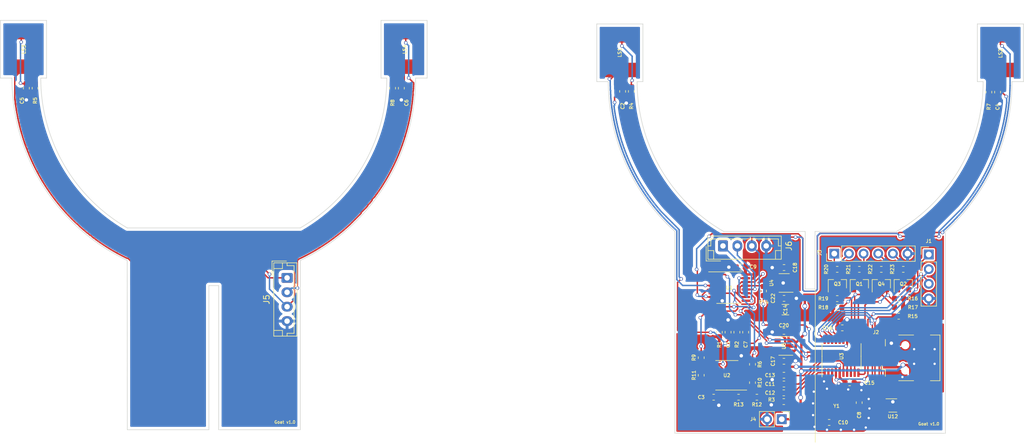
<source format=kicad_pcb>
(kicad_pcb (version 20200119) (host pcbnew "5.99.0-unknown-5405c09~101~ubuntu18.04.1")
  (layers (0 "F.Cu" signal) (31 "B.Cu" signal) (34 "B.Paste" user) (35 "F.Paste" user) (36 "B.SilkS" user) (37 "F.SilkS" user) (38 "B.Mask" user) (39 "F.Mask" user) (44 "Edge.Cuts" user))
  (net 0 "")
  (net 1 "GND")
  (net 2 "/OP_BIAS")
  (net 3 "Net-(C2-Pad1)")
  (net 4 "VDDA")
  (net 5 "Net-(C4-Pad1)")
  (net 6 "Net-(C5-Pad1)")
  (net 7 "Net-(C6-Pad1)")
  (net 8 "Net-(C8-Pad1)")
  (net 9 "VDD")
  (net 10 "Net-(C10-Pad1)")
  (net 11 "/SAMPLING_X")
  (net 12 "/SAMPLING_Y")
  (net 13 "+5V")
  (net 14 "Net-(J2-Pad3)")
  (net 15 "Net-(J2-Pad2)")
  (net 16 "Net-(J3-Pad4)")
  (net 17 "Net-(J3-Pad3)")
  (net 18 "Net-(J3-Pad2)")
  (net 19 "Net-(J3-Pad1)")
  (net 20 "/MISO")
  (net 21 "/NSS")
  (net 22 "/MOSI")
  (net 23 "/SCK")
  (net 24 "Net-(R3-Pad2)")
  (net 25 "Net-(R10-Pad1)")
  (net 26 "Net-(R11-Pad1)")
  (net 27 "Net-(R10-Pad2)")
  (net 28 "Net-(R11-Pad2)")
  (net 29 "Net-(R14-Pad2)")
  (net 30 "/PULSE")
  (net 31 "/USB_DP")
  (net 32 "/TXRX_CTRL")
  (net 33 "/USB_DM")
  (net 34 "/Mcu/NRST")
  (net 35 "/Mcu/SWCLK")
  (net 36 "/Mcu/SWDIO")
  (net 37 "/RX_X")
  (net 38 "/RX_Y")
  (net 39 "/~TXRX_EN")
  (net 40 "Net-(LS1-Pad2)")
  (net 41 "Net-(LS2-Pad2)")
  (net 42 "Net-(J3-Pad5)")
  (net 43 "Net-(C5-Pad2)")
  (net 44 "Net-(J5-Pad3)")
  (net 45 "Net-(J5-Pad2)")
  (net 46 "Net-(J5-Pad1)")
  (net 47 "Net-(J6-Pad2)")
  (net 48 "Net-(J6-Pad1)")
  (module "Resistor_SMD:R_0603_1608Metric" (layer "F.Cu") (at 219.397 108.2645)
    (fp_text reference "R19" (at -2.413 0.0045) (layer "F.SilkS") (effects (font (size 0.6 0.6) (thickness 0.12))))
    (fp_text value "4.7k")
    (pad "1" smd roundrect (at -0.7875 0) (size 0.875 0.95) (layers "F.Cu" "F.Paste" "F.Mask") (net 9 "VDD"))
    (pad "2" smd roundrect (at 0.7875 0) (size 0.875 0.95) (layers "F.Cu" "F.Paste" "F.Mask") (net 22 "/MOSI"))
  )
  (module "Capacitor_SMD:C_0603_1608Metric" (layer "F.Cu") (at 247.21 72.455 -90)
    (fp_text reference "C4" (at 2.54 0 90) (layer "F.SilkS") (effects (font (size 0.6 0.6) (thickness 0.12))))
    (fp_text value "1u")
    (pad "1" smd roundrect (at -0.7875 0 270) (size 0.875 0.95) (layers "F.Cu" "F.Paste" "F.Mask") (net 5 "Net-(C4-Pad1)"))
    (pad "2" smd roundrect (at 0.7875 0 270) (size 0.875 0.95) (layers "F.Cu" "F.Paste" "F.Mask") (net 1 "GND"))
  )
  (module "Resistor_SMD:R_0603_1608Metric" (layer "F.Cu") (at 204.70325 122.835386 -90)
    (fp_text reference "R10" (at 0 -1.27 90) (layer "F.SilkS") (effects (font (size 0.6 0.6) (thickness 0.12))))
    (fp_text value "100k")
    (pad "1" smd roundrect (at -0.7875 0 270) (size 0.875 0.95) (layers "F.Cu" "F.Paste" "F.Mask") (net 25 "Net-(R10-Pad1)"))
    (pad "2" smd roundrect (at 0.7875 0 270) (size 0.875 0.95) (layers "F.Cu" "F.Paste" "F.Mask") (net 27 "Net-(R10-Pad2)"))
  )
  (module "Package_TO_SOT_SMD:SOT-23" (layer "F.Cu") (at 230.8525 105.7245 90)
    (fp_text reference "Q2" (at 0 0 180) (layer "F.SilkS") (effects (font (size 0.6 0.6) (thickness 0.12))))
    (fp_text value "2N7002")
    (pad "1" smd rect (at -1 -0.95 90) (size 0.9 0.8) (layers "F.Cu" "F.Paste" "F.Mask") (net 19 "Net-(J3-Pad1)"))
    (pad "2" smd rect (at -1 0.95 90) (size 0.9 0.8) (layers "F.Cu" "F.Paste" "F.Mask") (net 21 "/NSS"))
    (pad "3" smd rect (at 1 0 90) (size 0.9 0.8) (layers "F.Cu" "F.Paste" "F.Mask") (net 42 "Net-(J3-Pad5)"))
  )
  (module "Capacitor_SMD:C_0603_1608Metric" (layer "F.Cu") (at 182.186 72.328 -90)
    (fp_text reference "C2" (at 2.54 0 90) (layer "F.SilkS") (effects (font (size 0.6 0.6) (thickness 0.12))))
    (fp_text value "1u")
    (pad "1" smd roundrect (at -0.7875 0 270) (size 0.875 0.95) (layers "F.Cu" "F.Paste" "F.Mask") (net 3 "Net-(C2-Pad1)"))
    (pad "2" smd roundrect (at 0.7875 0 270) (size 0.875 0.95) (layers "F.Cu" "F.Paste" "F.Mask") (net 1 "GND"))
  )
  (module "Package_SO:SOIC-8_3.9x4.9mm_P1.27mm" (layer "F.Cu") (at 200.25825 121.565386 180)
    (fp_text reference "U2" (at 0 0) (layer "F.SilkS") (effects (font (size 0.6 0.6) (thickness 0.12))))
    (fp_text value "MCP6002-xSN")
    (pad "1" smd roundrect (at -2.475 -1.905 180) (size 1.95 0.6) (layers "F.Cu" "F.Paste" "F.Mask") (net 27 "Net-(R10-Pad2)"))
    (pad "2" smd roundrect (at -2.475 -0.635 180) (size 1.95 0.6) (layers "F.Cu" "F.Paste" "F.Mask") (net 25 "Net-(R10-Pad1)"))
    (pad "3" smd roundrect (at -2.475 0.635 180) (size 1.95 0.6) (layers "F.Cu" "F.Paste" "F.Mask") (net 2 "/OP_BIAS"))
    (pad "4" smd roundrect (at -2.475 1.905 180) (size 1.95 0.6) (layers "F.Cu" "F.Paste" "F.Mask") (net 1 "GND"))
    (pad "5" smd roundrect (at 2.475 1.905 180) (size 1.95 0.6) (layers "F.Cu" "F.Paste" "F.Mask") (net 2 "/OP_BIAS"))
    (pad "6" smd roundrect (at 2.475 0.635 180) (size 1.95 0.6) (layers "F.Cu" "F.Paste" "F.Mask") (net 26 "Net-(R11-Pad1)"))
    (pad "7" smd roundrect (at 2.475 -0.635 180) (size 1.95 0.6) (layers "F.Cu" "F.Paste" "F.Mask") (net 28 "Net-(R11-Pad2)"))
    (pad "8" smd roundrect (at 2.475 -1.905 180) (size 1.95 0.6) (layers "F.Cu" "F.Paste" "F.Mask") (net 4 "VDDA"))
  )
  (module "Capacitor_SMD:C_0603_1608Metric" (layer "F.Cu") (at 200.474 114.0855 90)
    (fp_text reference "C1" (at -2.1335 0 90) (layer "F.SilkS") (effects (font (size 0.6 0.6) (thickness 0.12))))
    (fp_text value "100n")
    (pad "1" smd roundrect (at -0.7875 0 90) (size 0.875 0.95) (layers "F.Cu" "F.Paste" "F.Mask") (net 2 "/OP_BIAS"))
    (pad "2" smd roundrect (at 0.7875 0 90) (size 0.875 0.95) (layers "F.Cu" "F.Paste" "F.Mask") (net 1 "GND"))
  )
  (module "Capacitor_SMD:C_1206_3216Metric" (layer "F.Cu") (at 210.41 110.174)
    (fp_text reference "C14" (at 0 0 90) (layer "F.SilkS") (effects (font (size 0.6 0.6) (thickness 0.12))))
    (fp_text value "4.7u 6.3v")
    (pad "1" smd roundrect (at -1.4 0) (size 1.25 1.75) (layers "F.Cu" "F.Paste" "F.Mask") (roundrect_rratio 0.2) (net 9 "VDD"))
    (pad "2" smd roundrect (at 1.4 0) (size 1.25 1.75) (layers "F.Cu" "F.Paste" "F.Mask") (roundrect_rratio 0.2) (net 1 "GND"))
  )
  (module "Resistor_SMD:R_0603_1608Metric" (layer "F.Cu") (at 227.0425 103.1845)
    (fp_text reference "R22" (at -1.905 0 90) (layer "F.SilkS") (effects (font (size 0.6 0.6) (thickness 0.12))))
    (fp_text value "4.7k")
    (pad "1" smd roundrect (at -0.7875 0) (size 0.875 0.95) (layers "F.Cu" "F.Paste" "F.Mask") (net 19 "Net-(J3-Pad1)"))
    (pad "2" smd roundrect (at 0.7875 0) (size 0.875 0.95) (layers "F.Cu" "F.Paste" "F.Mask") (net 16 "Net-(J3-Pad4)"))
  )
  (module "oe_crystal:Crystal_5x3.2mm_4leads" (layer "F.Cu") (at 219.27 126.811 180)
    (fp_text reference "Y1" (at 0 -0.07) (layer "F.SilkS") (effects (font (size 0.6 0.6) (thickness 0.12))))
    (fp_text value "8MHz")
    (pad "4" smd rect (at -2.1 -1.2 180) (size 1.524 1.524) (layers "F.Cu" "F.Paste" "F.Mask") (net 1 "GND"))
    (pad "1" smd rect (at -2.1 1.2 180) (size 1.6 1.4) (layers "F.Cu" "F.Paste" "F.Mask") (net 8 "Net-(C8-Pad1)"))
    (pad "2" smd rect (at 2.1 1.2 180) (size 1.6 1.4) (layers "F.Cu" "F.Paste" "F.Mask") (net 1 "GND"))
    (pad "3" smd rect (at 2.1 -1.2 180) (size 1.6 1.4) (layers "F.Cu" "F.Paste" "F.Mask") (net 10 "Net-(C10-Pad1)"))
  )
  (module "Capacitor_SMD:C_0603_1608Metric" (layer "F.Cu") (at 210.1735 102.883886)
    (fp_text reference "C18" (at 1.905 0 270) (layer "F.SilkS") (effects (font (size 0.6 0.6) (thickness 0.12))))
    (fp_text value "100n")
    (pad "1" smd roundrect (at -0.7875 0) (size 0.875 0.95) (layers "F.Cu" "F.Paste" "F.Mask") (net 1 "GND"))
    (pad "2" smd roundrect (at 0.7875 0) (size 0.875 0.95) (layers "F.Cu" "F.Paste" "F.Mask") (net 13 "+5V"))
  )
  (module "Resistor_SMD:R_0603_1608Metric" (layer "F.Cu") (at 230.1115 108.2485 180)
    (fp_text reference "R16" (at -2.413 0) (layer "F.SilkS") (effects (font (size 0.6 0.6) (thickness 0.12))))
    (fp_text value "4.7k")
    (pad "1" smd roundrect (at -0.7875 0 180) (size 0.875 0.95) (layers "F.Cu" "F.Paste" "F.Mask") (net 9 "VDD"))
    (pad "2" smd roundrect (at 0.7875 0 180) (size 0.875 0.95) (layers "F.Cu" "F.Paste" "F.Mask") (net 21 "/NSS"))
  )
  (module "Resistor_SMD:R_0603_1608Metric" (layer "F.Cu") (at 201.998 114.0855 90)
    (fp_text reference "R2" (at -2.1335 0 90) (layer "F.SilkS") (effects (font (size 0.6 0.6) (thickness 0.12))))
    (fp_text value "4.7k")
    (pad "1" smd roundrect (at -0.7875 0 90) (size 0.875 0.95) (layers "F.Cu" "F.Paste" "F.Mask") (net 2 "/OP_BIAS"))
    (pad "2" smd roundrect (at 0.7875 0 90) (size 0.875 0.95) (layers "F.Cu" "F.Paste" "F.Mask") (net 1 "GND"))
  )
  (module "Package_TO_SOT_SMD:SOT-363_SC-70-6" (layer "F.Cu") (at 229.041 126.7935)
    (fp_text reference "U12" (at 0 1.905) (layer "F.SilkS") (effects (font (size 0.6 0.6) (thickness 0.12))))
    (fp_text value "NUF2221W6")
    (pad "1" smd rect (at -0.95 -0.65) (size 0.65 0.4) (layers "F.Cu" "F.Paste" "F.Mask") (net 31 "/USB_DP"))
    (pad "3" smd rect (at -0.95 0.65) (size 0.65 0.4) (layers "F.Cu" "F.Paste" "F.Mask") (net 33 "/USB_DM"))
    (pad "5" smd rect (at 0.95 0) (size 0.65 0.4) (layers "F.Cu" "F.Paste" "F.Mask") (net 13 "+5V"))
    (pad "2" smd rect (at -0.95 0) (size 0.65 0.4) (layers "F.Cu" "F.Paste" "F.Mask") (net 1 "GND"))
    (pad "4" smd rect (at 0.95 0.65) (size 0.65 0.4) (layers "F.Cu" "F.Paste" "F.Mask") (net 15 "Net-(J2-Pad2)"))
    (pad "6" smd rect (at 0.95 -0.65) (size 0.65 0.4) (layers "F.Cu" "F.Paste" "F.Mask") (net 14 "Net-(J2-Pad3)"))
  )
  (module "Resistor_SMD:R_0603_1608Metric" (layer "F.Cu") (at 230.1115 109.7725 180)
    (fp_text reference "R17" (at -2.413 0 180) (layer "F.SilkS") (effects (font (size 0.6 0.6) (thickness 0.12))))
    (fp_text value "4.7k")
    (pad "1" smd roundrect (at -0.7875 0 180) (size 0.875 0.95) (layers "F.Cu" "F.Paste" "F.Mask") (net 9 "VDD"))
    (pad "2" smd roundrect (at 0.7875 0 180) (size 0.875 0.95) (layers "F.Cu" "F.Paste" "F.Mask") (net 23 "/SCK"))
  )
  (module "Package_TO_SOT_SMD:SOT-23-5" (layer "F.Cu") (at 210.156 116.472886 180)
    (fp_text reference "U5" (at 0 0 90) (layer "F.SilkS") (effects (font (size 0.6 0.6) (thickness 0.12))))
    (fp_text value "MIC5504-3.3YM5")
    (pad "1" smd rect (at -1.1 -0.95 180) (size 1.06 0.65) (layers "F.Cu" "F.Paste" "F.Mask") (net 13 "+5V"))
    (pad "2" smd rect (at -1.1 0 180) (size 1.06 0.65) (layers "F.Cu" "F.Paste" "F.Mask") (net 1 "GND"))
    (pad "3" smd rect (at -1.1 0.95 180) (size 1.06 0.65) (layers "F.Cu" "F.Paste" "F.Mask") (net 13 "+5V"))
    (pad "4" smd rect (at 1.1 0.95 180) (size 1.06 0.65) (layers "F.Cu" "F.Paste" "F.Mask"))
    (pad "5" smd rect (at 1.1 -0.95 180) (size 1.06 0.65) (layers "F.Cu" "F.Paste" "F.Mask") (net 4 "VDDA"))
  )
  (module "Connector_PinHeader_2.54mm:PinHeader_1x02_P2.54mm_Vertical" (layer "F.Cu") (at 209.775 129.172886 -90)
    (fp_text reference "J4" (at 0 4.953 180) (layer "F.SilkS") (effects (font (size 0.6 0.6) (thickness 0.12))))
    (fp_text value "Conn_01x02_Male")
    (pad "1" thru_hole rect (at 0 0 270) (size 1.7 1.7) (drill 1) (layers *.Cu *.Mask) (net 13 "+5V"))
    (pad "2" thru_hole oval (at 0 2.54 270) (size 1.7 1.7) (drill 1) (layers *.Cu *.Mask) (net 1 "GND"))
  )
  (module "Resistor_SMD:R_0603_1608Metric" (layer "F.Cu") (at 205.46525 125.362886)
    (fp_text reference "R12" (at 0 1.27) (layer "F.SilkS") (effects (font (size 0.6 0.6) (thickness 0.12))))
    (fp_text value "33R")
    (pad "1" smd roundrect (at -0.7875 0) (size 0.875 0.95) (layers "F.Cu" "F.Paste" "F.Mask") (net 27 "Net-(R10-Pad2)"))
    (pad "2" smd roundrect (at 0.7875 0) (size 0.875 0.95) (layers "F.Cu" "F.Paste" "F.Mask") (net 11 "/SAMPLING_X"))
  )
  (module "Capacitor_SMD:C_0603_1608Metric" (layer "F.Cu") (at 210.1735 108.217886)
    (fp_text reference "C22" (at -1.905 0 270) (layer "F.SilkS") (effects (font (size 0.6 0.6) (thickness 0.12))))
    (fp_text value "1u")
    (pad "1" smd roundrect (at -0.7875 0) (size 0.875 0.95) (layers "F.Cu" "F.Paste" "F.Mask") (net 9 "VDD"))
    (pad "2" smd roundrect (at 0.7875 0) (size 0.875 0.95) (layers "F.Cu" "F.Paste" "F.Mask") (net 1 "GND"))
  )
  (module "Connector_JST:JST_EH_B4B-EH-A_1x04_P2.50mm_Vertical" (layer "F.Cu") (at 199.585 99.125)
    (fp_text reference "J6" (at 11.43 0 270) (layer "F.SilkS"))
    (fp_text value "Conn_01x04_Male")
    (pad "1" thru_hole roundrect (at 0 0) (size 1.7 1.95) (drill 0.95) (layers *.Cu *.Mask) (roundrect_rratio 0.1470588235294118) (net 48 "Net-(J6-Pad1)"))
    (pad "2" thru_hole oval (at 2.5 0) (size 1.7 1.95) (drill 0.95) (layers *.Cu *.Mask) (net 47 "Net-(J6-Pad2)"))
    (pad "3" thru_hole oval (at 5 0) (size 1.7 1.95) (drill 0.95) (layers *.Cu *.Mask) (net 2 "/OP_BIAS"))
    (pad "4" thru_hole oval (at 7.5 0) (size 1.7 1.95) (drill 0.95) (layers *.Cu *.Mask) (net 1 "GND"))
  )
  (module "Capacitor_SMD:C_0603_1608Metric" (layer "F.Cu") (at 210.156 119.127386)
    (fp_text reference "C17" (at -1.905 0 270) (layer "F.SilkS") (effects (font (size 0.6 0.6) (thickness 0.12))))
    (fp_text value "1u")
    (pad "1" smd roundrect (at -0.7875 0) (size 0.875 0.95) (layers "F.Cu" "F.Paste" "F.Mask") (net 4 "VDDA"))
    (pad "2" smd roundrect (at 0.7875 0) (size 0.875 0.95) (layers "F.Cu" "F.Paste" "F.Mask") (net 1 "GND"))
  )
  (module "Package_TO_SOT_SMD:SOT-23" (layer "F.Cu") (at 223.2325 105.7245 90)
    (fp_text reference "Q1" (at 0 0) (layer "F.SilkS") (effects (font (size 0.6 0.6) (thickness 0.12))))
    (fp_text value "2N7002")
    (pad "1" smd rect (at -1 -0.95 90) (size 0.9 0.8) (layers "F.Cu" "F.Paste" "F.Mask") (net 19 "Net-(J3-Pad1)"))
    (pad "2" smd rect (at -1 0.95 90) (size 0.9 0.8) (layers "F.Cu" "F.Paste" "F.Mask") (net 20 "/MISO"))
    (pad "3" smd rect (at 1 0 90) (size 0.9 0.8) (layers "F.Cu" "F.Paste" "F.Mask") (net 17 "Net-(J3-Pad3)"))
  )
  (module "Capacitor_SMD:C_0603_1608Metric" (layer "F.Cu") (at 197.97225 125.362886 180)
    (fp_text reference "C3" (at 2.159 0) (layer "F.SilkS") (effects (font (size 0.6 0.6) (thickness 0.12))))
    (fp_text value "100n")
    (pad "1" smd roundrect (at -0.7875 0 180) (size 0.875 0.95) (layers "F.Cu" "F.Paste" "F.Mask") (net 1 "GND"))
    (pad "2" smd roundrect (at 0.7875 0 180) (size 0.875 0.95) (layers "F.Cu" "F.Paste" "F.Mask") (net 4 "VDDA"))
  )
  (module "Capacitor_SMD:C_0603_1608Metric" (layer "F.Cu") (at 202.663 102.797886)
    (fp_text reference "C9" (at 2.159 -0.041) (layer "F.SilkS") (effects (font (size 0.6 0.6) (thickness 0.12))))
    (fp_text value "100n")
    (pad "1" smd roundrect (at -0.7875 0) (size 0.875 0.95) (layers "F.Cu" "F.Paste" "F.Mask") (net 1 "GND"))
    (pad "2" smd roundrect (at 0.7875 0) (size 0.875 0.95) (layers "F.Cu" "F.Paste" "F.Mask") (net 9 "VDD"))
  )
  (module "Capacitor_SMD:C_0603_1608Metric" (layer "F.Cu") (at 203.522 114.0855 90)
    (fp_text reference "C7" (at -2.1335 0 90) (layer "F.SilkS") (effects (font (size 0.6 0.6) (thickness 0.12))))
    (fp_text value "1u")
    (pad "1" smd roundrect (at -0.7875 0 90) (size 0.875 0.95) (layers "F.Cu" "F.Paste" "F.Mask") (net 2 "/OP_BIAS"))
    (pad "2" smd roundrect (at 0.7875 0 90) (size 0.875 0.95) (layers "F.Cu" "F.Paste" "F.Mask") (net 1 "GND"))
  )
  (module "oe_piezo:ultrasound_piezo_round_D10mmxP6mm" (layer "F.Cu") (at 247.7 65.615 180)
    (fp_text reference "LS2" (at -0.018 -0.109 90 unlocked) (layer "F.SilkS") (effects (font (size 0.6 0.6) (thickness 0.12))))
    (fp_text value "Speaker_Crystal")
    (pad "2" smd rect (at 0 3 180) (size 6 2.5) (layers "F.Cu" "F.Paste" "F.Mask") (net 41 "Net-(LS2-Pad2)"))
    (pad "1" smd rect (at 0 -3 180) (size 6 2.5) (layers "F.Cu" "F.Paste" "F.Mask") (net 5 "Net-(C4-Pad1)"))
  )
  (module "Resistor_SMD:R_0603_1608Metric" (layer "F.Cu") (at 219.397 103.1845)
    (fp_text reference "R20" (at -1.905 0 270) (layer "F.SilkS") (effects (font (size 0.6 0.6) (thickness 0.12))))
    (fp_text value "4.7k")
    (pad "1" smd roundrect (at -0.7875 0) (size 0.875 0.95) (layers "F.Cu" "F.Paste" "F.Mask") (net 19 "Net-(J3-Pad1)"))
    (pad "2" smd roundrect (at 0.7875 0) (size 0.875 0.95) (layers "F.Cu" "F.Paste" "F.Mask") (net 18 "Net-(J3-Pad2)"))
  )
  (module "Resistor_SMD:R_0603_1608Metric" (layer "F.Cu") (at 230.065 111.317 180)
    (fp_text reference "R15" (at -2.413 0) (layer "F.SilkS") (effects (font (size 0.6 0.6) (thickness 0.12))))
    (fp_text value "1.5k")
    (pad "1" smd roundrect (at -0.7875 0 180) (size 0.875 0.95) (layers "F.Cu" "F.Paste" "F.Mask") (net 9 "VDD"))
    (pad "2" smd roundrect (at 0.7875 0 180) (size 0.875 0.95) (layers "F.Cu" "F.Paste" "F.Mask") (net 31 "/USB_DP"))
  )
  (module "Package_SO:TSSOP-16_4.4x5mm_P0.65mm" (layer "F.Cu") (at 200.6895 106.353886)
    (fp_text reference "U1" (at 0 0.026) (layer "F.SilkS") (effects (font (size 0.6 0.6) (thickness 0.12))))
    (fp_text value "TS3A5018PWR")
    (pad "1" smd roundrect (at -2.8625 -2.275) (size 1.475 0.4) (layers "F.Cu" "F.Paste" "F.Mask") (net 32 "/TXRX_CTRL"))
    (pad "2" smd roundrect (at -2.8625 -1.625) (size 1.475 0.4) (layers "F.Cu" "F.Paste" "F.Mask") (net 29 "Net-(R14-Pad2)"))
    (pad "3" smd roundrect (at -2.8625 -0.975) (size 1.475 0.4) (layers "F.Cu" "F.Paste" "F.Mask") (net 37 "/RX_X"))
    (pad "4" smd roundrect (at -2.8625 -0.325) (size 1.475 0.4) (layers "F.Cu" "F.Paste" "F.Mask") (net 40 "Net-(LS1-Pad2)"))
    (pad "5" smd roundrect (at -2.8625 0.325) (size 1.475 0.4) (layers "F.Cu" "F.Paste" "F.Mask") (net 37 "/RX_X"))
    (pad "6" smd roundrect (at -2.8625 0.975) (size 1.475 0.4) (layers "F.Cu" "F.Paste" "F.Mask") (net 29 "Net-(R14-Pad2)"))
    (pad "7" smd roundrect (at -2.8625 1.625) (size 1.475 0.4) (layers "F.Cu" "F.Paste" "F.Mask") (net 41 "Net-(LS2-Pad2)"))
    (pad "8" smd roundrect (at -2.8625 2.275) (size 1.475 0.4) (layers "F.Cu" "F.Paste" "F.Mask") (net 1 "GND"))
    (pad "9" smd roundrect (at 2.8625 2.275) (size 1.475 0.4) (layers "F.Cu" "F.Paste" "F.Mask") (net 48 "Net-(J6-Pad1)"))
    (pad "10" smd roundrect (at 2.8625 1.625) (size 1.475 0.4) (layers "F.Cu" "F.Paste" "F.Mask") (net 38 "/RX_Y"))
    (pad "11" smd roundrect (at 2.8625 0.975) (size 1.475 0.4) (layers "F.Cu" "F.Paste" "F.Mask") (net 29 "Net-(R14-Pad2)"))
    (pad "12" smd roundrect (at 2.8625 0.325) (size 1.475 0.4) (layers "F.Cu" "F.Paste" "F.Mask") (net 47 "Net-(J6-Pad2)"))
    (pad "13" smd roundrect (at 2.8625 -0.325) (size 1.475 0.4) (layers "F.Cu" "F.Paste" "F.Mask") (net 29 "Net-(R14-Pad2)"))
    (pad "14" smd roundrect (at 2.8625 -0.975) (size 1.475 0.4) (layers "F.Cu" "F.Paste" "F.Mask") (net 38 "/RX_Y"))
    (pad "15" smd roundrect (at 2.8625 -1.625) (size 1.475 0.4) (layers "F.Cu" "F.Paste" "F.Mask") (net 39 "/~TXRX_EN"))
    (pad "16" smd roundrect (at 2.8625 -2.275) (size 1.475 0.4) (layers "F.Cu" "F.Paste" "F.Mask") (net 9 "VDD"))
  )
  (module "Resistor_SMD:R_0603_1608Metric" (layer "F.Cu") (at 183.7 72.328 -90)
    (fp_text reference "R4" (at 2.54 0 90) (layer "F.SilkS") (effects (font (size 0.6 0.6) (thickness 0.12))))
    (fp_text value "100k")
    (pad "1" smd roundrect (at -0.7875 0 270) (size 0.875 0.95) (layers "F.Cu" "F.Paste" "F.Mask") (net 3 "Net-(C2-Pad1)"))
    (pad "2" smd roundrect (at 0.7875 0 270) (size 0.875 0.95) (layers "F.Cu" "F.Paste" "F.Mask") (net 2 "/OP_BIAS"))
  )
  (module "Capacitor_SMD:C_0603_1608Metric" (layer "F.Cu") (at 210.156 113.932886)
    (fp_text reference "C20" (at 0 -1.016 180) (layer "F.SilkS") (effects (font (size 0.6 0.6) (thickness 0.12))))
    (fp_text value "100n")
    (pad "1" smd roundrect (at -0.7875 0) (size 0.875 0.95) (layers "F.Cu" "F.Paste" "F.Mask") (net 1 "GND"))
    (pad "2" smd roundrect (at 0.7875 0) (size 0.875 0.95) (layers "F.Cu" "F.Paste" "F.Mask") (net 13 "+5V"))
  )
  (module "Capacitor_SMD:C_0603_1608Metric" (layer "F.Cu") (at 210.1305 124.600886)
    (fp_text reference "C12" (at -2.3875 0 180) (layer "F.SilkS") (effects (font (size 0.6 0.6) (thickness 0.12))))
    (fp_text value "100n")
    (pad "1" smd roundrect (at -0.7875 0) (size 0.875 0.95) (layers "F.Cu" "F.Paste" "F.Mask") (net 1 "GND"))
    (pad "2" smd roundrect (at 0.7875 0) (size 0.875 0.95) (layers "F.Cu" "F.Paste" "F.Mask") (net 34 "/Mcu/NRST"))
  )
  (module "Connector_USB:USB_Mini-B_Wuerth_65100516121_Horizontal" (layer "F.Cu") (at 231.2 118.5385 90)
    (fp_text reference "J2" (at 4.445 -5.08) (layer "F.SilkS") (effects (font (size 0.6 0.6) (thickness 0.12))))
    (fp_text value "USB_B_Mini")
    (pad "6" smd rect (at -4.4 2.9 90) (size 2 2.5) (layers "F.Cu" "F.Paste" "F.Mask") (net 1 "GND"))
    (pad "6" smd rect (at 4.4 2.9 90) (size 2 2.5) (layers "F.Cu" "F.Paste" "F.Mask") (net 1 "GND"))
    (pad "6" smd rect (at -4.4 -2.6 90) (size 2 2.5) (layers "F.Cu" "F.Paste" "F.Mask") (net 1 "GND"))
    (pad "6" smd rect (at 4.4 -2.6 90) (size 2 2.5) (layers "F.Cu" "F.Paste" "F.Mask") (net 1 "GND"))
    (pad "1" smd rect (at -1.6 -2.6 90) (size 0.5 2.5) (layers "F.Cu" "F.Paste" "F.Mask") (net 13 "+5V"))
    (pad "2" smd rect (at -0.8 -2.6 90) (size 0.5 2.5) (layers "F.Cu" "F.Paste" "F.Mask") (net 15 "Net-(J2-Pad2)"))
    (pad "3" smd rect (at 0 -2.6 90) (size 0.5 2.5) (layers "F.Cu" "F.Paste" "F.Mask") (net 14 "Net-(J2-Pad3)"))
    (pad "4" smd rect (at 0.8 -2.6 90) (size 0.5 2.5) (layers "F.Cu" "F.Paste" "F.Mask"))
    (pad "5" smd rect (at 1.6 -2.6 90) (size 0.5 2.5) (layers "F.Cu" "F.Paste" "F.Mask") (net 1 "GND"))
    (pad "" np_thru_hole circle (at -2.2 0 90) (size 0.9 0.9) (drill 0.9) (layers *.Cu *.Mask))
    (pad "" np_thru_hole circle (at 2.2 0 90) (size 0.9 0.9) (drill 0.9) (layers *.Cu *.Mask))
  )
  (module "Resistor_SMD:R_0603_1608Metric" (layer "F.Cu") (at 245.686 72.455 -90)
    (fp_text reference "R7" (at 2.54 0 90) (layer "F.SilkS") (effects (font (size 0.6 0.6) (thickness 0.12))))
    (fp_text value "100k")
    (pad "1" smd roundrect (at -0.7875 0 270) (size 0.875 0.95) (layers "F.Cu" "F.Paste" "F.Mask") (net 5 "Net-(C4-Pad1)"))
    (pad "2" smd roundrect (at 0.7875 0 270) (size 0.875 0.95) (layers "F.Cu" "F.Paste" "F.Mask") (net 2 "/OP_BIAS"))
  )
  (module "Package_TO_SOT_SMD:SOT-23" (layer "F.Cu") (at 227.0425 105.7245 90)
    (fp_text reference "Q4" (at 0 0) (layer "F.SilkS") (effects (font (size 0.6 0.6) (thickness 0.12))))
    (fp_text value "2N7002")
    (pad "1" smd rect (at -1 -0.95 90) (size 0.9 0.8) (layers "F.Cu" "F.Paste" "F.Mask") (net 19 "Net-(J3-Pad1)"))
    (pad "2" smd rect (at -1 0.95 90) (size 0.9 0.8) (layers "F.Cu" "F.Paste" "F.Mask") (net 23 "/SCK"))
    (pad "3" smd rect (at 1 0 90) (size 0.9 0.8) (layers "F.Cu" "F.Paste" "F.Mask") (net 16 "Net-(J3-Pad4)"))
  )
  (module "Capacitor_SMD:C_0603_1608Metric" (layer "F.Cu") (at 210.156 121.552886 180)
    (fp_text reference "C13" (at 2.413 0) (layer "F.SilkS") (effects (font (size 0.6 0.6) (thickness 0.12))))
    (fp_text value "100n")
    (pad "1" smd roundrect (at -0.7875 0 180) (size 0.875 0.95) (layers "F.Cu" "F.Paste" "F.Mask") (net 12 "/SAMPLING_Y"))
    (pad "2" smd roundrect (at 0.7875 0 180) (size 0.875 0.95) (layers "F.Cu" "F.Paste" "F.Mask") (net 1 "GND"))
  )
  (module "Resistor_SMD:R_0603_1608Metric" (layer "F.Cu") (at 202.29025 125.362886)
    (fp_text reference "R13" (at 0 1.27) (layer "F.SilkS") (effects (font (size 0.6 0.6) (thickness 0.12))))
    (fp_text value "33R")
    (pad "1" smd roundrect (at -0.7875 0) (size 0.875 0.95) (layers "F.Cu" "F.Paste" "F.Mask") (net 28 "Net-(R11-Pad2)"))
    (pad "2" smd roundrect (at 0.7875 0) (size 0.875 0.95) (layers "F.Cu" "F.Paste" "F.Mask") (net 12 "/SAMPLING_Y"))
  )
  (module "Connector_PinHeader_2.54mm:PinHeader_1x06_P2.54mm_Vertical" (layer "F.Cu") (at 218.889 100.46375 90)
    (fp_text reference "J3" (at 0.143 -2.54 90) (layer "F.SilkS") (effects (font (size 0.6 0.6) (thickness 0.12))))
    (fp_text value "Conn_01x06_Male")
    (pad "1" thru_hole rect (at 0 0 90) (size 1.7 1.7) (drill 1) (layers *.Cu *.Mask) (net 19 "Net-(J3-Pad1)"))
    (pad "2" thru_hole oval (at 0 2.54 90) (size 1.7 1.7) (drill 1) (layers *.Cu *.Mask) (net 18 "Net-(J3-Pad2)"))
    (pad "3" thru_hole oval (at 0 5.08 90) (size 1.7 1.7) (drill 1) (layers *.Cu *.Mask) (net 17 "Net-(J3-Pad3)"))
    (pad "4" thru_hole oval (at 0 7.62 90) (size 1.7 1.7) (drill 1) (layers *.Cu *.Mask) (net 16 "Net-(J3-Pad4)"))
    (pad "5" thru_hole oval (at 0 10.16 90) (size 1.7 1.7) (drill 1) (layers *.Cu *.Mask) (net 42 "Net-(J3-Pad5)"))
    (pad "6" thru_hole oval (at 0 12.7 90) (size 1.7 1.7) (drill 1) (layers *.Cu *.Mask) (net 1 "GND"))
  )
  (module "Resistor_SMD:R_0603_1608Metric" (layer "F.Cu") (at 230.8525 103.1845)
    (fp_text reference "R23" (at -1.905 0 270) (layer "F.SilkS") (effects (font (size 0.6 0.6) (thickness 0.12))))
    (fp_text value "4.7k")
    (pad "1" smd roundrect (at -0.7875 0) (size 0.875 0.95) (layers "F.Cu" "F.Paste" "F.Mask") (net 19 "Net-(J3-Pad1)"))
    (pad "2" smd roundrect (at 0.7875 0) (size 0.875 0.95) (layers "F.Cu" "F.Paste" "F.Mask") (net 42 "Net-(J3-Pad5)"))
  )
  (module "Capacitor_SMD:C_0603_1608Metric" (layer "F.Cu") (at 210.156 123.076886 180)
    (fp_text reference "C11" (at 2.413 0) (layer "F.SilkS") (effects (font (size 0.6 0.6) (thickness 0.12))))
    (fp_text value "100n")
    (pad "1" smd roundrect (at -0.7875 0 180) (size 0.875 0.95) (layers "F.Cu" "F.Paste" "F.Mask") (net 11 "/SAMPLING_X"))
    (pad "2" smd roundrect (at 0.7875 0 180) (size 0.875 0.95) (layers "F.Cu" "F.Paste" "F.Mask") (net 1 "GND"))
  )
  (module "Capacitor_SMD:C_0603_1608Metric" (layer "F.Cu") (at 218 129.732)
    (fp_text reference "C10" (at 2.413 0) (layer "F.SilkS") (effects (font (size 0.6 0.6) (thickness 0.12))))
    (fp_text value "18p")
    (pad "1" smd roundrect (at -0.7875 0) (size 0.875 0.95) (layers "F.Cu" "F.Paste" "F.Mask") (net 10 "Net-(C10-Pad1)"))
    (pad "2" smd roundrect (at 0.7875 0) (size 0.875 0.95) (layers "F.Cu" "F.Paste" "F.Mask") (net 1 "GND"))
  )
  (module "Package_SO:TSSOP-20_4.4x6.5mm_P0.65mm" (layer "F.Cu") (at 220.14525 118.2585 90)
    (fp_text reference "U3" (at 0 0 90) (layer "F.SilkS") (effects (font (size 0.6 0.6) (thickness 0.12))))
    (fp_text value "STM32F070F6Px")
    (pad "1" smd roundrect (at -2.8625 -2.925 90) (size 1.475 0.4) (layers "F.Cu" "F.Paste" "F.Mask") (net 24 "Net-(R3-Pad2)"))
    (pad "2" smd roundrect (at -2.8625 -2.275 90) (size 1.475 0.4) (layers "F.Cu" "F.Paste" "F.Mask") (net 10 "Net-(C10-Pad1)"))
    (pad "3" smd roundrect (at -2.8625 -1.625 90) (size 1.475 0.4) (layers "F.Cu" "F.Paste" "F.Mask") (net 8 "Net-(C8-Pad1)"))
    (pad "4" smd roundrect (at -2.8625 -0.975 90) (size 1.475 0.4) (layers "F.Cu" "F.Paste" "F.Mask") (net 34 "/Mcu/NRST"))
    (pad "5" smd roundrect (at -2.8625 -0.325 90) (size 1.475 0.4) (layers "F.Cu" "F.Paste" "F.Mask") (net 4 "VDDA"))
    (pad "6" smd roundrect (at -2.8625 0.325 90) (size 1.475 0.4) (layers "F.Cu" "F.Paste" "F.Mask") (net 11 "/SAMPLING_X"))
    (pad "7" smd roundrect (at -2.8625 0.975 90) (size 1.475 0.4) (layers "F.Cu" "F.Paste" "F.Mask") (net 12 "/SAMPLING_Y"))
    (pad "8" smd roundrect (at -2.8625 1.625 90) (size 1.475 0.4) (layers "F.Cu" "F.Paste" "F.Mask") (net 32 "/TXRX_CTRL"))
    (pad "9" smd roundrect (at -2.8625 2.275 90) (size 1.475 0.4) (layers "F.Cu" "F.Paste" "F.Mask") (net 39 "/~TXRX_EN"))
    (pad "10" smd roundrect (at -2.8625 2.925 90) (size 1.475 0.4) (layers "F.Cu" "F.Paste" "F.Mask") (net 21 "/NSS"))
    (pad "11" smd roundrect (at 2.8625 2.925 90) (size 1.475 0.4) (layers "F.Cu" "F.Paste" "F.Mask") (net 23 "/SCK"))
    (pad "12" smd roundrect (at 2.8625 2.275 90) (size 1.475 0.4) (layers "F.Cu" "F.Paste" "F.Mask") (net 20 "/MISO"))
    (pad "13" smd roundrect (at 2.8625 1.625 90) (size 1.475 0.4) (layers "F.Cu" "F.Paste" "F.Mask") (net 22 "/MOSI"))
    (pad "14" smd roundrect (at 2.8625 0.975 90) (size 1.475 0.4) (layers "F.Cu" "F.Paste" "F.Mask") (net 30 "/PULSE"))
    (pad "15" smd roundrect (at 2.8625 0.325 90) (size 1.475 0.4) (layers "F.Cu" "F.Paste" "F.Mask") (net 1 "GND"))
    (pad "16" smd roundrect (at 2.8625 -0.325 90) (size 1.475 0.4) (layers "F.Cu" "F.Paste" "F.Mask") (net 9 "VDD"))
    (pad "17" smd roundrect (at 2.8625 -0.975 90) (size 1.475 0.4) (layers "F.Cu" "F.Paste" "F.Mask") (net 33 "/USB_DM"))
    (pad "18" smd roundrect (at 2.8625 -1.625 90) (size 1.475 0.4) (layers "F.Cu" "F.Paste" "F.Mask") (net 31 "/USB_DP"))
    (pad "19" smd roundrect (at 2.8625 -2.275 90) (size 1.475 0.4) (layers "F.Cu" "F.Paste" "F.Mask") (net 36 "/Mcu/SWDIO"))
    (pad "20" smd roundrect (at 2.8625 -2.925 90) (size 1.475 0.4) (layers "F.Cu" "F.Paste" "F.Mask") (net 35 "/Mcu/SWCLK"))
  )
  (module "Resistor_SMD:R_0603_1608Metric" (layer "F.Cu") (at 223.2325 103.1845)
    (fp_text reference "R21" (at -1.905 0 270) (layer "F.SilkS") (effects (font (size 0.6 0.6) (thickness 0.12))))
    (fp_text value "4.7k")
    (pad "1" smd roundrect (at -0.7875 0) (size 0.875 0.95) (layers "F.Cu" "F.Paste" "F.Mask") (net 19 "Net-(J3-Pad1)"))
    (pad "2" smd roundrect (at 0.7875 0) (size 0.875 0.95) (layers "F.Cu" "F.Paste" "F.Mask") (net 17 "Net-(J3-Pad3)"))
  )
  (module "Resistor_SMD:R_0603_1608Metric" (layer "F.Cu") (at 219.397 109.793)
    (fp_text reference "R18" (at -2.408 0) (layer "F.SilkS") (effects (font (size 0.6 0.6) (thickness 0.12))))
    (fp_text value "4.7k")
    (pad "1" smd roundrect (at -0.7875 0) (size 0.875 0.95) (layers "F.Cu" "F.Paste" "F.Mask") (net 9 "VDD"))
    (pad "2" smd roundrect (at 0.7875 0) (size 0.875 0.95) (layers "F.Cu" "F.Paste" "F.Mask") (net 20 "/MISO"))
  )
  (module "Resistor_SMD:R_0603_1608Metric" (layer "F.Cu") (at 198.95 114.0855 90)
    (fp_text reference "R1" (at -2.1335 0 90) (layer "F.SilkS") (effects (font (size 0.6 0.6) (thickness 0.12))))
    (fp_text value "4.7k")
    (pad "1" smd roundrect (at -0.7875 0 90) (size 0.875 0.95) (layers "F.Cu" "F.Paste" "F.Mask") (net 4 "VDDA"))
    (pad "2" smd roundrect (at 0.7875 0 90) (size 0.875 0.95) (layers "F.Cu" "F.Paste" "F.Mask") (net 2 "/OP_BIAS"))
  )
  (module "Capacitor_SMD:C_0603_1608Metric" (layer "F.Cu") (at 220.278 113.3315 180)
    (fp_text reference "C16" (at 2.54 0) (layer "F.SilkS") (effects (font (size 0.6 0.6) (thickness 0.12))))
    (fp_text value "100n")
    (pad "1" smd roundrect (at -0.7875 0 180) (size 0.875 0.95) (layers "F.Cu" "F.Paste" "F.Mask") (net 1 "GND"))
    (pad "2" smd roundrect (at 0.7875 0 180) (size 0.875 0.95) (layers "F.Cu" "F.Paste" "F.Mask") (net 9 "VDD"))
  )
  (module "oe_piezo:ultrasound_piezo_round_D10mmxP6mm" (layer "F.Cu") (at 181.7 65.615)
    (fp_text reference "LS1" (at -0.022 -0.018 90 unlocked) (layer "F.SilkS") (effects (font (size 0.6 0.6) (thickness 0.12))))
    (fp_text value "Speaker_Crystal")
    (pad "1" smd rect (at 0 -3) (size 6 2.5) (layers "F.Cu" "F.Paste" "F.Mask") (net 3 "Net-(C2-Pad1)"))
    (pad "2" smd rect (at 0 3) (size 6 2.5) (layers "F.Cu" "F.Paste" "F.Mask") (net 40 "Net-(LS1-Pad2)"))
  )
  (module "Resistor_SMD:R_0603_1608Metric" (layer "F.Cu") (at 195.81325 118.504886 -90)
    (fp_text reference "R9" (at 0 1.27 90) (layer "F.SilkS") (effects (font (size 0.6 0.6) (thickness 0.12))))
    (fp_text value "10k")
    (pad "1" smd roundrect (at -0.7875 0 270) (size 0.875 0.95) (layers "F.Cu" "F.Paste" "F.Mask") (net 38 "/RX_Y"))
    (pad "2" smd roundrect (at 0.7875 0 270) (size 0.875 0.95) (layers "F.Cu" "F.Paste" "F.Mask") (net 26 "Net-(R11-Pad1)"))
  )
  (module "Package_TO_SOT_SMD:SOT-23" (layer "F.Cu") (at 219.4225 105.7245 90)
    (fp_text reference "Q3" (at 0 0) (layer "F.SilkS") (effects (font (size 0.6 0.6) (thickness 0.12))))
    (fp_text value "2N7002")
    (pad "1" smd rect (at -1 -0.95 90) (size 0.9 0.8) (layers "F.Cu" "F.Paste" "F.Mask") (net 19 "Net-(J3-Pad1)"))
    (pad "2" smd rect (at -1 0.95 90) (size 0.9 0.8) (layers "F.Cu" "F.Paste" "F.Mask") (net 22 "/MOSI"))
    (pad "3" smd rect (at 1 0 90) (size 0.9 0.8) (layers "F.Cu" "F.Paste" "F.Mask") (net 18 "Net-(J3-Pad2)"))
  )
  (module "Resistor_SMD:R_0603_1608Metric" (layer "F.Cu") (at 206.6 106.947886 90)
    (fp_text reference "R14" (at -1.946 0.0585 180) (layer "F.SilkS") (effects (font (size 0.6 0.6) (thickness 0.12))))
    (fp_text value "33R")
    (pad "1" smd roundrect (at -0.7875 0 90) (size 0.875 0.95) (layers "F.Cu" "F.Paste" "F.Mask") (net 30 "/PULSE"))
    (pad "2" smd roundrect (at 0.7875 0 90) (size 0.875 0.95) (layers "F.Cu" "F.Paste" "F.Mask") (net 29 "Net-(R14-Pad2)"))
  )
  (module "Capacitor_SMD:C_0603_1608Metric" (layer "F.Cu") (at 221.548 122.8565)
    (fp_text reference "C15" (at 3.437 0.0175 180) (layer "F.SilkS") (effects (font (size 0.6 0.6) (thickness 0.12))))
    (fp_text value "100n")
    (pad "1" smd roundrect (at -0.7875 0) (size 0.875 0.95) (layers "F.Cu" "F.Paste" "F.Mask") (net 4 "VDDA"))
    (pad "2" smd roundrect (at 0.7875 0) (size 0.875 0.95) (layers "F.Cu" "F.Paste" "F.Mask") (net 1 "GND"))
  )
  (module "Capacitor_SMD:C_0603_1608Metric" (layer "F.Cu") (at 223.207 126.303 -90)
    (fp_text reference "C8" (at 2.159 0 -90) (layer "F.SilkS") (effects (font (size 0.6 0.6) (thickness 0.12))))
    (fp_text value "18p")
    (pad "1" smd roundrect (at -0.7875 0 270) (size 0.875 0.95) (layers "F.Cu" "F.Paste" "F.Mask") (net 8 "Net-(C8-Pad1)"))
    (pad "2" smd roundrect (at 0.7875 0 270) (size 0.875 0.95) (layers "F.Cu" "F.Paste" "F.Mask") (net 1 "GND"))
  )
  (module "Resistor_SMD:R_0603_1608Metric" (layer "F.Cu") (at 195.81325 121.552886 -90)
    (fp_text reference "R11" (at 0 1.27 90) (layer "F.SilkS") (effects (font (size 0.6 0.6) (thickness 0.12))))
    (fp_text value "100k")
    (pad "1" smd roundrect (at -0.7875 0 270) (size 0.875 0.95) (layers "F.Cu" "F.Paste" "F.Mask") (net 26 "Net-(R11-Pad1)"))
    (pad "2" smd roundrect (at 0.7875 0 270) (size 0.875 0.95) (layers "F.Cu" "F.Paste" "F.Mask") (net 28 "Net-(R11-Pad2)"))
  )
  (module "Resistor_SMD:R_0603_1608Metric" (layer "F.Cu") (at 210.1305 126.124886)
    (fp_text reference "R3" (at -2.1335 -0.329886 180) (layer "F.SilkS") (effects (font (size 0.6 0.6) (thickness 0.12))))
    (fp_text value "10k")
    (pad "1" smd roundrect (at -0.7875 0) (size 0.875 0.95) (layers "F.Cu" "F.Paste" "F.Mask") (net 1 "GND"))
    (pad "2" smd roundrect (at 0.7875 0) (size 0.875 0.95) (layers "F.Cu" "F.Paste" "F.Mask") (net 24 "Net-(R3-Pad2)"))
  )
  (module "Connector_PinHeader_2.54mm:PinHeader_1x04_P2.54mm_Vertical" (layer "F.Cu") (at 235.272 100.615)
    (fp_text reference "J1" (at 0 -2.33) (layer "F.SilkS") (effects (font (size 0.6 0.6) (thickness 0.12))))
    (fp_text value "Conn_01x04_Male")
    (pad "1" thru_hole rect (at 0 0) (size 1.7 1.7) (drill 1) (layers *.Cu *.Mask) (net 34 "/Mcu/NRST"))
    (pad "2" thru_hole oval (at 0 2.54) (size 1.7 1.7) (drill 1) (layers *.Cu *.Mask) (net 36 "/Mcu/SWDIO"))
    (pad "3" thru_hole oval (at 0 5.08) (size 1.7 1.7) (drill 1) (layers *.Cu *.Mask) (net 35 "/Mcu/SWCLK"))
    (pad "4" thru_hole oval (at 0 7.62) (size 1.7 1.7) (drill 1) (layers *.Cu *.Mask) (net 1 "GND"))
  )
  (module "Resistor_SMD:R_0603_1608Metric" (layer "F.Cu") (at 204.70325 119.660386 -90)
    (fp_text reference "R6" (at 0 -1.27 90) (layer "F.SilkS") (effects (font (size 0.6 0.6) (thickness 0.12))))
    (fp_text value "10k")
    (pad "1" smd roundrect (at -0.7875 0 270) (size 0.875 0.95) (layers "F.Cu" "F.Paste" "F.Mask") (net 37 "/RX_X"))
    (pad "2" smd roundrect (at 0.7875 0 270) (size 0.875 0.95) (layers "F.Cu" "F.Paste" "F.Mask") (net 25 "Net-(R10-Pad1)"))
  )
  (module "Package_TO_SOT_SMD:SOT-23-5" (layer "F.Cu") (at 210.199 105.550886 180)
    (fp_text reference "U4" (at 2.202 0 90) (layer "F.SilkS") (effects (font (size 0.6 0.6) (thickness 0.12))))
    (fp_text value "MIC5504-3.3YM5")
    (pad "1" smd rect (at -1.1 -0.95 180) (size 1.06 0.65) (layers "F.Cu" "F.Paste" "F.Mask") (net 13 "+5V"))
    (pad "2" smd rect (at -1.1 0 180) (size 1.06 0.65) (layers "F.Cu" "F.Paste" "F.Mask") (net 1 "GND"))
    (pad "3" smd rect (at -1.1 0.95 180) (size 1.06 0.65) (layers "F.Cu" "F.Paste" "F.Mask") (net 13 "+5V"))
    (pad "4" smd rect (at 1.1 0.95 180) (size 1.06 0.65) (layers "F.Cu" "F.Paste" "F.Mask"))
    (pad "5" smd rect (at 1.1 -0.95 180) (size 1.06 0.65) (layers "F.Cu" "F.Paste" "F.Mask") (net 9 "VDD"))
  )
  (module "oe_piezo:ultrasound_piezo_round_D10mmxP6mm" (layer "F.Cu") (at 78.31701 65.042229)
    (fp_text reference "LS3" (at 0.043831 0 90 unlocked) (layer "F.SilkS") (effects (font (size 0.6 0.6) (thickness 0.12))))
    (fp_text value "Speaker_Crystal")
    (pad "2" smd rect (at 0 3) (size 6 2.5) (layers "F.Cu" "F.Paste" "F.Mask") (net 46 "Net-(J5-Pad1)"))
    (pad "1" smd rect (at 0 -3) (size 6 2.5) (layers "F.Cu" "F.Paste" "F.Mask") (net 6 "Net-(C5-Pad1)"))
  )
  (module "Capacitor_SMD:C_0603_1608Metric" (layer "F.Cu") (at 143.81101 71.771229 -90)
    (fp_text reference "C6" (at 2.54 -0.889 90) (layer "F.SilkS") (effects (font (size 0.6 0.6) (thickness 0.12))))
    (fp_text value "1u")
    (pad "2" smd roundrect (at 0.7875 0 270) (size 0.875 0.95) (layers "F.Cu" "F.Paste" "F.Mask") (net 43 "Net-(C5-Pad2)"))
    (pad "1" smd roundrect (at -0.7875 0 270) (size 0.875 0.95) (layers "F.Cu" "F.Paste" "F.Mask") (net 7 "Net-(C6-Pad1)"))
  )
  (module "Connector_JST:JST_EH_B4B-EH-A_1x04_P2.50mm_Vertical" (layer "F.Cu") (at 123.99901 104.664229 -90)
    (fp_text reference "J5" (at 3.75 3.556 90) (layer "F.SilkS"))
    (fp_text value "Conn_01x04_Male")
    (pad "4" thru_hole oval (at 7.5 0 270) (size 1.7 1.95) (drill 0.95) (layers *.Cu *.Mask) (net 43 "Net-(C5-Pad2)"))
    (pad "3" thru_hole oval (at 5 0 270) (size 1.7 1.95) (drill 0.95) (layers *.Cu *.Mask) (net 44 "Net-(J5-Pad3)"))
    (pad "2" thru_hole oval (at 2.5 0 270) (size 1.7 1.95) (drill 0.95) (layers *.Cu *.Mask) (net 45 "Net-(J5-Pad2)"))
    (pad "1" thru_hole roundrect (at 0 0 270) (size 1.7 1.95) (drill 0.95) (layers *.Cu *.Mask) (roundrect_rratio 0.1470588235294118) (net 46 "Net-(J5-Pad1)"))
  )
  (module "Capacitor_SMD:C_0603_1608Metric" (layer "F.Cu") (at 78.78701 71.771229 -90)
    (fp_text reference "C5" (at 2.159 0.762 90) (layer "F.SilkS") (effects (font (size 0.6 0.6) (thickness 0.12))))
    (fp_text value "1u")
    (pad "2" smd roundrect (at 0.7875 0 270) (size 0.875 0.95) (layers "F.Cu" "F.Paste" "F.Mask") (net 43 "Net-(C5-Pad2)"))
    (pad "1" smd roundrect (at -0.7875 0 270) (size 0.875 0.95) (layers "F.Cu" "F.Paste" "F.Mask") (net 6 "Net-(C5-Pad1)"))
  )
  (module "Resistor_SMD:R_0603_1608Metric" (layer "F.Cu") (at 80.31101 71.771229 -90)
    (fp_text reference "R5" (at 2.159 0 90) (layer "F.SilkS") (effects (font (size 0.6 0.6) (thickness 0.12))))
    (fp_text value "100k")
    (pad "2" smd roundrect (at 0.7875 0 270) (size 0.875 0.95) (layers "F.Cu" "F.Paste" "F.Mask") (net 44 "Net-(J5-Pad3)"))
    (pad "1" smd roundrect (at -0.7875 0 270) (size 0.875 0.95) (layers "F.Cu" "F.Paste" "F.Mask") (net 6 "Net-(C5-Pad1)"))
  )
  (module "oe_piezo:ultrasound_piezo_round_D10mmxP6mm" (layer "F.Cu") (at 144.31701 65.042229 180)
    (fp_text reference "LS4" (at -0.083831 0 90 unlocked) (layer "F.SilkS") (effects (font (size 0.6 0.6) (thickness 0.12))))
    (fp_text value "Speaker_Crystal")
    (pad "2" smd rect (at 0 3 180) (size 6 2.5) (layers "F.Cu" "F.Paste" "F.Mask") (net 45 "Net-(J5-Pad2)"))
    (pad "1" smd rect (at 0 -3 180) (size 6 2.5) (layers "F.Cu" "F.Paste" "F.Mask") (net 7 "Net-(C6-Pad1)"))
  )
  (module "Resistor_SMD:R_0603_1608Metric" (layer "F.Cu") (at 142.28701 71.771229 -90)
    (fp_text reference "R8" (at 2.54 0 90) (layer "F.SilkS") (effects (font (size 0.6 0.6) (thickness 0.12))))
    (fp_text value "100k")
    (pad "2" smd roundrect (at 0.7875 0 270) (size 0.875 0.95) (layers "F.Cu" "F.Paste" "F.Mask") (net 44 "Net-(J5-Pad3)"))
    (pad "1" smd roundrect (at -0.7875 0 270) (size 0.875 0.95) (layers "F.Cu" "F.Paste" "F.Mask") (net 7 "Net-(C6-Pad1)"))
  )
  (gr_line (start 215.550001 96.615001) (end 229.7 96.615) (layer "Edge.Cuts") (width 0.1))
  (gr_arc (start 214.700001 70.634239) (end 238.152079 96.615) (angle -47.92835059) (layer "Edge.Cuts") (width 0.1))
  (gr_line (start 191.247922 131.615001) (end 238.15208 131.615001) (layer "Edge.Cuts") (width 0.1))
  (gr_line (start 213.850001 106.615001) (end 215.550001 106.615001) (layer "Edge.Cuts") (width 0.1))
  (gr_line (start 177.700001 60.634239) (end 185.700001 60.634239) (layer "Edge.Cuts") (width 0.1))
  (gr_line (start 213.850001 96.615001) (end 213.850001 106.615001) (layer "Edge.Cuts") (width 0.1))
  (gr_line (start 243.700001 70.634239) (end 243.700001 60.634239) (layer "Edge.Cuts") (width 0.1))
  (gr_line (start 251.700001 60.634239) (end 251.700001 70.634239) (layer "Edge.Cuts") (width 0.1))
  (gr_line (start 185.700001 70.634239) (end 184.700001 70.634239) (layer "Edge.Cuts") (width 0.1))
  (gr_arc (start 214.700001 70.634239) (end 184.700001 70.634239) (angle -59.99999989) (layer "Edge.Cuts") (width 0.1))
  (gr_line (start 243.700001 60.634239) (end 251.700001 60.634239) (layer "Edge.Cuts") (width 0.1))
  (gr_line (start 244.7 70.634239) (end 243.700001 70.634239) (layer "Edge.Cuts") (width 0.1))
  (gr_line (start 215.587 106.745) (end 215.587 133.161) (layer "F.SilkS") (width 0.1))
  (gr_text "Goat v1.0" (at 235.272 129.986) (layer "F.SilkS") (effects (font (size 0.5 0.5) (thickness 0.1))))
  (gr_line (start 213.850001 96.615001) (end 199.700001 96.615001) (layer "Edge.Cuts") (width 0.1))
  (gr_line (start 191.247922 96.615001) (end 191.247922 131.615001) (layer "Edge.Cuts") (width 0.1))
  (gr_line (start 179.700001 70.634239) (end 177.700001 70.634239) (layer "Edge.Cuts") (width 0.1))
  (gr_arc (start 214.700001 70.634239) (end 229.7 96.615) (angle -59.99999989) (layer "Edge.Cuts") (width 0.1))
  (gr_line (start 185.700001 60.634239) (end 185.700001 70.634239) (layer "Edge.Cuts") (width 0.1))
  (gr_line (start 215.550001 106.615001) (end 215.550001 96.615001) (layer "Edge.Cuts") (width 0.1))
  (gr_line (start 251.700001 70.634239) (end 249.7 70.634239) (layer "Edge.Cuts") (width 0.1))
  (gr_line (start 177.700001 70.634239) (end 177.700001 60.634239) (layer "Edge.Cuts") (width 0.1))
  (gr_arc (start 214.700001 70.634239) (end 179.700001 70.634239) (angle -47.92835059) (layer "Edge.Cuts") (width 0.1))
  (gr_line (start 238.15208 131.615001) (end 238.152079 96.615) (layer "Edge.Cuts") (width 0.1))
  (gr_arc (start 111.28701 70.021467) (end 126.287009 96.002228) (angle -60.00000059) (layer "Edge.Cuts") (width 0.1))
  (gr_line (start 126.287008 131.002229) (end 126.287008 101.642228) (layer "Edge.Cuts") (width 0.1))
  (gr_line (start 148.28701 70.021467) (end 146.287009 70.021467) (layer "Edge.Cuts") (width 0.1))
  (gr_line (start 141.287009 70.021467) (end 140.28701 70.021467) (layer "Edge.Cuts") (width 0.1))
  (gr_line (start 140.28701 60.021467) (end 148.28701 60.021467) (layer "Edge.Cuts") (width 0.1))
  (gr_line (start 74.28701 60.021467) (end 82.28701 60.021467) (layer "Edge.Cuts") (width 0.1))
  (gr_text "Goat v1.0" (at 123.61801 129.683229) (layer "F.SilkS") (effects (font (size 0.5 0.5) (thickness 0.1))))
  (gr_line (start 96.28701 96.002229) (end 126.287009 96.002228) (layer "Edge.Cuts") (width 0.1))
  (gr_line (start 140.28701 70.021467) (end 140.28701 60.021467) (layer "Edge.Cuts") (width 0.1))
  (gr_line (start 110.43701 106.002229) (end 112.13701 106.002229) (layer "Edge.Cuts") (width 0.1))
  (gr_line (start 96.287008 131.002229) (end 110.43701 131.002229) (layer "Edge.Cuts") (width 0.1))
  (gr_line (start 112.13701 106.002229) (end 112.13701 131.002229) (layer "Edge.Cuts") (width 0.1))
  (gr_arc (start 111.28701 70.021467) (end 76.28701 70.021467) (angle -64.60000081) (layer "Edge.Cuts") (width 0.1))
  (gr_line (start 74.28701 70.021467) (end 74.28701 60.021467) (layer "Edge.Cuts") (width 0.1))
  (gr_arc (start 111.28701 70.021467) (end 81.28701 70.021467) (angle -59.99999989) (layer "Edge.Cuts") (width 0.1))
  (gr_line (start 76.28701 70.021467) (end 74.28701 70.021467) (layer "Edge.Cuts") (width 0.1))
  (gr_line (start 82.28701 70.021467) (end 81.28701 70.021467) (layer "Edge.Cuts") (width 0.1))
  (gr_line (start 82.28701 60.021467) (end 82.28701 70.021467) (layer "Edge.Cuts") (width 0.1))
  (gr_arc (start 111.28701 70.021467) (end 126.287008 101.642228) (angle -64.62165525) (layer "Edge.Cuts") (width 0.1))
  (gr_line (start 96.287008 131.002229) (end 96.27428 101.638202) (layer "Edge.Cuts") (width 0.1))
  (gr_line (start 148.28701 60.021467) (end 148.28701 70.021467) (layer "Edge.Cuts") (width 0.1))
  (gr_line (start 110.43701 131.002229) (end 110.43701 106.002229) (layer "Edge.Cuts") (width 0.1))
  (gr_line (start 112.13701 131.002229) (end 126.287008 131.002229) (layer "Edge.Cuts") (width 0.1))
  (segment (start 144.403719 80.293363) (end 144.291493 80.648433) (width 0.25) (layer "F.Cu") (net 45))
  (segment (start 143.555328 81.571547) (end 143.429452 81.917351) (width 0.25) (layer "F.Cu") (net 44))
  (segment (start 84.33141 91.191476) (end 84.560283 91.479698) (width 0.25) (layer "F.Cu") (net 44))
  (segment (start 145.163142 77.413078) (end 145.081765 77.776645) (width 0.25) (layer "F.Cu") (net 45))
  (via (at 145.08101 69.993229) (size 0.6) (drill 0.4) (layers "F.Cu" "B.Cu") (net 45))
  (segment (start 144.57301 62.298229) (end 144.31701 62.042229) (width 0.25) (layer "F.Cu") (net 45))
  (segment (start 77.963948 78.043135) (end 77.992177 78.157697) (width 0.25) (layer "F.Cu") (net 44))
  (segment (start 143.931951 81.706333) (end 143.80459 82.056216) (width 0.25) (layer "F.Cu") (net 45))
  (segment (start 94.103569 100.139303) (end 94.427908 100.322051) (width 0.25) (layer "F.Cu") (net 46))
  (segment (start 88.985699 96.009219) (end 89.244018 96.267538) (width 0.25) (layer "F.Cu") (net 44))
  (segment (start 143.910727 80.52584) (end 143.796044 80.875564) (width 0.25) (layer "F.Cu") (net 44))
  (segment (start 139.153983 90.652256) (end 138.73101 91.075229) (width 0.25) (layer "F.Cu") (net 45))
  (segment (start 145.798283 73.36816) (end 145.760343 73.738653) (width 0.25) (layer "F.Cu") (net 45))
  (segment (start 127.479593 100.681351) (end 127.149261 100.853548) (width 0.25) (layer "F.Cu") (net 45))
  (segment (start 77.699357 76.848877) (end 77.731191 76.880711) (width 0.25) (layer "F.Cu") (net 44))
  (segment (start 82.08901 87.971964) (end 82.47001 88.352964) (width 0.25) (layer "F.Cu") (net 44))
  (segment (start 87.51625 95.266229) (end 87.261969 95.024508) (width 0.25) (layer "F.Cu") (net 46))
  (segment (start 78.66001 81.677229) (end 78.613525 81.630744) (width 0.25) (layer "F.Cu") (net 46))
  (segment (start 138.73101 91.21184) (end 138.551054 91.443422) (width 0.25) (layer "F.Cu") (net 45))
  (segment (start 85.64501 93.362805) (end 85.452266 93.149819) (width 0.25) (layer "F.Cu") (net 46))
  (segment (start 127.807978 100.505657) (end 127.479593 100.681351) (width 0.25) (layer "F.Cu") (net 45))
  (segment (start 143.538546 82.752008) (end 143.399899 83.097804) (width 0.25) (layer "F.Cu") (net 45))
  (segment (start 141.284458 86.598615) (end 141.10463 86.919935) (width 0.25) (layer "F.Cu") (net 44))
  (segment (start 84.105533 90.900665) (end 84.33141 91.191476) (width 0.25) (layer "F.Cu") (net 44))
  (segment (start 133.069 96.998738) (end 132.853004 97.171229) (width 0.25) (layer "F.Cu") (net 45))
  (segment (start 125.387 101.270582) (end 125.387 101.748599) (width 0.25) (layer "F.Cu") (net 44))
  (segment (start 125.287 104.809219) (end 125.287 106.091233) (width 0.25) (layer "F.Cu") (net 44))
  (segment (start 88.792427 96.409229) (end 88.638424 96.277822) (width 0.25) (layer "F.Cu") (net 46))
  (segment (start 95.082428 100.677072) (end 95.412569 100.849324) (width 0.25) (layer "F.Cu") (net 46))
  (segment (start 145.942175 71.138538) (end 145.942175 71.138552) (width 0.25) (layer "F.Cu") (net 45))
  (segment (start 81.21902 86.33754) (end 81.21902 86.473148) (width 0.25) (layer "F.Cu") (net 44))
  (segment (start 139.22 89.824961) (end 139.22 89.880043) (width 0.25) (layer "F.Cu") (net 44))
  (segment (start 136.426 93.195541) (end 136.426 93.316246) (width 0.25) (layer "F.Cu") (net 44))
  (segment (start 79.458806 83.780829) (end 79.312916 83.438319) (width 0.25) (layer "F.Cu") (net 46))
  (segment (start 143.796044 80.875564) (end 143.677596 81.224088) (width 0.25) (layer "F.Cu") (net 44))
  (segment (start 137.96901 91.463782) (end 137.96901 91.519706) (width 0.25) (layer "F.Cu") (net 44))
  (segment (start 139.36601 90.362701) (end 139.227075 90.553905) (width 0.25) (layer "F.Cu") (net 45))
  (segment (start 133.778779 96.409229) (end 133.643475 96.524613) (width 0.25) (layer "F.Cu") (net 45))
  (segment (start 85.205389 92.871056) (end 84.961505 92.58964) (width 0.25) (layer "F.Cu") (net 46))
  (segment (start 141.968824 85.294809) (end 141.802958 85.623571) (width 0.25) (layer "F.Cu") (net 44))
  (segment (start 94.301842 99.791884) (end 94.575754 99.946219) (width 0.25) (layer "F.Cu") (net 44))
  (segment (start 78.91401 82.444371) (end 78.91401 82.312229) (width 0.25) (layer "F.Cu") (net 46))
  (segment (start 81.96201 87.679589) (end 81.96201 87.71553) (width 0.25) (layer "F.Cu") (net 44))
  (segment (start 94.754168 100.501292) (end 95.082428 100.677072) (width 0.25) (layer "F.Cu") (net 46))
  (segment (start 145.173378 75.155932) (end 145.116268 75.51965) (width 0.25) (layer "F.Cu") (net 44))
  (segment (start 145.240579 77.048806) (end 145.163142 77.413078) (width 0.25) (layer "F.Cu") (net 45))
  (segment (start 85.750298 92.883006) (end 85.89901 93.031718) (width 0.25) (layer "F.Cu") (net 44))
  (segment (start 82.47001 88.352964) (end 82.47001 88.577514) (width 0.25) (layer "F.Cu") (net 44))
  (segment (start 88.357747 96.033071) (end 88.07975 95.785352) (width 0.25) (layer "F.Cu") (net 46))
  (segment (start 89.620699 96.517219) (end 89.940168 96.836689) (width 0.25) (layer "F.Cu") (net 44))
  (segment (start 93.039072 99.035021) (end 93.351654 99.229284) (width 0.25) (layer "F.Cu") (net 44))
  (segment (start 118.701 102.668219) (end 120.69701 104.664229) (width 0.25) (layer "F.Cu") (net 46))
  (segment (start 90.756492 97.964711) (end 90.59801 97.806229) (width 0.25) (layer "F.Cu") (net 46))
  (segment (start 129.834769 98.842107) (end 129.524113 99.039682) (width 0.25) (layer "F.Cu") (net 44))
  (segment (start 79.141426 81.914118) (end 79.177489 82.010009) (width 0.25) (layer "F.Cu") (net 44))
  (segment (start 139.36601 90.313229) (end 139.36601 90.362701) (width 0.25) (layer "F.Cu") (net 45))
  (segment (start 79.170715 82.949934) (end 79.074167 82.853386) (width 0.25) (layer "F.Cu") (net 46))
  (segment (start 141.267318 87.440117) (end 141.078483 87.761151) (width 0.25) (layer "F.Cu") (net 45))
  (segment (start 144.512169 79.936963) (end 144.446513 80.152726) (width 0.25) (layer "F.Cu") (net 45))
  (segment (start 77.408582 77.411106) (end 77.331181 77.046872) (width 0.25) (layer "F.Cu") (net 46))
  (segment (start 142.289825 84.632222) (end 142.131124 84.964338) (width 0.25) (layer "F.Cu") (net 44))
  (segment (start 97.949729 102.251229) (end 96.80403 101.10553) (width 0.25) (layer "F.Cu") (net 44))
  (segment (start 91.017775 97.660219) (end 91.076391 97.660219) (width 0.25) (layer "F.Cu") (net 44))
  (segment (start 82.47001 88.577514) (end 82.614417 88.800606) (width 0.25) (layer "F.Cu") (net 44))
  (segment (start 80.766947 85.619524) (end 80.916185 85.907705) (width 0.25) (layer "F.Cu") (net 44))
  (segment (start 78.515426 81.351865) (end 78.40601 81.029807) (width 0.25) (layer "F.Cu") (net 46))
  (segment (start 126.638021 100.664494) (end 126.307977 100.827621) (width 0.25) (layer "F.Cu") (net 44))
  (segment (start 93.142373 99.570185) (end 93.460712 99.763318) (width 0.25) (layer "F.Cu") (net 46))
  (segment (start 127.149261 100.853548) (end 127.14926 100.853549) (width 0.25) (layer "F.Cu") (net 45))
  (segment (start 141.460813 86.275398) (end 141.284458 86.598615) (width 0.25) (layer "F.Cu") (net 44))
  (segment (start 78.893458 81.221085) (end 78.960687 81.412207) (width 0.25) (layer "F.Cu") (net 44))
  (segment (start 79.918499 84.798853) (end 79.918498 84.798852) (width 0.25) (layer "F.Cu") (net 46))
  (segment (start 145.08101 64.405229) (end 144.57301 63.897229) (width 0.25) (layer "B.Cu") (net 45))
  (segment (start 126.966214 100.497872) (end 126.638021 100.664494) (width 0.25) (layer "F.Cu") (net 44))
  (segment (start 138.551054 91.443422) (end 138.319404 91.73501) (width 0.25) (layer "F.Cu") (net 45))
  (segment (start 77.455674 75.518227) (end 77.516632 75.881098) (width 0.25) (layer "F.Cu") (net 44))
  (segment (start 77.296182 74.425697) (end 77.34542 74.790337) (width 0.25) (layer "F.Cu") (net 44))
  (segment (start 82.762395 89.023915) (end 82.87002 89.13154) (width 0.25) (layer "F.Cu") (net 44))
  (segment (start 89.45501 96.917229) (end 89.402261 96.917229) (width 0.25) (layer "F.Cu") (net 46))
  (segment (start 76.949298 74.846016) (end 77.003097 75.214543) (width 0.25) (layer "F.Cu") (net 46))
  (segment (start 138.966 90.14754) (end 138.966 90.232717) (width 0.25) (layer "F.Cu") (net 44))
  (segment (start 97.80102 102.668219) (end 118.701 102.668219) (width 0.25) (layer "F.Cu") (net 46))
  (segment (start 143.677596 81.224088) (end 143.622131 81.381708) (width 0.25) (layer "F.Cu") (net 44))
  (segment (start 129.524113 99.039682) (end 129.495873 99.057219) (width 0.25) (layer "F.Cu") (net 44))
  (segment (start 77.17383 73.346839) (end 77.209431 73.694652) (width 0.25) (layer "F.Cu") (net 44))
  (segment (start 89.544865 96.517219) (end 89.620699 96.517219) (width 0.25) (layer "F.Cu") (net 44))
  (segment (start 140.734788 87.556491) (end 140.544746 87.871778) (width 0.25) (layer "F.Cu") (net 44))
  (segment (start 94.471917 100.346229) (end 94.53501 100.346229) (width 0.25) (layer "F.Cu") (net 46))
  (segment (start 145.511097 75.583855) (end 145.470236 75.827003) (width 0.25) (layer "F.Cu") (net 45))
  (segment (start 81.571534 87.890753) (end 81.490761 87.756691) (width 0.25) (layer "F.Cu") (net 46))
  (segment (start 135.81001 94.504229) (end 135.30201 95.012229) (width 0.25) (layer "F.Cu") (net 45))
  (segment (start 78.549547 80.171945) (end 78.660473 80.523026) (width 0.25) (layer "F.Cu") (net 44))
  (segment (start 87.685302 94.866219) (end 87.726316 94.866219) (width 0.25) (layer "F.Cu") (net 44))
  (segment (start 142.961974 84.125541) (end 142.92201 84.165505) (width 0.25) (layer "F.Cu") (net 45))
  (segment (start 80.243085 85.469099) (end 80.079025 85.134913) (width 0.25) (layer "F.Cu") (net 46))
  (segment (start 142.326901 85.473115) (end 142.159128 85.805657) (width 0.25) (layer "F.Cu") (net 45))
  (segment (start 77.731191 76.880711) (end 77.731191 77.004839) (width 0.25) (layer "F.Cu") (net 44))
  (segment (start 95.744582 101.01804) (end 96.078202 101.183091) (width 0.25) (layer "F.Cu") (net 46))
  (segment (start 79.170715 83.094274) (end 79.170715 82.949934) (width 0.25) (layer "F.Cu") (net 46))
  (segment (start 79.31402 82.369419) (end 79.404297 82.601859) (width 0.25) (layer "F.Cu") (net 44))
  (segment (start 145.84301 72.279229) (end 145.84301 72.863866) (width 0.25) (layer "F.Cu") (net 45))
  (segment (start 144.691924 77.687) (end 144.607637 78.045462) (width 0.25) (layer "F.Cu") (net 44))
  (segment (start 134.207658 96.038234) (end 133.926869 96.282942) (width 0.25) (layer "F.Cu") (net 45))
  (segment (start 92.960619 99.457229) (end 92.826056 99.373601) (width 0.25) (layer "F.Cu") (net 46))
  (segment (start 142.159128 85.805657) (end 142.159127 85.805658) (width 0.25) (layer "F.Cu") (net 45))
  (segment (start 96.569709 100.871209) (end 96.80403 101.10553) (width 0.25) (layer "F.Cu") (net 44))
  (segment (start 78.279665 80.645487) (end 78.167495 80.29047) (width 0.25) (layer "F.Cu") (net 46))
  (segment (start 129.58701 99.457229) (end 129.549389 99.49485) (width 0.25) (layer "F.Cu") (net 45))
  (segment (start 77.250846 74.060429) (end 77.296182 74.425697) (width 0.25) (layer "F.Cu") (net 44))
  (segment (start 129.421321 99.057219) (end 129.299166 99.179374) (width 0.25) (layer "F.Cu") (net 44))
  (segment (start 144.331787 79.114953) (end 144.232256 79.46919) (width 0.25) (layer "F.Cu") (net 44))
  (segment (start 77.89801 62.461229) (end 78.31701 62.042229) (width 0.25) (layer "F.Cu") (net 6))
  (segment (start 81.09202 86.21054) (end 81.21902 86.33754) (width 0.25) (layer "F.Cu") (net 44))
  (segment (start 77.650251 76.604935) (end 77.699357 76.848877) (width 0.25) (layer "F.Cu") (net 44))
  (segment (start 139.22 89.880043) (end 139.1869 89.92664) (width 0.25) (layer "F.Cu") (net 44))
  (segment (start 78.78701 72.558729) (end 78.78701 73.803229) (width 0.4) (layer "F.Cu") (net 43))
  (segment (start 88.973869 96.563088) (end 88.82001 96.409229) (width 0.25) (layer "F.Cu") (net 46))
  (segment (start 142.445029 84.29825) (end 142.289825 84.632222) (width 0.25) (layer "F.Cu") (net 44))
  (segment (start 145.321205 74.061551) (end 145.275832 74.426997) (width 0.25) (layer "F.Cu") (net 44))
  (segment (start 83.341104 90.549033) (end 83.122297 90.247776) (width 0.25) (layer "F.Cu") (net 46))
  (segment (start 133.926869 96.282942) (end 133.778779 96.409229) (width 0.25) (layer "F.Cu") (net 45))
  (segment (start 142.888805 83.287033) (end 142.744504 83.625688) (width 0.25) (layer "F.Cu") (net 44))
  (segment (start 77.873641 79.288598) (end 77.853958 79.218518) (width 0.25) (layer "F.Cu") (net 46))
  (segment (start 129.21137 99.233895) (end 128.896606 99.424711) (width 0.25) (layer "F.Cu") (net 44))
  (segment (start 138.319404 91.73501) (end 137.96901 92.085404) (width 0.25) (layer "F.Cu") (net 45))
  (segment (start 77.853958 79.218518) (end 77.75713 78.858989) (width 0.25) (layer "F.Cu") (net 46))
  (segment (start 82.614417 88.800606) (end 82.711934 88.947768) (width 0.25) (layer "F.Cu") (net 44))
  (segment (start 145.942175 71.138552) (end 145.928175 71.510727) (width 0.25) (layer "F.Cu") (net 45))
  (segment (start 77.89801 63.770229) (end 77.89801 62.461229) (width 0.25) (layer "F.Cu") (net 6))
  (segment (start 90.375822 97.68149) (end 90.250348 97.585567) (width 0.25) (layer "F.Cu") (net 46))
  (segment (start 145.266586 76.919654) (end 145.240579 77.048806) (width 0.25) (layer "F.Cu") (net 45))
  (segment (start 95.412569 100.849324) (end 95.744582 101.01804) (width 0.25) (layer "F.Cu") (net 46))
  (segment (start 145.275832 74.426997) (end 145.226564 74.791723) (width 0.25) (layer "F.Cu") (net 44))
  (segment (start 80.69201 86.249229) (end 80.58992 86.147139) (width 0.25) (layer "F.Cu") (net 46))
  (segment (start 140.544746 87.871778) (end 140.351313 88.18503) (width 0.25) (layer "F.Cu") (net 44))
  (via (at 77.89801 63.770229) (size 0.6) (drill 0.4) (layers "F.Cu" "B.Cu") (net 6))
  (segment (start 144.848867 76.967729) (end 144.772346 77.327694) (width 0.25) (layer "F.Cu") (net 44))
  (segment (start 136.348203 93.400338) (end 134.670762 95.077779) (width 0.25) (layer "F.Cu") (net 44))
  (segment (start 89.786616 97.22602) (end 89.673064 97.135283) (width 0.25) (layer "F.Cu") (net 46))
  (segment (start 89.878998 97.298229) (end 89.786616 97.22602) (width 0.25) (layer "F.Cu") (net 46))
  (segment (start 77.003097 75.214543) (end 77.060835 75.58237) (width 0.25) (layer "F.Cu") (net 46))
  (segment (start 77.892855 79.357004) (end 77.873641 79.288598) (width 0.25) (layer "F.Cu") (net 46))
  (segment (start 130.363394 98.97522) (end 130.051252 99.178481) (width 0.25) (layer "F.Cu") (net 45))
  (segment (start 130.051252 99.178481) (end 129.736949 99.378375) (width 0.25) (layer "F.Cu") (net 45))
  (segment (start 94.854484 100.100004) (end 94.944931 100.149693) (width 0.25) (layer "F.Cu") (net 44))
  (segment (start 143.944462 81.670777) (end 143.931951 81.706333) (width 0.25) (layer "F.Cu") (net 45))
  (segment (start 132.48449 97.4604) (end 132.188446 97.686575) (width 0.25) (layer "F.Cu") (net 45))
  (segment (start 138.73101 91.075229) (end 138.73101 91.21184) (width 0.25) (layer "F.Cu") (net 45))
  (segment (start 90.542675 97.806229) (end 90.375822 97.68149) (width 0.25) (layer "F.Cu") (net 46))
  (segment (start 88.07975 95.785352) (end 87.560627 95.266229) (width 0.25) (layer "F.Cu") (net 46))
  (segment (start 84.482958 92.019136) (end 84.248345 91.730111) (width 0.25) (layer "F.Cu") (net 46))
  (segment (start 78.833514 82.231733) (end 78.766307 82.053032) (width 0.25) (layer "F.Cu") (net 46))
  (segment (start 91.234149 97.817977) (end 91.508454 98.014009) (width 0.25) (layer "F.Cu") (net 44))
  (segment (start 129.102098 99.76791) (end 128.98324 99.838229) (width 0.25) (layer "F.Cu") (net 45))
  (segment (start 92.114093 98.432254) (end 92.420299 98.636512) (width 0.25) (layer "F.Cu") (net 44))
  (segment (start 139.23901 89.805951) (end 139.22 89.824961) (width 0.25) (layer "F.Cu") (net 44))
  (segment (start 137.679845 92.507395) (end 136.82601 93.36123) (width 0.25) (layer "F.Cu") (net 45))
  (segment (start 81.647915 87.234766) (end 81.834464 87.552043) (width 0.25) (layer "F.Cu") (net 44))
  (segment (start 134.948454 95.365785) (end 134.761236 95.539872) (width 0.25) (layer "F.Cu") (net 45))
  (segment (start 79.608446 84.121936) (end 79.458806 83.780829) (width 0.25) (layer "F.Cu") (net 46))
  (segment (start 131.890161 97.909429) (end 131.589397 98.129141) (width 0.25) (layer "F.Cu") (net 45))
  (segment (start 144.046 80.094874) (end 144.021691 80.174763) (width 0.25) (layer "F.Cu") (net 44))
  (segment (start 128.459071 100.143694) (end 128.134442 100.326454) (width 0.25) (layer "F.Cu") (net 45))
  (segment (start 141.98784 86.136283) (end 141.812973 86.465123) (width 0.25) (layer "F.Cu") (net 45))
  (segment (start 79.312916 83.438319) (end 79.170715 83.094274) (width 0.25) (layer "F.Cu") (net 46))
  (segment (start 77.51701 77.889866) (end 77.51701 77.740229) (width 0.25) (layer "F.Cu") (net 46))
  (segment (start 85.70204 93.425825) (end 85.64501 93.362805) (width 0.25) (layer "F.Cu") (net 46))
  (segment (start 144.814352 78.861468) (end 144.754825 79.082414) (width 0.25) (layer "F.Cu") (net 45))
  (segment (start 145.449357 75.951249) (end 145.383692 76.317858) (width 0.25) (layer "F.Cu") (net 45))
  (segment (start 145.055243 75.882794) (end 144.990333 76.245193) (width 0.25) (layer "F.Cu") (net 44))
  (segment (start 90.617037 97.362387) (end 90.675668 97.406219) (width 0.25) (layer "F.Cu") (net 44))
  (segment (start 126.307977 100.827621) (end 125.387 101.270582) (width 0.25) (layer "F.Cu") (net 44))
  (segment (start 85.89901 93.031718) (end 85.89901 93.047336) (width 0.25) (layer "F.Cu") (net 44))
  (segment (start 145.832243 72.997233) (end 145.798283 73.36816) (width 0.25) (layer "F.Cu") (net 45))
  (segment (start 145.949606 70.861825) (end 145.942175 71.138552) (width 0.25) (layer "F.Cu") (net 45))
  (segment (start 95.923921 100.660479) (end 96.253649 100.823605) (width 0.25) (layer "F.Cu") (net 44))
  (segment (start 81.96201 87.71553) (end 81.98102 87.73454) (width 0.25) (layer "F.Cu") (net 44))
  (via (at 125.787008 106.442229) (size 0.6) (drill 0.4) (layers "F.Cu" "B.Cu") (net 45))
  (segment (start 79.570725 83.014867) (end 79.681756 83.2835) (width 0.25) (layer "F.Cu") (net 44))
  (segment (start 91.277578 98.340672) (end 91.277576 98.34067) (width 0.25) (layer "F.Cu") (net 46))
  (segment (start 145.910183 71.882687) (end 145.889477 72.232762) (width 0.25) (layer "F.Cu") (net 45))
  (segment (start 77.17383 73.001137) (end 77.17383 73.346839) (width 0.25) (layer "F.Cu") (net 44))
  (segment (start 78.613525 81.630744) (end 78.515426 81.351865) (width 0.25) (layer "F.Cu") (net 46))
  (segment (start 77.75713 78.858989) (end 77.664148 78.498365) (width 0.25) (layer "F.Cu") (net 46))
  (segment (start 88.82001 96.409229) (end 88.792427 96.409229) (width 0.25) (layer "F.Cu") (net 46))
  (segment (start 131.589397 98.129141) (end 131.286287 98.345612) (width 0.25) (layer "F.Cu") (net 45))
  (segment (start 144.055604 81.354937) (end 143.944462 81.670777) (width 0.25) (layer "F.Cu") (net 45))
  (segment (start 145.314091 76.683754) (end 145.266586 76.919654) (width 0.25) (layer "F.Cu") (net 45))
  (segment (start 139.1869 89.92664) (end 138.966 90.14754) (width 0.25) (layer "F.Cu") (net 44))
  (segment (start 144.046 79.98754) (end 144.046 80.094874) (width 0.25) (layer "F.Cu") (net 44))
  (segment (start 126.024816 101.407684) (end 125.787008 101.645492) (width 0.25) (layer "F.Cu") (net 45))
  (segment (start 144.921531 76.606883) (end 144.907158 76.678261) (width 0.25) (layer "F.Cu") (net 44))
  (segment (start 144.446513 80.152726) (end 144.44601 80.153229) (width 0.25) (layer "F.Cu") (net 45))
  (segment (start 134.761236 95.539872) (end 134.485844 95.790486) (width 0.25) (layer "F.Cu") (net 45))
  (segment (start 132.529975 96.917286) (end 132.239913 97.143866) (width 0.25) (layer "F.Cu") (net 44))
  (segment (start 84.016809 91.438535) (end 83.788381 91.144441) (width 0.25) (layer "F.Cu") (net 46))
  (segment (start 88.899761 95.974977) (end 88.939891 96.009219) (width 0.25) (layer "F.Cu") (net 44))
  (segment (start 91.017492 97.660012) (end 91.017775 97.660219) (width 0.25) (layer "F.Cu") (net 44))
  (segment (start 143.257636 83.441875) (end 143.257635 83.441876) (width 0.25) (layer "F.Cu") (net 45))
  (segment (start 85.452266 93.149819) (end 85.205389 92.871056) (width 0.25) (layer "F.Cu") (net 46))
  (segment (start 144.44601 80.15438) (end 144.403719 80.293363) (width 0.25) (layer "F.Cu") (net 45))
  (segment (start 141.802958 85.623571) (end 141.633703 85.950275) (width 0.25) (layer "F.Cu") (net 44))
  (segment (start 140.289023 89.024402) (end 140.083188 89.334893) (width 0.25) (layer "F.Cu") (net 45))
  (segment (start 145.029 71.846219) (end 145.443 72.260219) (width 0.25) (layer "F.Cu") (net 44))
  (segment (start 83.234156 89.714385) (end 83.441434 90.006311) (width 0.25) (layer "F.Cu") (net 44))
  (segment (start 125.212006 106.166227) (end 125.212006 106.718231) (width 0.25) (layer "F.Cu") (net 44))
  (segment (start 134.485844 95.790486) (end 134.207658 96.038234) (width 0.25) (layer "F.Cu") (net 45))
  (segment (start 77.331062 77.046281) (end 77.257692 76.681807) (width 0.25) (layer "F.Cu") (net 46))
  (segment (start 145.608019 70.520238) (end 145.949606 70.861825) (width 0.25) (layer "F.Cu") (net 45))
  (segment (start 92.826056 99.373601) (end 92.512066 99.173759) (width 0.25) (layer "F.Cu") (net 46))
  (segment (start 143.111638 83.784508) (end 142.961974 84.125541) (width 0.25) (layer "F.Cu") (net 45))
  (segment (start 140.256391 88.335116) (end 140.154575 88.496109) (width 0.25) (layer "F.Cu") (net 44))
  (segment (start 144.990333 76.245193) (end 144.921531 76.606883) (width 0.25) (layer "F.Cu") (net 44))
  (segment (start 129.60997 99.457229) (end 129.58701 99.457229) (width 0.25) (layer "F.Cu") (net 45))
  (segment (start 76.77382 73.367254) (end 76.77382 72.171039) (width 0.25) (layer "F.Cu") (net 46))
  (segment (start 144.907401 78.500713) (end 144.814352 78.861468) (width 0.25) (layer "F.Cu") (net 45))
  (segment (start 136.44501 93.176531) (end 136.426 93.195541) (width 0.25) (layer "F.Cu") (net 44))
  (segment (start 81.09202 86.08354) (end 81.09202 86.21054) (width 0.25) (layer "F.Cu") (net 44))
  (segment (start 145.889477 72.232762) (end 145.84301 72.279229) (width 0.25) (layer "F.Cu") (net 45))
  (segment (start 140.154575 88.496109) (end 139.95443 88.805177) (width 0.25) (layer "F.Cu") (net 44))
  (segment (start 141.987841 86.136282) (end 141.98784 86.136283) (width 0.25) (layer "F.Cu") (net 45))
  (segment (start 90.910702 98.060229) (end 90.887161 98.060229) (width 0.25) (layer "F.Cu") (net 46))
  (segment (start 78.31701 68.341849) (end 78.31701 68.042229) (width 0.25) (layer "F.Cu") (net 46))
  (segment (start 139.751027 89.112001) (end 139.564425 89.387019) (width 0.25) (layer "F.Cu") (net 44))
  (segment (start 138.966 90.232717) (end 138.904714 90.31706) (width 0.25) (layer "F.Cu") (net 44))
  (segment (start 77.581494 76.243352) (end 77.650251 76.604935) (width 0.25) (layer "F.Cu") (net 44))
  (segment (start 133.665659 95.979987) (end 133.385541 96.218864) (width 0.25) (layer "F.Cu") (net 44))
  (segment (start 92.200072 98.970447) (end 91.890368 98.763856) (width 0.25) (layer "F.Cu") (net 46))
  (segment (start 81.682921 88.075625) (end 81.58101 87.90648) (width 0.25) (layer "F.Cu") (net 46))
  (segment (start 79.177489 82.010009) (end 79.31402 82.14654) (width 0.25) (layer "F.Cu") (net 44))
  (segment (start 126.817189 101.022141) (end 126.483328 101.187155) (width 0.25) (layer "F.Cu") (net 45))
  (segment (start 143.029412 82.946967) (end 142.888805 83.287033) (width 0.25) (layer "F.Cu") (net 44))
  (segment (start 123.99901 104.664229) (end 120.69701 104.664229) (width 0.25) (layer "F.Cu") (net 46))
  (segment (start 83.883035 90.607768) (end 84.105533 90.900665) (width 0.25) (layer "F.Cu") (net 44))
  (segment (start 79.973856 83.959186) (end 80.125317 84.294606) (width 0.25) (layer "F.Cu") (net 44))
  (segment (start 143.111639 83.784507) (end 143.111638 83.784508) (width 0.25) (layer "F.Cu") (net 45))
  (segment (start 88.622295 95.733026) (end 88.899761 95.974977) (width 0.25) (layer "F.Cu") (net 44))
  (segment (start 133.943233 95.738082) (end 133.665659 95.979987) (width 0.25) (layer "F.Cu") (net 44))
  (segment (start 79.5985 71.846219) (end 78.328748 71.846219) (width 0.25) (layer "F.Cu") (net 44))
  (segment (start 132.777947 97.231169) (end 132.48449 97.4604) (width 0.25) (layer "F.Cu") (net 45))
  (segment (start 76.853624 74.107612) (end 76.81173 73.737614) (width 0.25) (layer "F.Cu") (net 46))
  (segment (start 76.81173 73.737614) (end 76.77382 73.367254) (width 0.25) (layer "F.Cu") (net 46))
  (segment (start 145.400143 73.329482) (end 145.362642 73.695687) (width 0.25) (layer "F.Cu") (net 44))
  (segment (start 91.076391 97.660219) (end 91.234149 97.817977) (width 0.25) (layer "F.Cu") (net 44))
  (segment (start 141.078483 87.761151) (end 140.886209 88.08014) (width 0.25) (layer "F.Cu") (net 45))
  (segment (start 120.95101 104.029229) (end 119.17301 102.251229) (width 0.25) (layer "F.Cu") (net 44))
  (segment (start 89.462154 96.449658) (end 89.544865 96.517219) (width 0.25) (layer "F.Cu") (net 44))
  (segment (start 78.064158 78.44763) (end 78.143905 78.756925) (width 0.25) (layer "F.Cu") (net 44))
  (segment (start 83.563179 90.847985) (end 83.341104 90.549033) (width 0.25) (layer "F.Cu") (net 46))
  (segment (start 145.672531 74.478396) (end 145.62268 74.847442) (width 0.25) (layer "F.Cu") (net 45))
  (segment (start 82.08901 87.903278) (end 82.08901 87.971964) (width 0.25) (layer "F.Cu") (net 44))
  (segment (start 79.31402 82.14654) (end 79.31402 82.369419) (width 0.25) (layer "F.Cu") (net 44))
  (segment (start 90.250348 97.585567) (end 89.96301 97.298229) (width 0.25) (layer "F.Cu") (net 46))
  (segment (start 91.810095 98.224718) (end 92.114093 98.432254) (width 0.25) (layer "F.Cu") (net 44))
  (segment (start 144.232256 79.46919) (end 144.128875 79.822519) (width 0.25) (layer "F.Cu") (net 44))
  (segment (start 80.81901 86.503229) (end 80.734032 86.418251) (width 0.25) (layer "F.Cu") (net 46))
  (segment (start 87.560627 95.266229) (end 87.51625 95.266229) (width 0.25) (layer "F.Cu") (net 46))
  (segment (start 123.99901 109.664229) (end 125.287 108.376239) (width 0.25) (layer "F.Cu") (net 44))
  (segment (start 90.128699 96.898219) (end 90.514405 97.283926) (width 0.25) (layer "F.Cu") (net 44))
  (segment (start 81.58101 87.900229) (end 81.571534 87.890753) (width 0.25) (layer "F.Cu") (net 46))
  (segment (start 88.638424 96.277822) (end 88.357747 96.033071) (width 0.25) (layer "F.Cu") (net 46))
  (segment (start 79.681756 83.2835) (end 79.825982 83.622105) (width 0.25) (layer "F.Cu") (net 44))
  (segment (start 137.96901 92.163383) (end 137.846707 92.310719) (width 0.25) (layer "F.Cu") (net 45))
  (segment (start 79.825982 83.622105) (end 79.973856 83.959186) (width 0.25) (layer "F.Cu") (net 44))
  (segment (start 144.907158 76.678261) (end 144.907155 76.678263) (width 0.25) (layer "F.Cu") (net 44))
  (segment (start 129.495873 99.057219) (end 129.421321 99.057219) (width 0.25) (layer "F.Cu") (net 44))
  (segment (start 130.980987 98.558732) (end 130.967066 98.568229) (width 0.25) (layer "F.Cu") (net 45))
  (segment (start 77.731191 77.004839) (end 77.799408 77.32586) (width 0.25) (layer "F.Cu") (net 44))
  (segment (start 82.08901 88.725048) (end 82.077458 88.707202) (width 0.25) (layer "F.Cu") (net 46))
  (segment (start 81.30206 87.435754) (end 81.116825 87.112825) (width 0.25) (layer "F.Cu") (net 46))
  (segment (start 133.643475 96.524613) (end 133.357607 96.763139) (width 0.25) (layer "F.Cu") (net 45))
  (segment (start 139.874117 89.643026) (end 139.87401 89.643133) (width 0.25) (layer "F.Cu") (net 45))
  (segment (start 144.128875 79.822519) (end 144.092946 79.940594) (width 0.25) (layer "F.Cu") (net 44))
  (segment (start 142.744504 83.625688) (end 142.625924 83.895892) (width 0.25) (layer "F.Cu") (net 44))
  (segment (start 92.420299 98.636512) (end 92.728711 98.837489) (width 0.25) (layer "F.Cu") (net 44))
  (segment (start 78.78701 70.983729) (end 80.31101 70.983729) (width 0.25) (layer "F.Cu") (net 6))
  (segment (start 77.837188 77.494707) (end 77.91702 77.57454) (width 0.25) (layer "F.Cu") (net 44))
  (segment (start 78.39566 80.999345) (end 78.515424 81.351861) (width 0.25) (layer "F.Cu") (net 46))
  (segment (start 90.887161 98.060229) (end 90.756492 97.964711) (width 0.25) (layer "F.Cu") (net 46))
  (segment (start 80.81901 86.57514) (end 80.81901 86.503229) (width 0.25) (layer "F.Cu") (net 46))
  (segment (start 77.664148 78.498365) (end 77.664148 78.395367) (width 0.25) (layer "F.Cu") (net 46))
  (segment (start 145.443 72.847755) (end 145.433704 72.962906) (width 0.25) (layer "F.Cu") (net 44))
  (segment (start 125.212006 106.718231) (end 125.287 106.793225) (width 0.25) (layer "F.Cu") (net 44))
  (segment (start 144.427561 78.759464) (end 144.331787 79.114953) (width 0.25) (layer "F.Cu") (net 44))
  (segment (start 82.077458 88.707202) (end 81.87851 88.392499) (width 0.25) (layer "F.Cu") (net 46))
  (segment (start 77.51701 77.740229) (end 77.472197 77.695416) (width 0.25) (layer "F.Cu") (net 46))
  (segment (start 84.248345 91.730111) (end 84.016809 91.438535) (width 0.25) (layer "F.Cu") (net 46))
  (segment (start 128.781538 99.957561) (end 128.459071 100.143694) (width 0.25) (layer "F.Cu") (net 45))
  (segment (start 82.694462 89.638319) (end 82.485422 89.330097) (width 0.25) (layer "F.Cu") (net 46))
  (segment (start 137.96901 92.085404) (end 137.96901 92.163383) (width 0.25) (layer "F.Cu") (net 45))
  (segment (start 134.218166 95.493231) (end 133.943233 95.738082) (width 0.25) (layer "F.Cu") (net 44))
  (segment (start 139.474 89.477444) (end 139.474 89.51793) (width 0.25) (layer "F.Cu") (net 44))
  (segment (start 78.167495 80.29047) (end 78.059159 79.934316) (width 0.25) (layer "F.Cu") (net 46))
  (segment (start 77.398593 75.154582) (end 77.455674 75.518227) (width 0.25) (layer "F.Cu") (net 44))
  (segment (start 143.299831 82.26189) (end 143.166473 82.605127) (width 0.25) (layer "F.Cu") (net 44))
  (segment (start 127.617429 100.153942) (end 127.29269 100.327685) (width 0.25) (layer "F.Cu") (net 44))
  (segment (start 82.451135 89.278354) (end 82.279821 89.019826) (width 0.25) (layer "F.Cu") (net 46))
  (segment (start 84.560283 91.479698) (end 84.792139 91.765327) (width 0.25) (layer "F.Cu") (net 44))
  (segment (start 130.143325 98.641182) (end 129.834769 98.842107) (width 0.25) (layer "F.Cu") (net 44))
  (segment (start 90.017169 96.898219) (end 90.128699 96.898219) (width 0.25) (layer "F.Cu") (net 44))
  (segment (start 145.725314 74.047925) (end 145.718417 74.108822) (width 0.25) (layer "F.Cu") (net 45))
  (segment (start 80.601191 85.290851) (end 80.766947 85.619524) (width 0.25) (layer "F.Cu") (net 44))
  (segment (start 143.673399 82.404926) (end 143.644859 82.47838) (width 0.25) (layer "F.Cu") (net 45))
  (segment (start 78.91401 82.312229) (end 78.833514 82.231733) (width 0.25) (layer "F.Cu") (net 46))
  (segment (start 86.994902 94.765115) (end 86.730675 94.50291) (width 0.25) (layer "F.Cu") (net 46))
  (segment (start 77.516632 75.881098) (end 77.581494 76.243352) (width 0.25) (layer "F.Cu") (net 44))
  (segment (start 145.054148 77.894091) (end 145.004946 78.103343) (width 0.25) (layer "F.Cu") (net 45))
  (segment (start 129.299166 99.179374) (end 129.21137 99.233895) (width 0.25) (layer "F.Cu") (net 44))
  (segment (start 81.32701 87.478189) (end 81.30206 87.435754) (width 0.25) (layer "F.Cu") (net 46))
  (segment (start 129.736949 99.378375) (end 129.60997 99.457229) (width 0.25) (layer "F.Cu") (net 45))
  (segment (start 90.675668 97.406219) (end 90.763699 97.406219) (width 0.25) (layer "F.Cu") (net 44))
  (segment (start 94.575754 99.946219) (end 94.700699 99.946219) (width 0.25) (layer "F.Cu") (net 44))
  (segment (start 138.904714 90.31706) (end 138.850409 90.390132) (width 0.25) (layer "F.Cu") (net 44))
  (segment (start 145.718417 74.108822) (end 145.672531 74.478396) (width 0.25) (layer "F.Cu") (net 45))
  (segment (start 142.491068 85.138843) (end 142.326901 85.473115) (width 0.25) (layer "F.Cu") (net 45))
  (segment (start 144.584472 78.13943) (end 144.519535 78.402876) (width 0.25) (layer "F.Cu") (net 44))
  (segment (start 145.081765 77.776645) (end 145.054148 77.894091) (width 0.25) (layer "F.Cu") (net 45))
  (segment (start 130.753805 98.229489) (end 130.449505 98.437086) (width 0.25) (layer "F.Cu") (net 44))
  (segment (start 80.916185 85.907705) (end 81.09202 86.08354) (width 0.25) (layer "F.Cu") (net 44))
  (segment (start 78.960687 81.412207) (end 79.06002 81.51154) (width 0.25) (layer "F.Cu") (net 44))
  (segment (start 125.787008 101.645492) (end 125.787008 106.442229) (width 0.25) (layer "F.Cu") (net 45))
  (segment (start 143.81101 72.558729) (end 143.81101 73.803229) (width 0.4) (layer "F.Cu") (net 43))
  (segment (start 139.493529 90.18571) (end 139.36601 90.313229) (width 0.25) (layer "F.Cu") (net 45))
  (segment (start 128.98324 99.838229) (end 128.781538 99.957561) (width 0.25) (layer "F.Cu") (net 45))
  (segment (start 83.447172 90.014392) (end 83.663495 90.312229) (width 0.25) (layer "F.Cu") (net 44))
  (segment (start 145.383692 76.317858) (end 145.314091 76.683754) (width 0.25) (layer "F.Cu") (net 45))
  (segment (start 125.287 106.793225) (end 125.287 108.376239) (width 0.25) (layer "F.Cu") (net 44))
  (segment (start 132.188446 97.686575) (end 132.188445 97.686576) (width 0.25) (layer "F.Cu") (net 45))
  (segment (start 81.98102 87.73454) (end 81.98102 87.795288) (width 0.25) (layer "F.Cu") (net 44))
  (segment (start 89.244018 96.267538) (end 89.462154 96.449658) (width 0.25) (layer "F.Cu") (net 44))
  (segment (start 145.62268 74.847442) (end 145.568854 75.216028) (width 0.25) (layer "F.Cu") (net 45))
  (segment (start 89.20743 96.758086) (end 88.973869 96.563088) (width 0.25) (layer "F.Cu") (net 46))
  (segment (start 139.661713 89.948947) (end 139.62001 89.99065) (width 0.25) (layer "F.Cu") (net 45))
  (segment (start 78.515424 81.351861) (end 78.63901 81.703197) (width 0.25) (layer "F.Cu") (net 46))
  (segment (start 145.516431 75.549891) (end 145.511097 75.583855) (width 0.25) (layer "F.Cu") (net 45))
  (segment (start 93.351654 99.229284) (end 93.666344 99.420203) (width 0.25) (layer "F.Cu") (net 44))
  (segment (start 144.31701 70.477729) (end 143.81101 70.983729) (width 0.25) (layer "F.Cu") (net 7))
  (segment (start 96.078202 101.183091) (end 96.261256 101.271219) (width 0.25) (layer "F.Cu") (net 46))
  (segment (start 145.004946 78.103343) (end 144.996522 78.139166) (width 0.25) (layer "F.Cu") (net 45))
  (segment (start 144.584475 78.139428) (end 144.584472 78.13943) (width 0.25) (layer "F.Cu") (net 44))
  (segment (start 144.907155 76.678263) (end 144.848867 76.967729) (width 0.25) (layer "F.Cu") (net 44))
  (segment (start 144.31701 68.042229) (end 144.31701 70.477729) (width 0.25) (layer "F.Cu") (net 7))
  (segment (start 130.449505 98.437086) (end 130.143325 98.641182) (width 0.25) (layer "F.Cu") (net 44))
  (segment (start 93.666344 99.420203) (end 93.983043 99.60772) (width 0.25) (layer "F.Cu") (net 44))
  (segment (start 78.78701 70.983729) (end 77.87251 70.983729) (width 0.25) (layer "F.Cu") (net 6))
  (segment (start 77.630469 78.361688) (end 77.575053 78.136799) (width 0.25) (layer "F.Cu") (net 46))
  (segment (start 140.690533 88.397025) (end 140.546547 88.624692) (width 0.25) (layer "F.Cu") (net 45))
  (segment (start 83.74001 91.080765) (end 83.563179 90.847985) (width 0.25) (layer "F.Cu") (net 46))
  (segment (start 132.817769 96.687458) (end 132.529975 96.917286) (width 0.25) (layer "F.Cu") (net 44))
  (segment (start 76.77382 73.36726) (end 76.81173 73.737625) (width 0.25) (layer "F.Cu") (net 46))
  (segment (start 84.720733 92.305712) (end 84.482958 92.019136) (width 0.25) (layer "F.Cu") (net 46))
  (via (at 120.95101 104.029229) (size 0.6) (drill 0.4) (layers "F.Cu" "B.Cu") (net 44))
  (segment (start 89.940168 96.836689) (end 90.017169 96.898219) (width 0.25) (layer "F.Cu") (net 44))
  (segment (start 94.700699 99.946219) (end 94.854484 100.100004) (width 0.25) (layer "F.Cu") (net 44))
  (segment (start 144.754825 79.082414) (end 144.717471 79.221063) (width 0.25) (layer "F.Cu") (net 45))
  (segment (start 80.31101 72.558729) (end 79.5985 71.846219) (width 0.25) (layer "F.Cu") (net 44))
  (segment (start 144.933203 78.396036) (end 144.907401 78.500713) (width 0.25) (layer "F.Cu") (net 45))
  (segment (start 125.787008 106.442229) (end 124.72101 106.442229) (width 0.25) (layer "B.Cu") (net 45))
  (segment (start 139.564425 89.387019) (end 139.474 89.477444) (width 0.25) (layer "F.Cu") (net 44))
  (segment (start 82.47001 89.297229) (end 82.451135 89.278354) (width 0.25) (layer "F.Cu") (net 46))
  (segment (start 131.055623 98.0188) (end 130.753805 98.229489) (width 0.25) (layer "F.Cu") (net 44))
  (segment (start 81.285194 86.594479) (end 81.464828 86.91558) (width 0.25) (layer "F.Cu") (net 44))
  (segment (start 92.512066 99.173759) (end 92.200072 98.970447) (width 0.25) (layer "F.Cu") (net 46))
  (segment (start 145.568854 75.216028) (end 145.568041 75.221198) (width 0.25) (layer "F.Cu") (net 45))
  (segment (start 77.799408 77.32586) (end 77.837188 77.494707) (width 0.25) (layer "F.Cu") (net 44))
  (segment (start 142.522 84.127856) (end 142.445029 84.29825) (width 0.25) (layer "F.Cu") (net 44))
  (segment (start 142.65166 84.802771) (end 142.491069 85.138842) (width 0.25) (layer "F.Cu") (net 45))
  (via (at 144.57301 63.897229) (size 0.6) (drill 0.4) (layers "F.Cu" "B.Cu") (net 45))
  (segment (start 85.265206 92.329299) (end 85.506245 92.607432) (width 0.25) (layer "F.Cu") (net 44))
  (segment (start 142.28701 72.558729) (end 142.99952 71.846219) (width 0.25) (layer "F.Cu") (net 44))
  (segment (start 125.287 101.848598) (end 125.287 104.809219) (width 0.25) (layer "F.Cu") (net 44))
  (segment (start 143.622125 81.381711) (end 143.555328 81.571547) (width 0.25) (layer "F.Cu") (net 44))
  (segment (start 93.460712 99.763318) (end 93.781125 99.953033) (width 0.25) (layer "F.Cu") (net 46))
  (segment (start 124.72101 106.442229) (end 123.99901 107.164229) (width 0.25) (layer "B.Cu") (net 45))
  (segment (start 80.125317 84.294606) (end 80.280315 84.628264) (width 0.25) (layer "F.Cu") (net 44))
  (segment (start 127.29269 100.327685) (end 126.966214 100.497872) (width 0.25) (layer "F.Cu") (net 44))
  (segment (start 96.40402 101.271219) (end 97.80102 102.668219) (width 0.25) (layer "F.Cu") (net 46))
  (segment (start 80.69201 86.339197) (end 80.69201 86.249229) (width 0.25) (layer "F.Cu") (net 46))
  (segment (start 93.983043 99.60772) (end 94.301842 99.791884) (width 0.25) (layer "F.Cu") (net 44))
  (via (at 78.78701 73.803229) (size 0.8) (drill 0.6) (layers "F.Cu" "B.Cu") (net 43))
  (segment (start 140.546547 88.624692) (end 140.491467 88.711785) (width 0.25) (layer "F.Cu") (net 45))
  (segment (start 86.28001 93.460927) (end 87.685302 94.866219) (width 0.25) (layer "F.Cu") (net 44))
  (segment (start 96.261256 101.271219) (end 96.40402 101.271219) (width 0.25) (layer "F.Cu") (net 46))
  (segment (start 88.939891 96.009219) (end 88.985699 96.009219) (width 0.25) (layer "F.Cu") (net 44))
  (segment (start 145.608019 70.520238) (end 145.08101 69.993229) (width 0.25) (layer "F.Cu") (net 45))
  (segment (start 77.188127 76.315976) (end 77.12252 75.949564) (width 0.25) (layer "F.Cu") (net 46))
  (segment (start 77.575053 78.136799) (end 77.51701 77.889866) (width 0.25) (layer "F.Cu") (net 46))
  (segment (start 139.62001 90.007655) (end 139.493529 90.18571) (width 0.25) (layer "F.Cu") (net 45))
  (segment (start 89.96301 97.298229) (end 89.878998 97.298229) (width 0.25) (layer "F.Cu") (net 46))
  (segment (start 140.921468 87.239121) (end 140.734788 87.556491) (width 0.25) (layer "F.Cu") (net 44))
  (segment (start 140.491467 88.711785) (end 140.491466 88.711786) (width 0.25) (layer "F.Cu") (net 45))
  (segment (start 79.032181 82.74863) (end 78.91401 82.444371) (width 0.25) (layer "F.Cu") (net 46))
  (segment (start 77.87251 70.983729) (end 77.77101 70.882229) (width 0.25) (layer "F.Cu") (net 6))
  (segment (start 77.992177 78.157697) (end 78.064158 78.229678) (width 0.25) (layer "F.Cu") (net 44))
  (segment (start 138.236539 91.196253) (end 137.96901 91.463782) (width 0.25) (layer "F.Cu") (net 44))
  (segment (start 79.918498 84.798852) (end 79.761614 84.461136) (width 0.25) (layer "F.Cu") (net 46))
  (segment (start 79.761614 84.461136) (end 79.608446 84.121936) (width 0.25) (layer "F.Cu") (net 46))
  (segment (start 78.143905 78.756925) (end 78.239633 79.112373) (width 0.25) (layer "F.Cu") (net 44))
  (via (at 143.81101 73.803229) (size 0.8) (drill 0.6) (layers "F.Cu" "B.Cu") (net 43))
  (segment (start 120.95101 104.029229) (end 120.95101 106.616229) (width 0.25) (layer "B.Cu") (net 44))
  (segment (start 145.116268 75.51965) (end 145.055243 75.882794) (width 0.25) (layer "F.Cu") (net 44))
  (segment (start 77.331181 77.0464) (end 77.331062 77.046281) (width 0.25) (layer "F.Cu") (net 46))
  (segment (start 96.352529 100.871209) (end 96.569709 100.871209) (width 0.25) (layer "F.Cu") (net 44))
  (segment (start 82.485422 89.330097) (end 82.47001 89.306838) (width 0.25) (layer "F.Cu") (net 46))
  (segment (start 78.279665 80.645489) (end 78.39566 80.999345) (width 0.25) (layer "F.Cu") (net 46))
  (segment (start 139.227075 90.553905) (end 139.153983 90.652256) (width 0.25) (layer "F.Cu") (net 45))
  (segment (start 76.956223 74.893442) (end 76.949295 74.845984) (width 0.25) (layer "F.Cu") (net 46))
  (segment (start 89.402261 96.917229) (end 89.20743 96.758086) (width 0.25) (layer "F.Cu") (net 46))
  (segment (start 144.717471 79.221063) (end 144.616741 79.579568) (width 0.25) (layer "F.Cu") (net 45))
  (segment (start 76.77382 72.171039) (end 76.77382 70.774039) (width 0.25) (layer "F.Cu") (net 46))
  (segment (start 85.954883 93.699264) (end 85.70204 93.425825) (width 0.25) (layer "F.Cu") (net 46))
  (segment (start 132.188445 97.686576) (end 131.890161 97.909429) (width 0.25) (layer "F.Cu") (net 45))
  (segment (start 82.711939 88.947769) (end 82.762395 89.023915) (width 0.25) (layer "F.Cu") (net 44))
  (segment (start 80.410739 85.801533) (end 80.243085 85.469099) (width 0.25) (layer "F.Cu") (net 46))
  (segment (start 77.954621 79.576912) (end 77.892855 79.357005) (width 0.25) (layer "F.Cu") (net 46))
  (segment (start 79.570725 82.784245) (end 79.570725 83.014867) (width 0.25) (layer "F.Cu") (net 44))
  (segment (start 143.166473 82.605127) (end 143.029412 82.946967) (width 0.25) (layer "F.Cu") (net 44))
  (segment (start 81.21902 86.473148) (end 81.285194 86.594479) (width 0.25) (layer "F.Cu") (net 44))
  (segment (start 132.239913 97.143866) (end 131.947322 97.367402) (width 0.25) (layer "F.Cu") (net 44))
  (segment (start 86.4692 94.237804) (end 86.210584 93.969902) (width 0.25) (layer "F.Cu") (net 46))
  (segment (start 142.92201 84.165505) (end 142.92201 84.21401) (width 0.25) (layer "F.Cu") (net 45))
  (segment (start 91.508454 98.014009) (end 91.810095 98.224718) (width 0.25) (layer "F.Cu") (net 44))
  (segment (start 80.280315 84.628264) (end 80.439033 84.960539) (width 0.25) (layer "F.Cu") (net 44))
  (segment (start 138.850409 90.390132) (end 138.331 90.90954) (width 0.25) (layer "F.Cu") (net 44))
  (segment (start 82.47001 89.306838) (end 82.47001 89.297229) (width 0.25) (layer "F.Cu") (net 46))
  (segment (start 91.277576 98.34067) (end 90.974674 98.124201) (width 0.25) (layer "F.Cu") (net 46))
  (segment (start 136.82601 93.36123) (end 136.82601 93.4729) (width 0.25) (layer "F.Cu") (net 45))
  (segment (start 80.58992 86.147139) (end 80.581955 86.132154) (width 0.25) (layer "F.Cu") (net 46))
  (segment (start 142.522 83.999816) (end 142.522 84.127856) (width 0.25) (layer "F.Cu") (net 44))
  (segment (start 77.060846 75.582432) (end 77.036904 75.429915) (width 0.25) (layer "F.Cu") (net 46))
  (segment (start 128.579724 99.612186) (end 128.260906 99.796213) (width 0.25) (layer "F.Cu") (net 44))
  (segment (start 81.834464 87.552043) (end 81.96201 87.679589) (width 0.25) (layer "F.Cu") (net 44))
  (segment (start 91.582789 98.553875) (end 91.277578 98.340672) (width 0.25) (layer "F.Cu") (net 46))
  (segment (start 83.663495 90.312229) (end 83.883035 90.607768) (width 0.25) (layer "F.Cu") (net 44))
  (segment (start 76.899498 74.477209) (end 76.853624 74.107612) (width 0.25) (layer "F.Cu") (net 46))
  (segment (start 92.960619 99.457229) (end 93.142373 99.570185) (width 0.25) (layer "F.Cu") (net 46))
  (segment (start 144.772346 77.327694) (end 144.691924 77.687) (width 0.25) (layer "F.Cu") (net 44))
  (segment (start 128.134442 100.326454) (end 127.807978 100.505657) (width 0.25) (layer "F.Cu") (net 45))
  (segment (start 144.996522 78.139166) (end 144.933203 78.396036) (width 0.25) (layer "F.Cu") (net 45))
  (segment (start 84.961505 92.58964) (end 84.75601 92.347312) (width 0.25) (layer "F.Cu") (net 46))
  (segment (start 139.95443 88.805177) (end 139.751027 89.112001) (width 0.25) (layer "F.Cu") (net 44))
  (segment (start 145.226564 74.791723) (end 145.173378 75.155932) (width 0.25) (layer "F.Cu") (net 44))
  (segment (start 142.131124 84.964338) (end 141.968824 85.294809) (width 0.25) (layer "F.Cu") (net 44))
  (segment (start 145.912807 71.828432) (end 145.910183 71.882687) (width 0.25) (layer "F.Cu") (net 45))
  (segment (start 86.730675 94.50291) (end 86.4692 94.237804) (width 0.25) (layer "F.Cu") (net 46))
  (segment (start 77.34542 74.790337) (end 77.398593 75.154582) (width 0.25) (layer "F.Cu") (net 44))
  (segment (start 141.10463 86.919935) (end 140.921468 87.239121) (width 0.25) (layer "F.Cu") (net 44))
  (segment (start 140.083188 89.334893) (end 139.874117 89.643026) (width 0.25) (layer "F.Cu") (net 45))
  (segment (start 126.483328 101.187155) (end 126.024816 101.407684) (width 0.25) (layer "F.Cu") (net 45))
  (segment (start 79.06002 81.690394) (end 79.141426 81.914118) (width 0.25) (layer "F.Cu") (net 44))
  (segment (start 145.760343 73.738653) (end 145.725314 74.047925) (width 0.25) (layer "F.Cu") (net 45))
  (segment (start 136.44501 93.163024) (end 136.44501 93.176531) (width 0.25) (layer "F.Cu") (net 44))
  (segment (start 78.279665 80.645487) (end 78.279665 80.645489) (width 0.25) (layer "F.Cu") (net 46))
  (segment (start 83.441435 90.006312) (end 83.447172 90.014392) (width 0.25) (layer "F.Cu") (net 44))
  (segment (start 79.074167 82.853386) (end 79.032181 82.74863) (width 0.25) (layer "F.Cu") (net 46))
  (segment (start 144.021691 80.174763) (end 143.910727 80.52584) (width 0.25) (layer "F.Cu") (net 44))
  (segment (start 82.906717 89.944158) (end 82.694462 89.638319) (width 0.25) (layer "F.Cu") (net 46))
  (segment (start 94.944931 100.149693) (end 95.26942 100.323453) (width 0.25) (layer "F.Cu") (net 44))
  (segment (start 128.260906 99.796213) (end 127.940029 99.97686) (width 0.25) (layer "F.Cu") (net 44))
  (segment (start 93.781125 99.953033) (end 94.022081 100.092229) (width 0.25) (layer "F.Cu") (net 46))
  (segment (start 140.351313 88.18503) (end 140.256391 88.279952) (width 0.25) (layer "F.Cu") (net 44))
  (segment (start 142.28701 70.983729) (end 143.81101 70.983729) (width 0.25) (layer "F.Cu") (net 7))
  (segment (start 81.87851 88.392499) (end 81.682921 88.075625) (width 0.25) (layer "F.Cu") (net 46))
  (segment (start 144.092946 79.940594) (end 144.046 79.98754) (width 0.25) (layer "F.Cu") (net 44))
  (segment (start 84.75601 92.347312) (end 84.720733 92.305712) (width 0.25) (layer "F.Cu") (net 46))
  (segment (start 90.763699 97.406219) (end 91.017492 97.660012) (width 0.25) (layer "F.Cu") (net 44))
  (segment (start 94.022081 100.092229) (end 94.103569 100.139303) (width 0.25) (layer "F.Cu") (net 46))
  (segment (start 119.17301 102.251229) (end 97.949729 102.251229) (width 0.25) (layer "F.Cu") (net 44))
  (segment (start 76.853621 74.107594) (end 76.899497 74.477208) (width 0.25) (layer "F.Cu") (net 46))
  (segment (start 139.62001 89.99065) (end 139.62001 90.007655) (width 0.25) (layer "F.Cu") (net 45))
  (segment (start 77.12252 75.949564) (end 77.060846 75.582432) (width 0.25) (layer "F.Cu") (net 46))
  (segment (start 145.84301 72.863866) (end 145.832243 72.997233) (width 0.25) (layer "F.Cu") (net 45))
  (segment (start 142.625924 83.895892) (end 142.522 83.999816) (width 0.25) (layer "F.Cu") (net 44))
  (segment (start 137.46101 92.147024) (end 136.44501 93.163024) (width 0.25) (layer "F.Cu") (net 44))
  (segment (start 77.331181 77.046872) (end 77.331181 77.0464) (width 0.25) (layer "F.Cu") (net 46))
  (segment (start 142.491069 85.138842) (end 142.491068 85.138843) (width 0.25) (layer "F.Cu") (net 45))
  (segment (start 130.967066 98.568229) (end 130.673168 98.768729) (width 0.25) (layer "F.Cu") (net 45))
  (segment (start 83.122297 90.247776) (end 83.10501 90.22343) (width 0.25) (layer "F.Cu") (net 46))
  (segment (start 132.853004 97.171229) (end 132.777947 97.231169) (width 0.25) (layer "F.Cu") (net 45))
  (segment (start 89.673064 97.135283) (end 89.45501 96.917229) (width 0.25) (layer "F.Cu") (net 46))
  (segment (start 95.26942 100.323453) (end 95.595661 100.49367) (width 0.25) (layer "F.Cu") (net 44))
  (segment (start 128.896606 99.424711) (end 128.579724 99.612186) (width 0.25) (layer "F.Cu") (net 44))
  (segment (start 80.734032 86.418251) (end 80.69201 86.339197) (width 0.25) (layer "F.Cu") (net 46))
  (segment (start 131.355155 97.804884) (end 131.055623 98.0188) (width 0.25) (layer "F.Cu") (net 44))
  (segment (start 139.874117 89.643026) (end 139.661713 89.948947) (width 0.25) (layer "F.Cu") (net 45))
  (segment (start 77.77101 63.897229) (end 77.89801 63.770229) (width 0.25) (layer "B.Cu") (net 6))
  (segment (start 127.14926 100.853549) (end 126.817189 101.022141) (width 0.25) (layer "F.Cu") (net 45))
  (segment (start 145.08101 69.993229) (end 145.08101 64.405229) (width 0.25) (layer "B.Cu") (net 45))
  (segment (start 143.257635 83.441876) (end 143.111639 83.784507) (width 0.25) (layer "F.Cu") (net 45))
  (segment (start 145.928175 71.510727) (end 145.912807 71.828432) (width 0.25) (layer "F.Cu") (net 45))
  (segment (start 91.890368 98.763856) (end 91.582789 98.553875) (width 0.25) (layer "F.Cu") (net 46))
  (segment (start 141.078483 87.761151) (end 141.078482 87.761152) (width 0.25) (layer "F.Cu") (net 45))
  (segment (start 76.949295 74.845984) (end 76.899498 74.477209) (width 0.25) (layer "F.Cu") (net 46))
  (segment (start 79.414971 82.628491) (end 79.570725 82.784245) (width 0.25) (layer "F.Cu") (net 44))
  (segment (start 137.846707 92.310719) (end 137.679845 92.507395) (width 0.25) (layer "F.Cu") (net 45))
  (segment (start 136.426 93.316246) (end 136.348203 93.400338) (width 0.25) (layer "F.Cu") (net 44))
  (segment (start 76.77382 69.885039) (end 78.31701 68.341849) (width 0.25) (layer "F.Cu") (net 46))
  (segment (start 133.102924 96.454677) (end 132.817769 96.687458) (width 0.25) (layer "F.Cu") (net 44))
  (segment (start 85.89901 93.047336) (end 86.28001 93.428336) (width 0.25) (layer "F.Cu") (net 44))
  (segment (start 143.80459 82.056216) (end 143.673399 82.404926) (width 0.25) (layer "F.Cu") (net 45))
  (segment (start 78.775059 80.872585) (end 78.893458 81.221085) (width 0.25) (layer "F.Cu") (net 44))
  (segment (start 77.209431 73.694652) (end 77.250846 74.060429) (width 0.25) (layer "F.Cu") (net 44))
  (segment (start 80.439033 84.960539) (end 80.601191 85.290851) (width 0.25) (layer "F.Cu") (net 44))
  (segment (start 86.28001 93.428336) (end 86.28001 93.460927) (width 0.25) (layer "F.Cu") (net 44))
  (segment (start 78.66001 81.760907) (end 78.66001 81.677229) (width 0.25) (layer "F.Cu") (net 46))
  (segment (start 133.385541 96.218864) (end 133.102924 96.454677) (width 0.25) (layer "F.Cu") (net 44))
  (segment (start 78.059159 79.934316) (end 77.954621 79.576912) (width 0.25) (layer "F.Cu") (net 46))
  (segment (start 79.06002 81.51154) (end 79.06002 81.690394) (width 0.25) (layer "F.Cu") (net 44))
  (segment (start 129.420611 99.574821) (end 129.102098 99.76791) (width 0.25) (layer "F.Cu") (net 45))
  (segment (start 94.427908 100.322051) (end 94.471917 100.346229) (width 0.25) (layer "F.Cu") (net 46))
  (segment (start 81.116825 87.112825) (end 80.935034 86.787868) (width 0.25) (layer "F.Cu") (net 46))
  (segment (start 144.175452 81.002296) (end 144.055604 81.354937) (width 0.25) (layer "F.Cu") (net 45))
  (segment (start 79.404297 82.601859) (end 79.414971 82.628491) (width 0.25) (layer "F.Cu") (net 44))
  (segment (start 144.291493 80.648433) (end 144.175452 81.002296) (width 0.25) (layer "F.Cu") (net 45))
  (segment (start 77.91702 77.57454) (end 77.91702 77.843486) (width 0.25) (layer "F.Cu") (net 44))
  (segment (start 141.812973 86.465123) (end 141.63455 86.792128) (width 0.25) (layer "F.Cu") (net 45))
  (segment (start 131.286287 98.345612) (end 130.980987 98.558732) (width 0.25) (layer "F.Cu") (net 45))
  (segment (start 78.064158 78.229678) (end 78.064158 78.44763) (width 0.25) (layer "F.Cu") (net 44))
  (segment (start 77.472197 77.695416) (end 77.408582 77.411106) (width 0.25) (layer "F.Cu") (net 46))
  (segment (start 143.644859 82.47838) (end 143.538546 82.752008) (width 0.25) (layer "F.Cu") (net 45))
  (segment (start 96.253649 100.823605) (end 96.352529 100.871209) (width 0.25) (layer "F.Cu") (net 44))
  (segment (start 145.362642 73.695687) (end 145.321205 74.061551) (width 0.25) (layer "F.Cu") (net 44))
  (segment (start 137.46101 92.027706) (end 137.46101 92.147024) (width 0.25) (layer "F.Cu") (net 44))
  (segment (start 125.387 101.748599) (end 125.287 101.848598) (width 0.25) (layer "F.Cu") (net 44))
  (segment (start 77.664148 78.395367) (end 77.630469 78.361688) (width 0.25) (layer "F.Cu") (net 46))
  (segment (start 84.792139 91.765327) (end 85.027206 92.048639) (width 0.25) (layer "F.Cu") (net 44))
  (segment (start 144.607637 78.045462) (end 144.584475 78.139428) (width 0.25) (layer "F.Cu") (net 44))
  (segment (start 83.024277 89.41197) (end 83.234156 89.714385) (width 0.25) (layer "F.Cu") (net 44))
  (via (at 77.77101 70.882229) (size 0.6) (drill 0.4) (layers "F.Cu" "B.Cu") (net 6))
  (segment (start 82.87002 89.184522) (end 83.024277 89.41197) (width 0.25) (layer "F.Cu") (net 44))
  (segment (start 144.519535 78.402876) (end 144.427561 78.759464) (width 0.25) (layer "F.Cu") (net 44))
  (segment (start 77.77101 70.882229) (end 77.77101 63.897229) (width 0.25) (layer "B.Cu") (net 6))
  (segment (start 129.549389 99.49485) (end 129.420611 99.574821) (width 0.25) (layer "F.Cu") (net 45))
  (segment (start 77.257692 76.681807) (end 77.188127 76.315976) (width 0.25) (layer "F.Cu") (net 46))
  (segment (start 81.98102 87.795288) (end 82.08901 87.903278) (width 0.25) (layer "F.Cu") (net 44))
  (segment (start 76.77382 73.367254) (end 76.77382 73.36726) (width 0.25) (layer "F.Cu") (net 46))
  (segment (start 145.470236 75.827003) (end 145.449357 75.951249) (width 0.25) (layer "F.Cu") (net 45))
  (segment (start 136.82601 93.4729) (end 136.636557 93.677682) (width 0.25) (layer "F.Cu") (net 45))
  (segment (start 142.159127 85.805658) (end 141.987841 86.136282) (width 0.25) (layer "F.Cu") (net 45))
  (segment (start 144.57301 63.897229) (end 144.57301 62.298229) (width 0.25) (layer "F.Cu") (net 45))
  (segment (start 78.660473 80.523026) (end 78.775059 80.872585) (width 0.25) (layer "F.Cu") (net 44))
  (segment (start 142.92201 84.21401) (end 142.808649 84.464961) (width 0.25) (layer "F.Cu") (net 45))
  (segment (start 138.331 91.074693) (end 138.236539 91.196253) (width 0.25) (layer "F.Cu") (net 44))
  (segment (start 134.490408 95.245483) (end 134.218166 95.493231) (width 0.25) (layer "F.Cu") (net 44))
  (segment (start 78.766307 82.053032) (end 78.66001 81.760907) (width 0.25) (layer "F.Cu") (net 46))
  (segment (start 87.261969 95.024508) (end 86.994902 94.765115) (width 0.25) (layer "F.Cu") (net 46))
  (segment (start 77.892855 79.357005) (end 77.892855 79.357004) (width 0.25) (layer "F.Cu") (net 46))
  (segment (start 83.441434 90.006311) (end 83.441435 90.006312) (width 0.25) (layer "F.Cu") (net 44))
  (segment (start 76.899497 74.477208) (end 76.949298 74.846016) (width 0.25) (layer "F.Cu") (net 46))
  (segment (start 133.357607 96.763139) (end 133.069 96.998738) (width 0.25) (layer "F.Cu") (net 45))
  (segment (start 136.636557 93.677682) (end 135.81001 94.504229) (width 0.25) (layer "F.Cu") (net 45))
  (segment (start 140.886209 88.08014) (end 140.690533 88.397025) (width 0.25) (layer "F.Cu") (net 45))
  (segment (start 143.429452 81.917351) (end 143.299831 82.26189) (width 0.25) (layer "F.Cu") (net 44))
  (segment (start 125.287 106.091233) (end 125.212006 106.166227) (width 0.25) (layer "F.Cu") (net 44))
  (segment (start 134.670762 95.077779) (end 134.490408 95.245483) (width 0.25) (layer "F.Cu") (net 44))
  (segment (start 80.581955 86.132154) (end 80.410739 85.801533) (width 0.25) (layer "F.Cu") (net 46))
  (segment (start 81.464828 86.91558) (end 81.647915 87.234766) (width 0.25) (layer "F.Cu") (net 44))
  (segment (start 140.256391 88.279952) (end 140.256391 88.335116) (width 0.25) (layer "F.Cu") (net 44))
  (segment (start 139.87401 89.643133) (end 139.87401 89.64318) (width 0.25) (layer "F.Cu") (net 45))
  (segment (start 77.91702 77.843486) (end 77.963948 78.043135) (width 0.25) (layer "F.Cu") (net 44))
  (segment (start 127.940029 99.97686) (end 127.617429 100.153942) (width 0.25) (layer "F.Cu") (net 44))
  (segment (start 83.10501 90.22343) (end 82.906717 89.944158) (width 0.25) (layer "F.Cu") (net 46))
  (segment (start 78.239633 79.112373) (end 78.339117 79.466575) (width 0.25) (layer "F.Cu") (net 44))
  (segment (start 141.633703 85.950275) (end 141.460813 86.275398) (width 0.25) (layer "F.Cu") (net 44))
  (segment (start 80.079025 85.134913) (end 79.918499 84.798853) (width 0.25) (layer "F.Cu") (net 46))
  (segment (start 137.96901 91.519706) (end 137.46101 92.027706) (width 0.25) (layer "F.Cu") (net 44))
  (segment (start 85.506245 92.607432) (end 85.750298 92.883006) (width 0.25) (layer "F.Cu") (net 44))
  (segment (start 143.399899 83.097804) (end 143.257636 83.441875) (width 0.25) (layer "F.Cu") (net 45))
  (segment (start 145.443 72.260219) (end 145.443 72.847755) (width 0.25) (layer "F.Cu") (net 44))
  (segment (start 82.711934 88.947768) (end 82.711939 88.947769) (width 0.25) (layer "F.Cu") (net 44))
  (segment (start 78.339117 79.466575) (end 78.442467 79.81992) (width 0.25) (layer "F.Cu") (net 44))
  (segment (start 145.433704 72.962906) (end 145.400143 73.329482) (width 0.25) (layer "F.Cu") (net 44))
  (segment (start 139.23901 89.75292) (end 139.23901 89.805951) (width 0.25) (layer "F.Cu") (net 44))
  (segment (start 144.44601 80.153229) (end 144.44601 80.15438) (width 0.25) (layer "F.Cu") (net 45))
  (segment (start 131.652422 97.587727) (end 131.355155 97.804884) (width 0.25) (layer "F.Cu") (net 44))
  (segment (start 83.788381 91.144441) (end 83.74001 91.080765) (width 0.25) (layer "F.Cu") (net 46))
  (segment (start 80.935034 86.787868) (end 80.81901 86.57514) (width 0.25) (layer "F.Cu") (net 46))
  (segment (start 145.568041 75.221198) (end 145.516431 75.549891) (width 0.25) (layer "F.Cu") (net 45))
  (segment (start 95.595661 100.49367) (end 95.923921 100.660479) (width 0.25) (layer "F.Cu") (net 44))
  (segment (start 78.442467 79.81992) (end 78.549547 80.171945) (width 0.25) (layer "F.Cu") (net 44))
  (segment (start 143.622131 81.381708) (end 143.622125 81.381711) (width 0.25) (layer "F.Cu") (net 44))
  (segment (start 85.027206 92.048639) (end 85.265206 92.329299) (width 0.25) (layer "F.Cu") (net 44))
  (segment (start 88.354461 95.494364) (end 88.622295 95.733026) (width 0.25) (layer "F.Cu") (net 44))
  (segment (start 144.616741 79.579568) (end 144.512169 79.936963) (width 0.25) (layer "F.Cu") (net 45))
  (segment (start 82.279821 89.019826) (end 82.08901 88.725048) (width 0.25) (layer "F.Cu") (net 46))
  (segment (start 139.474 89.51793) (end 139.23901 89.75292) (width 0.25) (layer "F.Cu") (net 44))
  (segment (start 135.30201 95.012229) (end 134.948454 95.365785) (width 0.25) (layer "F.Cu") (net 45))
  (segment (start 90.59801 97.806229) (end 90.542675 97.806229) (width 0.25) (layer "F.Cu") (net 46))
  (segment (start 76.77382 70.774039) (end 76.77382 69.885039) (width 0.25) (layer "F.Cu") (net 46))
  (segment (start 142.99952 71.846219) (end 145.029 71.846219) (width 0.25) (layer "F.Cu") (net 44))
  (segment (start 141.452646 87.117158) (end 141.267318 87.440117) (width 0.25) (layer "F.Cu") (net 45))
  (segment (start 82.87002 89.13154) (end 82.87002 89.184522) (width 0.25) (layer "F.Cu") (net 44))
  (segment (start 77.036904 75.429915) (end 77.036904 75.429912) (width 0.25) (layer "F.Cu") (net 46))
  (segment (start 94.471917 100.346229) (end 94.754168 100.501292) (width 0.25) (layer "F.Cu") (net 46))
  (segment (start 120.95101 106.616229) (end 123.99901 109.664229) (width 0.25) (layer "B.Cu") (net 44))
  (segment (start 87.726316 94.866219) (end 88.354461 95.494364) (width 0.25) (layer "F.Cu") (net 44))
  (segment (start 131.947322 97.367402) (end 131.652422 97.587727) (width 0.25) (layer "F.Cu") (net 44))
  (segment (start 142.808649 84.464961) (end 142.65166 84.802771) (width 0.25) (layer "F.Cu") (net 45))
  (segment (start 81.490761 87.756691) (end 81.32701 87.478189) (width 0.25) (layer "F.Cu") (net 46))
  (segment (start 76.81173 73.737625) (end 76.853621 74.107594) (width 0.25) (layer "F.Cu") (net 46))
  (segment (start 78.328748 71.846219) (end 77.17383 73.001137) (width 0.25) (layer "F.Cu") (net 44))
  (segment (start 86.210584 93.969902) (end 85.954883 93.699264) (width 0.25) (layer "F.Cu") (net 46))
  (segment (start 141.63455 86.792128) (end 141.452646 87.117158) (width 0.25) (layer "F.Cu") (net 45))
  (segment (start 138.331 90.90954) (end 138.331 91.074693) (width 0.25) (layer "F.Cu") (net 44))
  (segment (start 130.673168 98.768729) (end 130.363394 98.97522) (width 0.25) (layer "F.Cu") (net 45))
  (segment (start 92.728711 98.837489) (end 93.039072 99.035021) (width 0.25) (layer "F.Cu") (net 44))
  (segment (start 81.58101 87.90648) (end 81.58101 87.900229) (width 0.25) (layer "F.Cu") (net 46))
  (segment (start 90.514405 97.283926) (end 90.617037 97.362387) (width 0.25) (layer "F.Cu") (net 44))
  (segment (start 140.491466 88.711786) (end 140.289023 89.024402) (width 0.25) (layer "F.Cu") (net 45))
  (segment (start 90.974674 98.124201) (end 90.910702 98.060229) (width 0.25) (layer "F.Cu") (net 46))
  (segment (start 244.316495 88.668035) (end 244.121395 88.984608) (width 0.25) (layer "B.Cu") (net 41))
  (segment (start 222.2825 106.7245) (end 222.2825 106.451) (width 0.25) (layer "F.Cu") (net 19))
  (via (at 217.651617 113.747481) (size 0.6) (drill 0.4) (layers "F.Cu" "B.Cu") (net 31))
  (segment (start 181.727738 72.40299) (end 180.790677 73.340051) (width 0.25) (layer "F.Cu") (net 2))
  (segment (start 196.036617 108.146472) (end 196.036617 107.594468) (width 0.25) (layer "F.Cu") (net 37))
  (segment (start 219.651 124.5305) (end 217.87025 122.74975) (width 0.25) (layer "F.Cu") (net 10))
  (via (at 215.46 130.494) (size 0.6) (drill 0.4) (layers "F.Cu" "B.Cu") (net 1))
  (segment (start 217.87025 114.779302) (end 216.849 113.758052) (width 0.25) (layer "F.Cu") (net 36))
  (segment (start 198.061 114.111) (end 199.966 116.016) (width 0.25) (layer "B.Cu") (net 2))
  (segment (start 186.63199 90.305549) (end 186.844563 90.605424) (width 0.25) (layer "B.Cu") (net 2))
  (segment (start 215.968 97.347) (end 216.349 96.966) (width 0.25) (layer "B.Cu") (net 2))
  (segment (start 203.4505 102.797886) (end 203.4505 103.977386) (width 0.4) (layer "F.Cu") (net 9))
  (segment (start 229.795 106.7245) (end 228.922 105.8515) (width 0.25) (layer "F.Cu") (net 19))
  (segment (start 182.069341 81.12298) (end 182.183674 81.472235) (width 0.25) (layer "B.Cu") (net 2))
  (segment (start 229.324 108.2485) (end 228.824437 108.2485) (width 0.25) (layer "F.Cu") (net 21))
  (segment (start 242.555416 90.605452) (end 242.768072 90.305458) (width 0.25) (layer "B.Cu") (net 2))
  (segment (start 213.428 106.745) (end 213.682 106.999) (width 0.25) (layer "B.Cu") (net 2))
  (segment (start 243.974853 88.459966) (end 243.844328 88.671759) (width 0.25) (layer "B.Cu") (net 2))
  (segment (start 198.5645 106.678886) (end 197.827 106.678886) (width 0.25) (layer "F.Cu") (net 37))
  (segment (start 205.046 110.936) (end 205.046 117.667) (width 0.25) (layer "B.Cu") (net 37))
  (segment (start 201.8755 102.797886) (end 201.8755 103.0575) (width 0.4) (layer "F.Cu") (net 1))
  (segment (start 240.882512 92.752488) (end 240.979101 92.638383) (width 0.25) (layer "B.Cu") (net 2))
  (segment (start 183.232039 84.218826) (end 183.379549 84.555551) (width 0.25) (layer "B.Cu") (net 2))
  (via (at 197.172 97.474) (size 0.6) (drill 0.4) (layers "F.Cu" "B.Cu") (net 41))
  (segment (start 230.8525 103.972) (end 231.64 103.1845) (width 0.25) (layer "F.Cu") (net 42))
  (segment (start 222.42025 119.87055) (end 220.093878 117.544178) (width 0.25) (layer "F.Cu") (net 39))
  (segment (start 218.4725 106.7245) (end 218.4725 103.3215) (width 0.25) (layer "F.Cu") (net 19))
  (segment (start 192.346 104.84) (end 191.711 105.475) (width 0.25) (layer "F.Cu") (net 2))
  (segment (start 180.472714 76.188292) (end 180.415107 75.820825) (width 0.25) (layer "B.Cu") (net 40))
  (segment (start 220.1845 109.793) (end 220.286 109.793) (width 0.25) (layer "F.Cu") (net 20))
  (segment (start 228.076 126.1585) (end 228.091 126.1435) (width 0.25) (layer "F.Cu") (net 31))
  (segment (start 179.834624 70.309229) (end 179.834624 70.229016) (width 0.25) (layer "B.Cu") (net 40))
  (segment (start 184.687655 87.188172) (end 184.866918 87.509097) (width 0.25) (layer "B.Cu") (net 2))
  (segment (start 237.833566 96.465652) (end 237.812 96.487218) (width 0.25) (layer "B.Cu") (net 41))
  (segment (start 217.17 128.011) (end 218.07 128.011) (width 0.25) (layer "F.Cu") (net 10))
  (segment (start 244.888117 86.865416) (end 244.732202 87.15171) (width 0.25) (layer "B.Cu") (net 2))
  (segment (start 187.87703 92.608835) (end 187.642811 92.319789) (width 0.25) (layer "B.Cu") (net 40))
  (segment (start 218.89524 120.10849) (end 219.17025 120.3835) (width 0.25) (layer "F.Cu") (net 34))
  (segment (start 220.2105 109.84575) (end 224.7825 109.84575) (width 0.25) (layer "B.Cu") (net 35))
  (segment (start 197.78325 122.200386) (end 195.95325 122.200386) (width 0.25) (layer "F.Cu") (net 28))
  (segment (start 183.7 70.56) (end 183.837 70.423) (width 0.25) (layer "F.Cu") (net 3))
  (segment (start 248.325472 79.100768) (end 248.23274 79.460896) (width 0.25) (layer "B.Cu") (net 41))
  (segment (start 181.263826 79.819926) (end 181.167249 79.460858) (width 0.25) (layer "B.Cu") (net 40))
  (segment (start 225.366 112.587) (end 225.493 112.714) (width 0.25) (layer "F.Cu") (net 33))
  (via (at 205.886892 115.10041) (size 0.6) (drill 0.4) (layers "F.Cu" "B.Cu") (net 2))
  (segment (start 246.39851 72.52999) (end 248.017665 72.52999) (width 0.25) (layer "F.Cu") (net 2))
  (segment (start 180.83305 78.075017) (end 180.819577 78.014722) (width 0.25) (layer "B.Cu") (net 40))
  (segment (start 238.209046 96.123046) (end 237.833566 96.465652) (width 0.25) (layer "B.Cu") (net 41))
  (via (at 213.047 125.414) (size 0.8) (drill 0.6) (layers "F.Cu" "B.Cu") (net 13))
  (segment (start 221.683 105.8515) (end 219.3455 105.8515) (width 0.25) (layer "F.Cu") (net 19))
  (segment (start 207.459 122.128882) (end 207.507998 122.079884) (width 0.25) (layer "F.Cu") (net 12))
  (segment (start 243.781985 88.772918) (end 243.58579 89.083755) (width 0.25) (layer "B.Cu") (net 2))
  (segment (start 205.113002 108.926002) (end 205.113002 108.152388) (width 0.25) (layer "F.Cu") (net 29))
  (segment (start 213.682 106.999) (end 215.625635 106.999) (width 0.25) (layer "F.Cu") (net 41))
  (segment (start 197.172 97.474) (end 197.620001 97.025999) (width 0.25) (layer "F.Cu") (net 41))
  (segment (start 218.52025 122.76125) (end 221.37 125.611) (width 0.25) (layer "F.Cu") (net 8))
  (segment (start 248.33838 77.209412) (end 248.265865 77.57011) (width 0.25) (layer "B.Cu") (net 2))
  (segment (start 181.07453 79.100782) (end 180.985663 78.739673) (width 0.25) (layer "B.Cu") (net 40))
  (segment (start 182.57734 83.691392) (end 182.439203 83.346261) (width 0.25) (layer "B.Cu") (net 40))
  (segment (start 224.565689 110.714989) (end 225.896338 112.045638) (width 0.25) (layer "B.Cu") (net 31))
  (via (at 182.821 74.36) (size 0.8) (drill 0.6) (layers "F.Cu" "B.Cu") (net 1))
  (segment (start 228.2115 107.68675) (end 227.9575 107.68675) (width 0.25) (layer "B.Cu") (net 21))
  (segment (start 209.343 124.600886) (end 209.343 123.102386) (width 0.4) (layer "F.Cu") (net 1))
  (via (at 225.7 110.915) (size 0.6) (drill 0.4) (layers "F.Cu" "B.Cu") (net 34))
  (segment (start 208.886 121.552886) (end 208.124 122.314886) (width 0.4) (layer "F.Cu") (net 1))
  (segment (start 244.732202 87.15171) (end 244.712376 87.188115) (width 0.25) (layer "B.Cu") (net 2))
  (segment (start 203.552 106.028886) (end 202.8145 106.028886) (width 0.25) (layer "F.Cu") (net 29))
  (segment (start 228.091 126.7935) (end 228.406 126.7935) (width 0.4) (layer "F.Cu") (net 1))
  (segment (start 202.8145 107.328886) (end 203.552 107.328886) (width 0.25) (layer "F.Cu") (net 29))
  (segment (start 201.109 110.428) (end 201.744 110.428) (width 0.25) (layer "F.Cu") (net 38))
  (segment (start 245.24046 87.0548) (end 245.062627 87.381341) (width 0.25) (layer "B.Cu") (net 41))
  (segment (start 197.78325 119.660386) (end 198.09925 119.660386) (width 0.25) (layer "F.Cu") (net 2))
  (segment (start 195.775 111.698) (end 195.648 111.571) (width 0.25) (layer "B.Cu") (net 38))
  (segment (start 209.3685 113.932886) (end 208.251 113.932886) (width 0.4) (layer "F.Cu") (net 1))
  (segment (start 180.790677 74.739323) (end 180.685143 74.844857) (width 0.25) (layer "B.Cu") (net 2))
  (segment (start 249.343085 72.121243) (end 249.325148 72.492656) (width 0.25) (layer "B.Cu") (net 41))
  (segment (start 225.084989 111.799989) (end 224.92225 111.63725) (width 0.25) (layer "B.Cu") (net 33))
  (segment (start 228.6 120.1385) (end 228.7265 120.1385) (width 0.4) (layer "F.Cu") (net 13))
  (segment (start 186.844563 90.605424) (end 187.060398 90.903082) (width 0.25) (layer "B.Cu") (net 2))
  (segment (start 237.1135 96.5215) (end 240.882512 92.752488) (width 0.25) (layer "B.Cu") (net 2))
  (segment (start 218.4725 103.3215) (end 218.6095 103.1845) (width 0.25) (layer "F.Cu") (net 19))
  (segment (start 230.8525 104.7245) (end 230.8525 103.972) (width 0.25) (layer "F.Cu") (net 42))
  (via (at 214.5075 113.5395) (size 0.6) (drill 0.4) (layers "F.Cu" "B.Cu") (net 30))
  (segment (start 242.339688 90.902962) (end 242.555416 90.605452) (width 0.25) (layer "B.Cu") (net 2))
  (segment (start 229.600498 128.208) (end 229.176 127.783502) (width 0.4) (layer "F.Cu") (net 13))
  (segment (start 226.674988 124.367688) (end 227.486311 125.179011) (width 0.25) (layer "F.Cu") (net 14))
  (segment (start 224.215 112.9505) (end 224.215 111.42925) (width 0.25) (layer "F.Cu") (net 21))
  (segment (start 222.55474 107.55026) (end 223.35674 107.55026) (width 0.25) (layer "F.Cu") (net 20))
  (segment (start 215.948988 97.435312) (end 216.437309 96.946991) (width 0.25) (layer "F.Cu") (net 41))
  (segment (start 224.0245 121.396) (end 224.215 121.2055) (width 0.25) (layer "F.Cu") (net 21))
  (via (at 216.214 114.3475) (size 0.6) (drill 0.4) (layers "F.Cu" "B.Cu") (net 35))
  (segment (start 180.819577 78.014722) (end 180.742382 77.650988) (width 0.25) (layer "B.Cu") (net 40))
  (segment (start 181.554081 79.359013) (end 181.649525 79.713867) (width 0.25) (layer "B.Cu") (net 2))
  (segment (start 248.189591 77.929504) (end 248.109443 78.288166) (width 0.25) (layer "B.Cu") (net 2))
  (segment (start 207.14531 115.545641) (end 202.662669 111.063) (width 0.25) (layer "F.Cu") (net 32))
  (segment (start 247.441264 80.772439) (end 247.342475 81.085525) (width 0.25) (layer "B.Cu") (net 2))
  (via (at 237.65207 96.796106) (size 0.6) (drill 0.4) (layers "F.Cu" "B.Cu") (net 41))
  (segment (start 212.656699 97.025999) (end 213.447 97.8163) (width 0.25) (layer "F.Cu") (net 41))
  (via (at 208.124 102.883886) (size 0.8) (drill 0.6) (layers "F.Cu" "B.Cu") (net 1))
  (segment (start 221.16125 121.08) (end 221.12025 121.121) (width 0.25) (layer "F.Cu") (net 12))
  (segment (start 229.324 109.7725) (end 227.1905 107.639) (width 0.25) (layer "F.Cu") (net 23))
  (segment (start 195.013 99.633) (end 197.172 97.474) (width 0.25) (layer "B.Cu") (net 41))
  (via (at 205.11301 106.603933) (size 0.6) (drill 0.4) (layers "F.Cu" "B.Cu") (net 47))
  (segment (start 179.834624 70.229016) (end 179.891342 70.172298) (width 0.25) (layer "B.Cu") (net 40))
  (segment (start 217.87025 122.61725) (end 217.87025 122.74975) (width 0.25) (layer "F.Cu") (net 10))
  (segment (start 227.83 103.1845) (end 227.83 101.78475) (width 0.25) (layer "F.Cu") (net 16))
  (segment (start 186.092639 90.229482) (end 185.884163 89.921596) (width 0.25) (layer "B.Cu") (net 40))
  (segment (start 213.174 97.601) (end 213.428 97.855) (width 0.25) (layer "B.Cu") (net 2))
  (segment (start 245.714709 85.224007) (end 245.556451 85.555798) (width 0.25) (layer "B.Cu") (net 2))
  (segment (start 183.088135 83.880503) (end 183.232039 84.218826) (width 0.25) (layer "B.Cu") (net 2))
  (segment (start 217.87025 121.98225) (end 217.87025 122.08925) (width 0.25) (layer "F.Cu") (net 10))
  (segment (start 249.213598 73.975823) (end 249.175772 74.3458) (width 0.25) (layer "B.Cu") (net 41))
  (segment (start 248.927283 76.188306) (end 248.86577 76.554942) (width 0.25) (layer "B.Cu") (net 41))
  (segment (start 200.474 113.298) (end 200.474 111.952) (width 0.4) (layer "F.Cu") (net 1))
  (segment (start 182.059 62.974) (end 181.7 62.615) (width 0.25) (layer "F.Cu") (net 3))
  (via (at 212.158 97.601) (size 0.6) (drill 0.4) (layers "F.Cu" "B.Cu") (net 2))
  (segment (start 241.2136 92.355254) (end 241.444993 92.069698) (width 0.25) (layer "B.Cu") (net 2))
  (segment (start 213.553988 121.605012) (end 216.498443 118.660557) (width 0.25) (layer "F.Cu") (net 12))
  (segment (start 199.585 119.572) (end 197.871636 119.572) (width 0.25) (layer "F.Cu") (net 2))
  (segment (start 213.78249 109.56551) (end 213.78249 114.365) (width 0.4) (layer "B.Cu") (net 13))
  (via (at 199.458 108.65) (size 0.8) (drill 0.6) (layers "F.Cu" "B.Cu") (net 1))
  (segment (start 219.12925 121.162) (end 219.17025 121.121) (width 0.25) (layer "F.Cu") (net 34))
  (via (at 202.633 110.428) (size 0.6) (drill 0.4) (layers "F.Cu" "B.Cu") (net 39))
  (segment (start 248.65761 77.651025) (end 248.580422 78.014729) (width 0.25) (layer "B.Cu") (net 41))
  (segment (start 219.82025 113.66125) (end 219.4905 113.3315) (width 0.4) (layer "F.Cu") (net 9))
  (segment (start 180.032988 71.377806) (end 180.032988 70.507593) (width 0.25) (layer "B.Cu") (net 40))
  (via (at 207.14531 115.969905) (size 0.6) (drill 0.4) (layers "F.Cu" "B.Cu") (net 32))
  (segment (start 246.9608 83.346254) (end 246.822692 83.691317) (width 0.25) (layer "B.Cu") (net 41))
  (via (at 228.787 115.9985) (size 0.8) (drill 0.6) (layers "F.Cu" "B.Cu") (net 1))
  (segment (start 199.331 105.495386) (end 199.331 106.562386) (width 0.25) (layer "F.Cu") (net 29))
  (via (at 220.913 116.5065) (size 0.6) (drill 0.4) (layers "F.Cu" "B.Cu") (net 30))
  (segment (start 218.5 113.8395) (end 219.17025 114.50975) (width 0.25) (layer "F.Cu") (net 33))
  (segment (start 220.286 109.793) (end 221.302 108.777) (width 0.25) (layer "F.Cu") (net 20))
  (segment (start 237.05 97.474) (end 237.05 96.585) (width 0.25) (layer "B.Cu") (net 2))
  (segment (start 211.396 116.143) (end 211.222905 115.969905) (width 0.25) (layer "B.Cu") (net 32))
  (segment (start 200.474 114.873) (end 200.474 115.508) (width 0.25) (layer "F.Cu") (net 2))
  (segment (start 186.959283 91.438259) (end 186.737812 91.13962) (width 0.25) (layer "B.Cu") (net 40))
  (segment (start 243.197847 89.677278) (end 243.183442 89.699051) (width 0.25) (layer "B.Cu") (net 2))
  (segment (start 219.17025 122.245186) (end 219.257103 122.332039) (width 0.25) (layer "F.Cu") (net 34))
  (segment (start 248.414334 78.739686) (end 248.325472 79.100768) (width 0.25) (layer "B.Cu") (net 41))
  (segment (start 184.89188 88.349501) (end 184.703562 88.028729) (width 0.25) (layer "B.Cu") (net 40))
  (segment (start 184.337365 87.381327) (end 184.159532 87.054788) (width 0.25) (layer "B.Cu") (net 40))
  (segment (start 221.302 108.777) (end 221.328 108.777) (width 0.25) (layer "B.Cu") (net 20))
  (via (at 208.124 114.059886) (size 0.8) (drill 0.6) (layers "F.Cu" "B.Cu") (net 1))
  (segment (start 221.882875 109.232125) (end 221.882875 108.341875) (width 0.25) (layer "F.Cu") (net 22))
  (segment (start 221.77025 119.78625) (end 220.159 118.175) (width 0.25) (layer "F.Cu") (net 32))
  (segment (start 202.085 99.125) (end 202.085 100.736) (width 0.25) (layer "B.Cu") (net 47))
  (segment (start 184.078882 86.031882) (end 184.170666 86.214143) (width 0.25) (layer "B.Cu") (net 2))
  (segment (start 212.285 120.08) (end 219.403659 120.08) (width 0.4) (layer "B.Cu") (net 4))
  (segment (start 245.686 73.2425) (end 246.39851 72.52999) (width 0.25) (layer "F.Cu") (net 2))
  (segment (start 220.093878 117.544178) (end 214.261635 117.544178) (width 0.25) (layer "F.Cu") (net 39))
  (segment (start 213.682 106.999) (end 215.625635 106.999) (width 0.25) (layer "B.Cu") (net 2))
  (segment (start 213.33901 120.715) (end 213.174 120.88001) (width 0.4) (layer "B.Cu") (net 13))
  (segment (start 183.685283 85.223993) (end 183.831464 85.530464) (width 0.25) (layer "B.Cu") (net 2))
  (segment (start 228.922 105.8515) (end 226.9655 105.8515) (width 0.25) (layer "F.Cu") (net 19))
  (segment (start 219.82025 119.992969) (end 219.65547 119.828189) (width 0.4) (layer "F.Cu") (net 4))
  (segment (start 186.519483 90.838523) (end 186.304412 90.535124) (width 0.25) (layer "B.Cu") (net 40))
  (segment (start 201.617 108.904) (end 201.617 106.999) (width 0.25) (layer "B.Cu") (net 38))
  (segment (start 226.674988 118.963512) (end 226.674988 124.367688) (width 0.25) (layer "F.Cu") (net 14))
  (segment (start 220.1845 103.1845) (end 220.1845 101.70825) (width 0.25) (layer "F.Cu") (net 18))
  (segment (start 188.420882 92.638365) (end 188.658463 92.91903) (width 0.25) (layer "B.Cu") (net 2))
  (segment (start 181.804215 81.598814) (end 181.688524 81.245414) (width 0.25) (layer "B.Cu") (net 40))
  (segment (start 226.9655 105.8515) (end 226.0925 106.7245) (width 0.25) (layer "F.Cu") (net 19))
  (segment (start 180.682438 77.352826) (end 180.669053 77.286249) (width 0.25) (layer "B.Cu") (net 40))
  (segment (start 231.64 103.1845) (end 231.64 103.05475) (width 0.25) (layer "F.Cu") (net 42))
  (segment (start 210.375999 116.817885) (end 210.375999 118.559885) (width 0.4) (layer "F.Cu") (net 1))
  (segment (start 198.5645 104.728886) (end 199.331 105.495386) (width 0.25) (layer "F.Cu") (net 29))
  (segment (start 199.585 116.397) (end 199.966 116.016) (width 0.25) (layer "B.Cu") (net 2))
  (segment (start 214.19 122.239) (end 216.32051 120.10849) (width 0.25) (layer "F.Cu") (net 34))
  (segment (start 202.8145 106.028886) (end 202.53949 106.303896) (width 0.25) (layer "F.Cu") (net 29))
  (segment (start 231.208 122.62) (end 231.208 127.573) (width 0.4) (layer "F.Cu") (net 13))
  (via (at 212.315 108.217886) (size 0.8) (drill 0.6) (layers "F.Cu" "B.Cu") (net 1))
  (segment (start 210.918 126.124886) (end 211.040614 126.124886) (width 0.25) (layer "F.Cu") (net 24))
  (segment (start 228.77325 108.2485) (end 228.2115 107.68675) (width 0.25) (layer "F.Cu") (net 21))
  (segment (start 202.53949 107.053876) (end 202.8145 107.328886) (width 0.25) (layer "F.Cu") (net 29))
  (segment (start 214.444 118.175) (end 213.936 118.683) (width 0.25) (layer "F.Cu") (net 32))
  (segment (start 182.173964 82.651377) (end 182.046943 82.30182) (width 0.25) (layer "B.Cu") (net 40))
  (segment (start 196.537 105.983) (end 197.781114 105.983) (width 0.25) (layer "F.Cu") (net 40))
  (segment (start 197.827 105.378886) (end 198.5645 105.378886) (width 0.25) (layer "F.Cu") (net 37))
  (segment (start 204.70325 118.872886) (end 204.70325 118.758886) (width 0.25) (layer "F.Cu") (net 37))
  (segment (start 206.697 112.841) (end 206.57 112.714) (width 0.25) (layer "F.Cu") (net 30))
  (segment (start 247.7 64.182) (end 247.972 64.454) (width 0.25) (layer "F.Cu") (net 41))
  (segment (start 183.843552 85.555807) (end 184.005394 85.885953) (width 0.25) (layer "B.Cu") (net 2))
  (segment (start 188.844076 93.73891) (end 189.093327 94.014849) (width 0.25) (layer "B.Cu") (net 40))
  (segment (start 217.87025 121.121) (end 217.87025 121.98225) (width 0.25) (layer "F.Cu") (net 10))
  (segment (start 213.809 112.841) (end 206.697 112.841) (width 0.25) (layer "F.Cu") (net 30))
  (segment (start 198.5645 107.328886) (end 197.827 107.328886) (width 0.25) (layer "F.Cu") (net 29))
  (segment (start 197.426 114.111) (end 198.061 114.111) (width 0.25) (layer "B.Cu") (net 2))
  (segment (start 187.726595 91.781557) (end 187.954963 92.069642) (width 0.25) (layer "B.Cu") (net 2))
  (segment (start 202.73325 122.200386) (end 204.55075 122.200386) (width 0.25) (layer "F.Cu") (net 25))
  (segment (start 224.215 109.4) (end 224.215 111.42925) (width 0.25) (layer "F.Cu") (net 21))
  (segment (start 228.076 127.4285) (end 228.091 127.4435) (width 0.25) (layer "F.Cu") (net 33))
  (segment (start 227.263 126.1585) (end 225.941001 124.836501) (width 0.25) (layer "F.Cu") (net 31))
  (via (at 219.651 123.001) (size 0.6) (drill 0.4) (layers "F.Cu" "B.Cu") (net 1))
  (segment (start 210.995626 121.605012) (end 213.553988 121.605012) (width 0.25) (layer "F.Cu") (net 12))
  (via (at 222.318 131.002) (size 0.6) (drill 0.4) (layers "F.Cu" "B.Cu") (net 1))
  (segment (start 183.837 70.423) (end 183.837 66.232) (width 0.25) (layer "B.Cu") (net 3))
  (segment (start 244.26999 87.965022) (end 244.350366 87.828113) (width 0.25) (layer "B.Cu") (net 2))
  (segment (start 233.351499 102.546751) (end 233.351499 106.356751) (width 0.25) (layer "F.Cu") (net 34))
  (segment (start 191.866849 96.200369) (end 191.98401 96.31753) (width 0.25) (layer "B.Cu") (net 2))
  (segment (start 210.722998 116.472886) (end 211.256 116.472886) (width 0.4) (layer "F.Cu") (net 1))
  (segment (start 243.183442 89.699051) (end 243.040775 89.909748) (width 0.25) (layer "B.Cu") (net 2))
  (segment (start 228.406 126.7935) (end 229.041 126.1585) (width 0.4) (layer "F.Cu") (net 1))
  (segment (start 231.4875 103.1845) (end 231.64 103.1845) (width 0.25) (layer "F.Cu") (net 42))
  (segment (start 197.78325 120.930386) (end 197.23575 120.930386) (width 0.25) (layer "F.Cu") (net 26))
  (segment (start 182.423618 82.167178) (end 182.549205 82.51279) (width 0.25) (layer "B.Cu") (net 2))
  (via (at 217.619 123.89) (size 0.6) (drill 0.4) (layers "F.Cu" "B.Cu") (net 1))
  (segment (start 216.214 114.38975) (end 217.22025 115.396) (width 0.25) (layer "F.Cu") (net 35))
  (segment (start 249.367011 71.377848) (end 249.357041 71.749588) (width 0.25) (layer "B.Cu") (net 41))
  (segment (start 229.324 108.2485) (end 229.657516 108.2485) (width 0.25) (layer "F.Cu") (net 21))
  (segment (start 241.673301 91.781685) (end 241.898569 91.491164) (width 0.25) (layer "B.Cu") (net 2))
  (via (at 233.9265 104.00375) (size 0.6) (drill 0.4) (layers "F.Cu" "B.Cu") (net 35))
  (segment (start 239.541227 94.82655) (end 239.280459 95.091458) (width 0.25) (layer "B.Cu") (net 41))
  (segment (start 229.991 127.4435) (end 230.566 127.4435) (width 0.25) (layer "F.Cu") (net 15))
  (segment (start 186.422648 90.003415) (end 186.63199 90.305549) (width 0.25) (layer "B.Cu") (net 2))
  (segment (start 202.125 110.047) (end 202.125 109.412) (width 0.25) (layer "F.Cu") (net 38))
  (segment (start 185.678946 89.611409) (end 185.477114 89.299114) (width 0.25) (layer "B.Cu") (net 40))
  (segment (start 203.552 105.378886) (end 205.099093 105.378886) (width 0.25) (layer "F.Cu") (net 38))
  (via (at 236.288 119.572) (size 0.6) (drill 0.4) (layers "F.Cu" "B.Cu") (net 1))
  (segment (start 247.972 64.454) (end 248.861 65.343) (width 0.25) (layer "B.Cu") (net 41))
  (segment (start 187.642811 92.319789) (end 187.411849 92.028431) (width 0.25) (layer "B.Cu") (net 40))
  (via (at 224.858 125.668) (size 0.6) (drill 0.4) (layers "F.Cu" "B.Cu") (net 1))
  (segment (start 202.125 109.412) (end 201.617 108.904) (width 0.25) (layer "F.Cu") (net 38))
  (segment (start 248.778064 74.302905) (end 248.736764 74.668124) (width 0.25) (layer "B.Cu") (net 2))
  (segment (start 205.11301 103.76401) (end 205.11301 104.01099) (width 0.25) (layer "B.Cu") (net 47))
  (via (at 202.379 104.713) (size 0.6) (drill 0.4) (layers "F.Cu" "B.Cu") (net 39))
  (segment (start 206.4685 106.028886) (end 206.6 106.160386) (width 0.25) (layer "F.Cu") (net 29))
  (segment (start 216.087 114.2205) (end 216.214 114.3475) (width 0.25) (layer "B.Cu") (net 35))
  (segment (start 220.1845 108.2645) (end 220.1845 106.9125) (width 0.25) (layer "F.Cu") (net 22))
  (segment (start 247.216285 81.472354) (end 247.098222 81.820337) (width 0.25) (layer "B.Cu") (net 2))
  (segment (start 181.74885 80.06797) (end 181.851879 80.420688) (width 0.25) (layer "B.Cu") (net 2))
  (via (at 195.775 116.524) (size 0.6) (drill 0.4) (layers "F.Cu" "B.Cu") (net 38))
  (via (at 247.591 74.487) (size 0.8) (drill 0.6) (layers "F.Cu" "B.Cu") (net 1))
  (segment (start 182.186 73.1155) (end 182.186 73.725) (width 0.4) (layer "F.Cu") (net 1))
  (segment (start 199.966 116.016) (end 204.971302 116.016) (width 0.25) (layer "F.Cu") (net 2))
  (segment (start 247.21 73.2425) (end 247.21 74.106) (width 0.4) (layer "F.Cu") (net 1))
  (segment (start 185.477114 89.299114) (end 185.278617 88.98463) (width 0.25) (layer "B.Cu") (net 40))
  (segment (start 227.652 124.779) (end 229.646502 124.779) (width 0.25) (layer "F.Cu") (net 15))
  (segment (start 181.649525 79.713867) (end 181.74885 80.06797) (width 0.25) (layer "B.Cu") (net 2))
  (segment (start 202.125 107.289386) (end 202.125 106.068386) (width 0.25) (layer "F.Cu") (net 38))
  (segment (start 212 106.500886) (end 212 106.714) (width 0.4) (layer "F.Cu") (net 13))
  (segment (start 246.452108 83.540718) (end 246.311827 83.880593) (width 0.25) (layer "B.Cu") (net 2))
  (segment (start 216.437309 96.946991) (end 229.995007 96.946991) (width 0.25) (layer "F.Cu") (net 41))
  (segment (start 202.73325 118.20175) (end 202.76 118.175) (width 0.4) (layer "F.Cu") (net 1))
  (segment (start 203.756989 109.646989) (end 205.046 110.936) (width 0.25) (layer "B.Cu") (net 37))
  (via (at 207.967 126.684) (size 0.8) (drill 0.6) (layers "F.Cu" "B.Cu") (net 1))
  (segment (start 232.050001 120.330499) (end 231.486065 119.766563) (width 0.4) (layer "F.Cu") (net 13))
  (segment (start 190.383259 95.353679) (end 190.649771 95.613052) (width 0.25) (layer "B.Cu") (net 40))
  (segment (start 212.158 97.601) (end 213.174 97.601) (width 0.25) (layer "B.Cu") (net 2))
  (segment (start 182.947867 83.540657) (end 183.088135 83.880503) (width 0.25) (layer "B.Cu") (net 2))
  (via (at 204.538 108.65) (size 0.6) (drill 0.4) (layers "F.Cu" "B.Cu") (net 48))
  (segment (start 224.7825 109.84575) (end 228.0845 109.84575) (width 0.25) (layer "B.Cu") (net 35))
  (segment (start 229.266 126.7935) (end 229.991 126.7935) (width 0.4) (layer "F.Cu") (net 13))
  (via (at 230.319 97.474) (size 0.6) (drill 0.4) (layers "F.Cu" "B.Cu") (net 2))
  (segment (start 204.585 99.125) (end 205.886892 100.426892) (width 0.25) (layer "B.Cu") (net 2))
  (segment (start 204.585 99.125) (end 204.585 97.681) (width 0.25) (layer "F.Cu") (net 2))
  (segment (start 204.971302 116.016) (end 205.886892 115.10041) (width 0.25) (layer "F.Cu") (net 2))
  (segment (start 240.190779 94.140415) (end 239.574475 94.756719) (width 0.25) (layer "B.Cu") (net 41))
  (segment (start 217.2125 129.732) (end 217.2125 128.0535) (width 0.25) (layer "F.Cu") (net 10))
  (segment (start 221.328 108.777) (end 222.55474 107.55026) (width 0.25) (layer "B.Cu") (net 20))
  (segment (start 195.013 103.189) (end 195.013 99.633) (width 0.25) (layer "B.Cu") (net 41))
  (segment (start 180.361455 75.452835) (end 180.32848 75.20834) (width 0.25) (layer "B.Cu") (net 40))
  (segment (start 209.3685 121.552886) (end 208.886 121.552886) (width 0.4) (layer "F.Cu") (net 1))
  (segment (start 210.961 104.262886) (end 211.299 104.600886) (width 0.4) (layer "F.Cu") (net 13))
  (via (at 233.0375 106.67075) (size 0.6) (drill 0.4) (layers "F.Cu" "B.Cu") (net 34))
  (segment (start 206.6 109.233886) (end 206.6 107.735386) (width 0.25) (layer "F.Cu") (net 30))
  (segment (start 247.823371 80.890789) (end 247.711479 81.2454) (width 0.25) (layer "B.Cu") (net 41))
  (segment (start 219.17025 115.396) (end 219.17025 114.50975) (width 0.25) (layer "F.Cu") (net 33))
  (segment (start 213.961636 117.844177) (end 212.436484 116.319025) (width 0.25) (layer "B.Cu") (net 39))
  (segment (start 181.958758 80.772514) (end 182.069341 81.12298) (width 0.25) (layer "B.Cu") (net 2))
  (segment (start 180.742382 77.650988) (end 180.682438 77.352826) (width 0.25) (layer "B.Cu") (net 40))
  (segment (start 197.78325 119.660386) (end 198.75825 119.660386) (width 0.25) (layer "F.Cu") (net 2))
  (segment (start 197.781114 105.983) (end 197.827 106.028886) (width 0.25) (layer "F.Cu") (net 40))
  (segment (start 202.8145 107.978886) (end 202.125 107.289386) (width 0.25) (layer "F.Cu") (net 38))
  (segment (start 227.263 126.1585) (end 228.076 126.1585) (width 0.25) (layer "F.Cu") (net 31))
  (segment (start 244.53308 87.509096) (end 244.350366 87.828112) (width 0.25) (layer "B.Cu") (net 2))
  (segment (start 185.884163 89.921596) (end 185.678946 89.611409) (width 0.25) (layer "B.Cu") (net 40))
  (segment (start 195.775 116.524) (end 195.775 111.698) (width 0.25) (layer "B.Cu") (net 38))
  (segment (start 180.186402 73.975822) (end 180.152553 73.605511) (width 0.25) (layer "B.Cu") (net 40))
  (segment (start 248.499335 78.37759) (end 248.414334 78.739686) (width 0.25) (layer "B.Cu") (net 41))
  (segment (start 220.913 116.5065) (end 215.4425 116.5065) (width 0.25) (layer "B.Cu") (net 30))
  (via (at 199.966 116.016) (size 0.6) (drill 0.4) (layers "F.Cu" "B.Cu") (net 2))
  (segment (start 202.379 107.703301) (end 202.379 104.713) (width 0.25) (layer "B.Cu") (net 39))
  (segment (start 201.998 110.174) (end 202.125 110.047) (width 0.25) (layer "F.Cu") (net 38))
  (segment (start 212.285 120.08) (end 210.321114 120.08) (width 0.4) (layer "F.Cu") (net 4))
  (segment (start 210.961 108.217886) (end 210.961 109.325) (width 0.4) (layer "F.Cu") (net 1))
  (segment (start 180.311775 75.084477) (end 180.266009 74.715273) (width 0.25) (layer "B.Cu") (net 40))
  (segment (start 246.822692 83.691317) (end 246.680751 84.035213) (width 0.25) (layer "B.Cu") (net 41))
  (segment (start 198.75975 126.658386) (end 198.86125 126.759886) (width 0.4) (layer "F.Cu") (net 1))
  (segment (start 204.168698 104.728886) (end 203.552 104.728886) (width 0.25) (layer "F.Cu") (net 39))
  (segment (start 231.208 122.62) (end 232.050001 121.777999) (width 0.4) (layer "F.Cu") (net 13))
  (segment (start 202.125 106.068386) (end 202.8145 105.378886) (width 0.25) (layer "F.Cu") (net 38))
  (segment (start 189.771349 94.079651) (end 190.787349 95.095651) (width 0.25) (layer "B.Cu") (net 2))
  (segment (start 211.193114 129.172886) (end 213.047 127.319) (width 0.4) (layer "F.Cu") (net 13))
  (segment (start 180.152553 73.605511) (end 180.12834 73.305121) (width 0.25) (layer "B.Cu") (net 40))
  (segment (start 223.2325 103.972) (end 224.02 103.1845) (width 0.25) (layer "F.Cu") (net 17))
  (segment (start 243.58579 89.083755) (end 243.386227 89.392542) (width 0.25) (layer "B.Cu") (net 2))
  (segment (start 247.21 71.6675) (end 247.21 69.105) (width 0.25) (layer "F.Cu") (net 5))
  (via (at 224.35 130.621) (size 0.6) (drill 0.4) (layers "F.Cu" "B.Cu") (net 1))
  (segment (start 209.3685 124.575386) (end 209.343 124.600886) (width 0.4) (layer "F.Cu") (net 1))
  (segment (start 229.176 126.8835) (end 229.266 126.7935) (width 0.4) (layer "F.Cu") (net 13))
  (segment (start 243.386227 89.392542) (end 243.197847 89.677278) (width 0.25) (layer "B.Cu") (net 2))
  (segment (start 224.723 113.3315) (end 224.723 121.5865) (width 0.25) (layer "F.Cu") (net 34))
  (segment (start 199.966886 104.078886) (end 197.827 104.078886) (width 0.25) (layer "F.Cu") (net 32))
  (segment (start 227.83 101.78475) (end 226.509 100.46375) (width 0.25) (layer "F.Cu") (net 16))
  (segment (start 196.952199 106.678886) (end 197.827 106.678886) (width 0.25) (layer "F.Cu") (net 37))
  (via (at 180.790677 74.232829) (size 0.6) (drill 0.4) (layers "F.Cu" "B.Cu") (net 2))
  (segment (start 200.728 110.047) (end 200.728 104.84) (width 0.25) (layer "B.Cu") (net 32))
  (segment (start 216.498443 118.660557) (end 220.078857 118.660557) (width 0.25) (layer "F.Cu") (net 12))
  (segment (start 208.251 113.932886) (end 208.124 114.059886) (width 0.4) (layer "F.Cu") (net 1))
  (segment (start 242.977281 90.003517) (end 243.040774 89.909748) (width 0.25) (layer "B.Cu") (net 2))
  (segment (start 232.050001 121.777999) (end 232.050001 120.330499) (width 0.4) (layer "F.Cu") (net 13))
  (segment (start 249.30323 72.863834) (end 249.277325 73.234835) (width 0.25) (layer "B.Cu") (net 41))
  (segment (start 219.403659 120.08) (end 219.65547 119.828189) (width 0.4) (layer "B.Cu") (net 4))
  (segment (start 248.778064 74.188936) (end 248.778064 73.290389) (width 0.25) (layer "B.Cu") (net 2))
  (segment (start 181.923682 81.950933) (end 181.804215 81.598814) (width 0.25) (layer "B.Cu") (net 40))
  (via (at 217.619 131.002) (size 0.6) (drill 0.4) (layers "F.Cu" "B.Cu") (net 1))
  (segment (start 191.584 96.483219) (end 191.584 104.967) (width 0.25) (layer "B.Cu") (net 40))
  (via (at 223.632211 123.120682) (size 0.8) (drill 0.6) (layers "F.Cu" "B.Cu") (net 1))
  (segment (start 248.642428 75.397119) (end 248.589384 75.760956) (width 0.25) (layer "B.Cu") (net 2))
  (segment (start 213.428 97.855) (end 213.428 106.745) (width 0.25) (layer "B.Cu") (net 2))
  (via (at 221.302 124.017) (size 0.6) (drill 0.4) (layers "F.Cu" "B.Cu") (net 1))
  (segment (start 198.75975 125.362886) (end 198.75975 126.658386) (width 0.4) (layer "F.Cu") (net 1))
  (segment (start 203.4505 103.977386) (end 203.552 104.078886) (width 0.4) (layer "F.Cu") (net 9))
  (segment (start 204.585 97.681) (end 204.665 97.601) (width 0.25) (layer "F.Cu") (net 2))
  (segment (start 231.208 127.573) (end 230.573 128.208) (width 0.4) (layer "F.Cu") (net 13))
  (segment (start 182.81134 83.199545) (end 182.947867 83.540657) (width 0.25) (layer "B.Cu") (net 2))
  (segment (start 227.1 118.5385) (end 226.674988 118.963512) (width 0.25) (layer "F.Cu") (net 14))
  (segment (start 215.625635 106.999) (end 215.968 106.656635) (width 0.25) (layer "B.Cu") (net 2))
  (segment (start 210.9435 115.210386) (end 211.256 115.522886) (width 0.4) (layer "F.Cu") (net 13))
  (segment (start 240.555961 93.738867) (end 240.190779 94.104049) (width 0.25) (layer "B.Cu") (net 41))
  (segment (start 209.775 129.172886) (end 211.193114 129.172886) (width 0.4) (layer "F.Cu") (net 13))
  (segment (start 247.845925 79.358981) (end 247.750443 79.713978) (width 0.25) (layer "B.Cu") (net 2))
  (segment (start 231.486065 119.766563) (end 230.802705 119.766563) (width 0.4) (layer "F.Cu") (net 13))
  (segment (start 224.215 121.2055) (end 224.215 112.9505) (width 0.25) (layer "F.Cu") (net 21))
  (segment (start 212 106.500886) (end 212.079 106.500886) (width 0.4) (layer "F.Cu") (net 13))
  (segment (start 180.12834 73.305121) (end 180.12834 72.895415) (width 0.25) (layer "B.Cu") (net 40))
  (via (at 224.858 128.97) (size 0.6) (drill 0.4) (layers "F.Cu" "B.Cu") (net 1))
  (segment (start 221.0655 113.3315) (end 221.0655 111.9495) (width 0.4) (layer "F.Cu") (net 1))
  (segment (start 207.507998 122.079884) (end 208.785006 120.802876) (width 0.25) (layer "F.Cu") (net 12))
  (segment (start 189.093327 94.014849) (end 189.34557 94.28815) (width 0.25) (layer "B.Cu") (net 40))
  (via (at 200.601 102.808) (size 0.8) (drill 0.6) (layers "F.Cu" "B.Cu") (net 1))
  (segment (start 229.646502 124.779) (end 230.591001 125.723499) (width 0.25) (layer "F.Cu") (net 15))
  (segment (start 230.430768 120.1385) (end 228.6 120.1385) (width 0.4) (layer "F.Cu") (net 13))
  (segment (start 203.82776 126.112896) (end 205.098512 126.112896) (width 0.25) (layer "F.Cu") (net 12))
  (segment (start 217.651617 113.747481) (end 217.651617 113.297683) (width 0.25) (layer "B.Cu") (net 31))
  (segment (start 183.166848 85.05696) (end 183.014012 84.718016) (width 0.25) (layer "B.Cu") (net 40))
  (segment (start 185.235716 88.145078) (end 185.42522 88.460088) (width 0.25) (layer "B.Cu") (net 2))
  (segment (start 248.778064 73.290389) (end 248.702105 73.21443) (width 0.25) (layer "B.Cu") (net 2))
  (segment (start 225.896338 112.056662) (end 226.509 111.444) (width 0.25) (layer "F.Cu") (net 31))
  (segment (start 186.304412 90.535124) (end 186.092639 90.229482) (width 0.25) (layer "B.Cu") (net 40))
  (segment (start 247.342475 81.085525) (end 247.330664 81.122957) (width 0.25) (layer "B.Cu") (net 2))
  (segment (start 248.025402 78.646176) (end 247.937569 79.00308) (width 0.25) (layer "B.Cu") (net 2))
  (segment (start 195.37647 107.87047) (end 195.14 107.634) (width 0.25) (layer "B.Cu") (net 41))
  (segment (start 198.188 109.666) (end 197.68 109.666) (width 0.25) (layer "F.Cu") (net 37))
  (via (at 213.961636 117.844177) (size 0.6) (drill 0.4) (layers "F.Cu" "B.Cu") (net 39))
  (segment (start 235.5775 100.32075) (end 233.351499 102.546751) (width 0.25) (layer "F.Cu") (net 34))
  (segment (start 180.032988 70.507593) (end 179.834624 70.309229) (width 0.25) (layer "B.Cu") (net 40))
  (segment (start 224.4 111.115) (end 224.92225 111.63725) (width 0.25) (layer "B.Cu") (net 33))
  (segment (start 183.379549 84.555551) (end 183.530609 84.890557) (width 0.25) (layer "B.Cu") (net 2))
  (segment (start 198.75825 119.660386) (end 200.02825 120.930386) (width 0.25) (layer "F.Cu") (net 2))
  (segment (start 202.73325 119.660386) (end 202.73325 118.20175) (width 0.4) (layer "F.Cu") (net 1))
  (segment (start 248.109443 78.288166) (end 248.032021 78.617979) (width 0.25) (layer "B.Cu") (net 2))
  (segment (start 224.02 103.1845) (end 224.02 100.51475) (width 0.25) (layer "F.Cu") (net 17))
  (segment (start 180.32848 75.20834) (end 180.311775 75.084477) (width 0.25) (layer "B.Cu") (net 40))
  (segment (start 180.900662 78.37758) (end 180.83305 78.075017) (width 0.25) (layer "B.Cu") (net 40))
  (segment (start 202.73325 120.930386) (end 203.30625 120.930386) (width 0.25) (layer "F.Cu") (net 2))
  (segment (start 208.947738 122.326876) (end 208.019614 123.255) (width 0.25) (layer "F.Cu") (net 11))
  (segment (start 244.669172 88.075172) (end 244.696431 88.02874) (width 0.25) (layer "B.Cu") (net 41))
  (segment (start 228.6 116.1855) (end 228.787 115.9985) (width 0.4) (layer "F.Cu") (net 1))
  (segment (start 244.164258 88.145122) (end 243.974853 88.459966) (width 0.25) (layer "B.Cu") (net 2))
  (segment (start 197.78325 122.200386) (end 198.34025 122.200386) (width 0.25) (layer "F.Cu") (net 28))
  (segment (start 180.224226 74.345782) (end 180.186402 73.975822) (width 0.25) (layer "B.Cu") (net 40))
  (segment (start 229.026511 125.179011) (end 229.991 126.1435) (width 0.25) (layer "F.Cu") (net 14))
  (segment (start 224.088 122.2215) (end 219.367642 122.2215) (width 0.25) (layer "B.Cu") (net 34))
  (segment (start 191.711 113.349) (end 191.711 113.73) (width 0.25) (layer "F.Cu") (net 2))
  (segment (start 224.723 113.3315) (end 224.723 111.892) (width 0.25) (layer "F.Cu") (net 34))
  (segment (start 221.882875 114.545875) (end 221.882875 109.232125) (width 0.25) (layer "F.Cu") (net 22))
  (segment (start 206.57 109.263886) (end 206.6 109.233886) (width 0.25) (layer "B.Cu") (net 30))
  (segment (start 203.552 106.028886) (end 206.4685 106.028886) (width 0.25) (layer "F.Cu") (net 29))
  (segment (start 248.736764 74.668124) (end 248.691531 75.033038) (width 0.25) (layer "B.Cu") (net 2))
  (segment (start 188.354504 93.17907) (end 188.11412 92.895092) (width 0.25) (layer "B.Cu") (net 40))
  (segment (start 213.047 121.00701) (end 213.174 120.88001) (width 0.4) (layer "B.Cu") (net 13))
  (segment (start 184.159532 87.054788) (end 183.985175 86.72629) (width 0.25) (layer "B.Cu") (net 40))
  (segment (start 187.501479 91.491231) (end 187.726595 91.781557) (width 0.25) (layer "B.Cu") (net 2))
  (segment (start 191.358849 95.667151) (end 191.866849 96.175151) (width 0.25) (layer "B.Cu") (net 2))
  (segment (start 247.21 74.106) (end 247.591 74.487) (width 0.4) (layer "F.Cu") (net 1))
  (segment (start 211.786886 106.500886) (end 213.78249 108.49649) (width 0.4) (layer "F.Cu") (net 13))
  (segment (start 184.866918 87.509097) (end 185.049598 87.828052) (width 0.25) (layer "B.Cu") (net 2))
  (segment (start 205.886892 100.426892) (end 205.886892 115.10041) (width 0.25) (layer "B.Cu") (net 2))
  (segment (start 229.995007 96.946991) (end 230.145892 96.796106) (width 0.25) (layer "F.Cu") (net 41))
  (segment (start 231.64 103.05475) (end 229.049 100.46375) (width 0.25) (layer "F.Cu") (net 42))
  (segment (start 246.07663 85.394374) (end 245.916541 85.730003) (width 0.25) (layer "B.Cu") (net 41))
  (segment (start 202.633 110.428) (end 207.599895 115.394895) (width 0.25) (layer "F.Cu") (net 39))
  (segment (start 228.6 119.3385) (end 227.3775 119.3385) (width 0.25) (layer "F.Cu") (net 15))
  (segment (start 184.339477 86.540598) (end 184.511822 86.865306) (width 0.25) (layer "B.Cu") (net 2))
  (segment (start 229.9025 106.7245) (end 229.795 106.7245) (width 0.25) (layer "F.Cu") (net 19))
  (segment (start 197.827 104.728886) (end 198.5645 104.728886) (width 0.25) (layer "F.Cu") (net 29))
  (segment (start 242.768072 90.305458) (end 242.977281 90.003517) (width 0.25) (layer "B.Cu") (net 2))
  (via (at 237.05 97.474) (size 0.6) (drill 0.4) (layers "F.Cu" "B.Cu") (net 2))
  (via (at 208.124 122.314886) (size 0.8) (drill 0.6) (layers "F.Cu" "B.Cu") (net 1))
  (segment (start 185.42522 88.460088) (end 185.618006 88.772906) (width 0.25) (layer "B.Cu") (net 2))
  (segment (start 221.683 108.142) (end 220.307 108.142) (width 0.25) (layer "F.Cu") (net 22))
  (via (at 200.347 104.459) (size 0.6) (drill 0.4) (layers "F.Cu" "B.Cu") (net 32))
  (segment (start 206.25275 125.021864) (end 208.019614 123.255) (width 0.25) (layer "F.Cu") (net 11))
  (segment (start 245.062627 87.381341) (end 244.881242 87.706063) (width 0.25) (layer "B.Cu") (net 41))
  (segment (start 204.2895 107.328886) (end 203.552 107.328886) (width 0.25) (layer "F.Cu") (net 29))
  (via (at 182.059 64.454) (size 0.6) (drill 0.4) (layers "F.Cu" "B.Cu") (net 3))
  (segment (start 249.175772 74.3458) (end 249.133991 74.715273) (width 0.25) (layer "B.Cu") (net 41))
  (segment (start 204.538 104.078) (end 199.585 99.125) (width 0.25) (layer "B.Cu") (net 48))
  (segment (start 181.576636 80.890814) (end 181.468531 80.534951) (width 0.25) (layer "B.Cu") (net 40))
  (segment (start 247.7 62.615) (end 250.197 62.615) (width 0.25) (layer "F.Cu") (net 41))
  (segment (start 197.68 109.666) (end 201.49 109.666) (width 0.25) (layer "F.Cu") (net 37))
  (segment (start 201.509011 109.646989) (end 203.756989 109.646989) (width 0.25) (layer "B.Cu") (net 37))
  (segment (start 180.056914 72.121241) (end 180.056914 71.401732) (width 0.25) (layer "B.Cu") (net 40))
  (segment (start 227.0425 104.7245) (end 227.0425 103.972) (width 0.25) (layer "F.Cu") (net 16))
  (segment (start 228.466263 110.314989) (end 235.5775 103.203752) (width 0.25) (layer "B.Cu") (net 36))
  (via (at 213.78249 109.56551) (size 0.8) (drill 0.6) (layers "F.Cu" "B.Cu") (net 13))
  (segment (start 247.750443 79.713978) (end 247.651172 80.067891) (width 0.25) (layer "B.Cu") (net 2))
  (segment (start 181.851879 80.420688) (end 181.958758 80.772514) (width 0.25) (layer "B.Cu") (net 2))
  (segment (start 188.186457 92.355325) (end 188.420882 92.638365) (width 0.25) (layer "B.Cu") (net 2))
  (segment (start 204.814002 109.225002) (end 205.113002 108.926002) (width 0.25) (layer "F.Cu") (net 29))
  (segment (start 246.020493 84.555453) (end 245.869351 84.890645) (width 0.25) (layer "B.Cu") (net 2))
  (via (at 204.919 109.793) (size 0.6) (drill 0.4) (layers "F.Cu" "B.Cu") (net 39))
  (segment (start 201.744 111.063) (end 200.728 110.047) (width 0.25) (layer "B.Cu") (net 32))
  (segment (start 225.8 108.115) (end 226.602 108.115) (width 0.25) (layer "F.Cu") (net 23))
  (segment (start 200.474 113.298) (end 200.474 113.146746) (width 0.4) (layer "F.Cu") (net 1))
  (via (at 195.14 107.634) (size 0.6) (drill 0.4) (layers "F.Cu" "B.Cu") (net 41))
  (segment (start 218.52025 122.17355) (end 218.52025 122.60875) (width 0.25) (layer "F.Cu") (net 8))
  (segment (start 249.368084 71.311084) (end 249.367011 71.377848) (width 0.25) (layer "B.Cu") (net 41))
  (segment (start 249.357041 71.749588) (end 249.343085 72.121243) (width 0.25) (layer "B.Cu") (net 41))
  (segment (start 222.43125 115.385) (end 222.42025 115.396) (width 0.25) (layer "F.Cu") (net 20))
  (segment (start 229.324 108.2485) (end 229.4765 108.2485) (width 0.25) (layer "F.Cu") (net 21))
  (segment (start 212.186001 115.827885) (end 212.186001 116.749999) (width 0.4) (layer "F.Cu") (net 13))
  (segment (start 197.78325 122.200386) (end 196.93075 122.200386) (width 0.25) (layer "F.Cu") (net 28))
  (segment (start 249.368084 65.850084) (end 249.368084 71.311084) (width 0.25) (layer "B.Cu") (net 41))
  (segment (start 245.916541 85.730003) (end 245.752823 86.063974) (width 0.25) (layer "B.Cu") (net 41))
  (segment (start 244.26999 87.965022) (end 244.164258 88.145122) (width 0.25) (layer "B.Cu") (net 2))
  (segment (start 242.880518 90.83852) (end 242.662228 91.139563) (width 0.25) (layer "B.Cu") (net 41))
  (segment (start 200.347 104.459) (end 199.966886 104.078886) (width 0.25) (layer "F.Cu") (net 32))
  (segment (start 226.602 108.115) (end 227.9925 106.7245) (width 0.25) (layer "F.Cu") (net 23))
  (segment (start 219.82025 121.91625) (end 220.7605 122.8565) (width 0.4) (layer "F.Cu") (net 4))
  (segment (start 182.186 71.5405) (end 183.7 71.5405) (width 0.25) (layer "F.Cu") (net 3))
  (segment (start 239.574475 94.792042) (end 239.541227 94.82655) (width 0.25) (layer "B.Cu") (net 41))
  (segment (start 199.585 119.572) (end 199.585 116.397) (width 0.25) (layer "B.Cu") (net 2))
  (via (at 213.936 118.683) (size 0.6) (drill 0.4) (layers "F.Cu" "B.Cu") (net 32))
  (segment (start 219.367642 122.2215) (end 219.257103 122.332039) (width 0.25) (layer "B.Cu") (net 34))
  (segment (start 183.483452 85.729991) (end 183.323331 85.394296) (width 0.25) (layer "B.Cu") (net 40))
  (segment (start 225.941001 112.146001) (end 225.874 112.079) (width 0.25) (layer "F.Cu") (net 31))
  (segment (start 200.02825 120.930386) (end 202.73325 120.930386) (width 0.25) (layer "F.Cu") (net 2))
  (segment (start 218.889 102.905) (end 218.6095 103.1845) (width 0.25) (layer "F.Cu") (net 19))
  (segment (start 218.52025 122.60875) (end 218.52025 122.76125) (width 0.25) (layer "F.Cu") (net 8))
  (segment (start 187.184062 91.734661) (end 186.959283 91.438259) (width 0.25) (layer "B.Cu") (net 40))
  (segment (start 215.4425 116.5065) (end 215.3155 116.5065) (width 0.25) (layer "B.Cu") (net 30))
  (segment (start 230.591001 127.418499) (end 230.591001 125.723499) (width 0.25) (layer "F.Cu") (net 15))
  (segment (start 229.811 96.966) (end 230.319 97.474) (width 0.25) (layer "B.Cu") (net 2))
  (segment (start 186.013687 89.39241) (end 186.216573 89.699076) (width 0.25) (layer "B.Cu") (net 2))
  (segment (start 232.298 114.1385) (end 232.216 114.2205) (width 0.4) (layer "F.Cu") (net 1))
  (segment (start 216.849 113.758052) (end 216.849 113.5003) (width 0.25) (layer "B.Cu") (net 36))
  (segment (start 211.256 116.472886) (end 210.720998 116.472886) (width 0.4) (layer "F.Cu") (net 1))
  (segment (start 247.476317 81.950935) (end 247.353047 82.301847) (width 0.25) (layer "B.Cu") (net 41))
  (segment (start 180.708476 75.033097) (end 180.75758 75.397187) (width 0.25) (layer "B.Cu") (net 2))
  (via (at 219.65547 119.828189) (size 0.8) (drill 0.6) (layers "F.Cu" "B.Cu") (net 4))
  (segment (start 248.265865 77.57011) (end 248.189591 77.929504) (width 0.25) (layer "B.Cu") (net 2))
  (segment (start 204.67775 123.648386) (end 204.70325 123.622886) (width 0.25) (layer "F.Cu") (net 27))
  (segment (start 197.827 107.978886) (end 196.720035 107.978886) (width 0.25) (layer "F.Cu") (net 41))
  (segment (start 221.0655 111.9495) (end 221.1 111.915) (width 0.4) (layer "F.Cu") (net 1))
  (segment (start 182.046943 82.30182) (end 181.923682 81.950933) (width 0.25) (layer "B.Cu") (net 40))
  (segment (start 180.096771 72.161098) (end 180.056914 72.121241) (width 0.25) (layer "B.Cu") (net 40))
  (segment (start 218.5 113.8395) (end 218.5 113.015) (width 0.25) (layer "B.Cu") (net 33))
  (segment (start 187.060398 90.903082) (end 187.279317 91.19828) (width 0.25) (layer "B.Cu") (net 2))
  (segment (start 195.81325 116.56225) (end 195.775 116.524) (width 0.25) (layer "F.Cu") (net 38))
  (segment (start 211.881002 117.422886) (end 211.256 117.422886) (width 0.4) (layer "F.Cu") (net 13))
  (segment (start 210.720998 116.472886) (end 210.375999 116.817885) (width 0.4) (layer "F.Cu") (net 1))
  (segment (start 241.523034 92.608755) (end 241.285821 92.895161) (width 0.25) (layer "B.Cu") (net 41))
  (segment (start 229.854268 120.715) (end 213.33901 120.715) (width 0.4) (layer "B.Cu") (net 13))
  (segment (start 201.49 106.872) (end 202.596886 107.978886) (width 0.25) (layer "F.Cu") (net 38))
  (segment (start 247.21 69.105) (end 247.7 68.615) (width 0.25) (layer "F.Cu") (net 5))
  (segment (start 185.278617 88.98463) (end 185.083519 88.668059) (width 0.25) (layer "B.Cu") (net 40))
  (segment (start 190.119513 95.091431) (end 190.383259 95.353679) (width 0.25) (layer "B.Cu") (net 40))
  (segment (start 238.750273 95.613008) (end 238.480954 95.869547) (width 0.25) (layer "B.Cu") (net 41))
  (segment (start 248.691531 75.033038) (end 248.642428 75.397119) (width 0.25) (layer "B.Cu") (net 2))
  (segment (start 227.074999 124.201999) (end 227.652 124.779) (width 0.25) (layer "F.Cu") (net 15))
  (segment (start 227.3775 119.3385) (end 227.3775 119.365998) (width 0.25) (layer "F.Cu") (net 15))
  (segment (start 210.9435 121.552886) (end 210.995626 121.605012) (width 0.25) (layer "F.Cu") (net 12))
  (via (at 225.366 112.587) (size 0.6) (drill 0.4) (layers "F.Cu" "B.Cu") (net 33))
  (segment (start 244.606557 87.377557) (end 244.533069 87.509117) (width 0.25) (layer "B.Cu") (net 2))
  (segment (start 246.167984 84.218773) (end 246.020493 84.555453) (width 0.25) (layer "B.Cu") (net 2))
  (segment (start 219.82025 121.121) (end 219.82025 119.992969) (width 0.4) (layer "F.Cu") (net 4))
  (segment (start 248.471625 76.486663) (end 248.406932 76.848444) (width 0.25) (layer "B.Cu") (net 2))
  (via (at 215.206 128.462) (size 0.6) (drill 0.4) (layers "F.Cu" "B.Cu") (net 1))
  (segment (start 243.844328 88.671759) (end 243.781985 88.772918) (width 0.25) (layer "B.Cu") (net 2))
  (segment (start 205.45326 125.758148) (end 205.45326 124.93226) (width 0.25) (layer "F.Cu") (net 12))
  (segment (start 204.919 109.793) (end 204.693849 110.018151) (width 0.25) (layer "B.Cu") (net 39))
  (segment (start 203.552 108.628886) (end 204.516886 108.628886) (width 0.25) (layer "F.Cu") (net 48))
  (segment (start 212.717114 123.076886) (end 216.733432 119.060568) (width 0.25) (layer "F.Cu") (net 11))
  (segment (start 213.447 106.764) (end 213.682 106.999) (width 0.25) (layer "F.Cu") (net 41))
  (segment (start 234.1 122.9385) (end 234.1 121.2265) (width 0.4) (layer "F.Cu") (net 1))
  (segment (start 197.827 107.328886) (end 200.985302 107.328886) (width 0.25) (layer "F.Cu") (net 29))
  (segment (start 204.665 97.601) (end 212.158 97.601) (width 0.25) (layer "F.Cu") (net 2))
  (segment (start 204.538 108.65) (end 204.538 104.078) (width 0.25) (layer "B.Cu") (net 48))
  (segment (start 180.266009 74.715273) (end 180.224226 74.345782) (width 0.25) (layer "B.Cu") (net 40))
  (segment (start 179.891342 70.172298) (end 180.142702 70.172298) (width 0.25) (layer "F.Cu") (net 40))
  (segment (start 230.802705 119.766563) (end 229.854268 120.715) (width 0.4) (layer "B.Cu") (net 13))
  (segment (start 225.941001 124.836501) (end 225.941001 112.146001) (width 0.25) (layer "F.Cu") (net 31))
  (segment (start 247.226051 82.651336) (end 247.095272 82.999548) (width 0.25) (layer "B.Cu") (net 41))
  (segment (start 222.2825 106.451) (end 221.683 105.8515) (width 0.25) (layer "F.Cu") (net 19))
  (segment (start 227.9575 107.68675) (end 226.8145 108.82975) (width 0.25) (layer "B.Cu") (net 21))
  (via (at 179.891342 70.172298) (size 0.6) (drill 0.4) (layers "F.Cu" "B.Cu") (net 40))
  (segment (start 210.961 109.325) (end 211.81 110.174) (width 0.4) (layer "F.Cu") (net 1))
  (segment (start 180.685143 74.844857) (end 180.708476 75.033097) (width 0.25) (layer "B.Cu") (net 2))
  (segment (start 227.9925 107.639) (end 227.9925 106.7245) (width 0.25) (layer "F.Cu") (net 23))
  (via (at 195.648 111.571) (size 0.6) (drill 0.4) (layers "F.Cu" "B.Cu") (net 38))
  (segment (start 195.81325 119.292386) (end 195.81325 120.765386) (width 0.25) (layer "F.Cu") (net 26))
  (segment (start 242.215986 91.734595) (end 241.988083 92.028514) (width 0.25) (layer "B.Cu") (net 41))
  (segment (start 216.0445 121.121) (end 217.22025 121.121) (width 0.25) (layer "F.Cu") (net 24))
  (segment (start 198.95 113.298) (end 198.95 113.349) (width 0.25) (layer "F.Cu") (net 2))
  (segment (start 181.210414 77.929529) (end 181.290571 78.288235) (width 0.25) (layer "B.Cu") (net 2))
  (segment (start 230.802705 119.766563) (end 230.430768 120.1385) (width 0.4) (layer "F.Cu") (net 13))
  (segment (start 203.522 113.298) (end 201.998 113.298) (width 0.4) (layer "F.Cu") (net 1))
  (segment (start 183.831464 85.530464) (end 183.843552 85.555807) (width 0.25) (layer "B.Cu") (net 2))
  (segment (start 219.82025 121.121) (end 219.82025 121.91625) (width 0.4) (layer "F.Cu") (net 4))
  (segment (start 196.720035 107.978886) (end 196.611619 107.87047) (width 0.25) (layer "F.Cu") (net 41))
  (segment (start 220.034311 110.314989) (end 228.466263 110.314989) (width 0.25) (layer "B.Cu") (net 36))
  (via (at 206.6 109.233886) (size 0.6) (drill 0.4) (layers "F.Cu" "B.Cu") (net 30))
  (segment (start 203.552 107.978886) (end 202.8145 107.978886) (width 0.25) (layer "F.Cu") (net 38))
  (segment (start 212 106.714) (end 213.555 108.269) (width 0.4) (layer "F.Cu") (net 13))
  (segment (start 245.229335 86.214138) (end 245.060514 86.540611) (width 0.25) (layer "B.Cu") (net 2))
  (segment (start 222.3355 122.8565) (end 223.368029 122.8565) (width 0.4) (layer "F.Cu") (net 1))
  (segment (start 233.0375 106.67075) (end 228.896625 110.811625) (width 0.25) (layer "B.Cu") (net 34))
  (segment (start 217.87025 115.396) (end 217.87025 114.779302) (width 0.25) (layer "F.Cu") (net 36))
  (segment (start 212.104001 106.475885) (end 212.104001 104.625887) (width 0.4) (layer "F.Cu") (net 13))
  (segment (start 201.744 110.428) (end 201.998 110.174) (width 0.25) (layer "F.Cu") (net 38))
  (segment (start 221.37 125.611) (end 223.1115 125.611) (width 0.25) (layer "F.Cu") (net 8))
  (segment (start 226.0925 106.7245) (end 226.0925 106.578) (width 0.25) (layer "F.Cu") (net 19))
  (segment (start 203.541 108.639886) (end 203.552 108.628886) (width 0.25) (layer "F.Cu") (net 48))
  (segment (start 222.2825 103.347) (end 222.445 103.1845) (width 0.25) (layer "F.Cu") (net 19))
  (segment (start 187.411849 92.028431) (end 187.184062 91.734661) (width 0.25) (layer "B.Cu") (net 40))
  (segment (start 229.657516 108.2485) (end 231.181516 106.7245) (width 0.25) (layer "F.Cu") (net 21))
  (segment (start 240.979101 92.638383) (end 241.2136 92.355254) (width 0.25) (layer "B.Cu") (net 2))
  (via (at 247.972 64.454) (size 0.6) (drill 0.4) (layers "F.Cu" "B.Cu") (net 41))
  (segment (start 248.730942 77.286267) (end 248.65761 77.651025) (width 0.25) (layer "B.Cu") (net 41))
  (segment (start 180.993065 76.848425) (end 181.06163 77.209465) (width 0.25) (layer "B.Cu") (net 2))
  (segment (start 216.214 114.3475) (end 216.214 113.501) (width 0.25) (layer "B.Cu") (net 35))
  (segment (start 224.78525 108.82975) (end 224.215 109.4) (width 0.25) (layer "F.Cu") (net 21))
  (segment (start 200.474 114.873) (end 201.998 114.873) (width 0.25) (layer "F.Cu") (net 2))
  (segment (start 197.556145 109.666) (end 196.036617 108.146472) (width 0.25) (layer "F.Cu") (net 37))
  (segment (start 191.584 104.967) (end 192.6 105.983) (width 0.25) (layer "B.Cu") (net 40))
  (segment (start 228.79325 110.915) (end 228.896625 110.811625) (width 0.25) (layer "B.Cu") (net 34))
  (segment (start 249.038542 75.452849) (end 248.98489 75.820844) (width 0.25) (layer "B.Cu") (net 41))
  (segment (start 243.515882 89.921528) (end 243.307346 90.229502) (width 0.25) (layer "B.Cu") (net 41))
  (segment (start 249.247447 73.605516) (end 249.213598 73.975823) (width 0.25) (layer "B.Cu") (net 41))
  (segment (start 202.662669 111.063) (end 201.744 111.063) (width 0.25) (layer "F.Cu") (net 32))
  (segment (start 244.712376 87.188115) (end 244.606557 87.377557) (width 0.25) (layer "B.Cu") (net 2))
  (segment (start 185.618006 88.772906) (end 185.814241 89.083807) (width 0.25) (layer "B.Cu") (net 2))
  (segment (start 202.379 104.713) (end 203.536114 104.713) (width 0.25) (layer "F.Cu") (net 39))
  (segment (start 195.14 107.634) (end 195.14 103.316) (width 0.25) (layer "F.Cu") (net 41))
  (segment (start 213.936 118.683) (end 212.285 117.032) (width 0.25) (layer "B.Cu") (net 32))
  (segment (start 200.474 113.298) (end 201.998 113.298) (width 0.4) (layer "F.Cu") (net 1))
  (segment (start 209.3685 113.932886) (end 209.3685 114.161386) (width 0.4) (layer "F.Cu") (net 1))
  (segment (start 180.142702 70.172298) (end 181.7 68.615) (width 0.25) (layer "F.Cu") (net 40))
  (segment (start 200.474 115.508) (end 199.966 116.016) (width 0.25) (layer "F.Cu") (net 2))
  (segment (start 189.34557 94.28815) (end 189.600682 94.558678) (width 0.25) (layer "B.Cu") (net 40))
  (segment (start 203.268 109.793) (end 202.633 110.428) (width 0.25) (layer "F.Cu") (net 39))
  (segment (start 221.882875 108.341875) (end 221.683 108.142) (width 0.25) (layer "F.Cu") (net 22))
  (segment (start 184.703562 88.028729) (end 184.518728 87.706011) (width 0.25) (layer "B.Cu") (net 40))
  (segment (start 249.325148 72.492656) (end 249.30323 72.863834) (width 0.25) (layer "B.Cu") (net 41))
  (segment (start 225.084989 112.305989) (end 225.366 112.587) (width 0.25) (layer "B.Cu") (net 33))
  (segment (start 218.52025 115.396) (end 218.52025 114.710752) (width 0.25) (layer "F.Cu") (net 31))
  (segment (start 188.68532 93.55932) (end 188.597735 93.460241) (width 0.25) (layer "B.Cu") (net 40))
  (segment (start 216.733432 119.060568) (end 219.913168 119.060568) (width 0.25) (layer "F.Cu") (net 11))
  (segment (start 183.837 66.232) (end 182.059 64.454) (width 0.25) (layer "B.Cu") (net 3))
  (via (at 201.49 109.666) (size 0.6) (drill 0.4) (layers "F.Cu" "B.Cu") (net 37))
  (segment (start 246.976375 82.1672) (end 246.850813 82.51274) (width 0.25) (layer "B.Cu") (net 2))
  (segment (start 188.658463 92.91903) (end 188.898846 93.196908) (width 0.25) (layer "B.Cu") (net 2))
  (segment (start 213.809 112.841) (end 214.5075 113.5395) (width 0.25) (layer "F.Cu") (net 30))
  (segment (start 220.913 116.5065) (end 221.12025 116.29925) (width 0.25) (layer "F.Cu") (net 30))
  (via (at 236.288 117.032) (size 0.6) (drill 0.4) (layers "F.Cu" "B.Cu") (net 1))
  (segment (start 212.079 106.500886) (end 212.104001 106.475885) (width 0.4) (layer "F.Cu") (net 13))
  (segment (start 198.83951 106.403876) (end 198.5645 106.678886) (width 0.25) (layer "F.Cu") (net 37))
  (segment (start 180.669053 77.286249) (end 180.599688 76.920995) (width 0.25) (layer "B.Cu") (net 40))
  (segment (start 215.3155 116.5065) (end 214.5075 115.6985) (width 0.25) (layer "B.Cu") (net 30))
  (segment (start 238.480954 95.869547) (end 238.209046 96.123046) (width 0.25) (layer "B.Cu") (net 41))
  (segment (start 196.611619 107.87047) (end 195.37647 107.87047) (width 0.25) (layer "B.Cu") (net 41))
  (segment (start 219.17025 120.3835) (end 219.17025 121.121) (width 0.25) (layer "F.Cu") (net 34))
  (segment (start 237.05 96.585) (end 237.1135 96.5215) (width 0.25) (layer "B.Cu") (net 2))
  (segment (start 248.23274 79.460896) (end 248.136176 79.819913) (width 0.25) (layer "B.Cu") (net 41))
  (via (at 195.013 103.189) (size 0.6) (drill 0.4) (layers "F.Cu" "B.Cu") (net 41))
  (segment (start 237.833566 96.465652) (end 237.822782 96.701218) (width 0.25) (layer "B.Cu") (net 41))
  (via (at 222.55474 107.55026) (size 0.6) (drill 0.4) (layers "F.Cu" "B.Cu") (net 20))
  (segment (start 215.625635 106.999) (end 215.948988 106.675647) (width 0.25) (layer "F.Cu") (net 41))
  (segment (start 186.737812 91.13962) (end 186.519483 90.838523) (width 0.25) (layer "B.Cu") (net 40))
  (segment (start 216.80301 120.10849) (end 218.89524 120.10849) (width 0.25) (layer "F.Cu") (net 34))
  (segment (start 210.375999 116.125887) (end 210.722998 116.472886) (width 0.4) (layer "F.Cu") (net 1))
  (segment (start 225.7 110.915) (end 228.79325 110.915) (width 0.25) (layer "B.Cu") (net 34))
  (segment (start 197.871636 119.572) (end 197.78325 119.660386) (width 0.25) (layer "F.Cu") (net 2))
  (segment (start 247.548091 80.420786) (end 247.441264 80.772439) (width 0.25) (layer "B.Cu") (net 2))
  (segment (start 219.913168 119.060568) (end 220.47025 119.61765) (width 0.25) (layer "F.Cu") (net 11))
  (segment (start 247.353047 82.301847) (end 247.226051 82.651336) (width 0.25) (layer "B.Cu") (net 41))
  (segment (start 244.606557 87.377557) (end 244.53308 87.509096) (width 0.25) (layer "B.Cu") (net 2))
  (segment (start 248.032021 78.617979) (end 248.025402 78.646176) (width 0.25) (layer "B.Cu") (net 2))
  (via (at 198.86125 126.759886) (size 0.8) (drill 0.6) (layers "F.Cu" "B.Cu") (net 1))
  (via (at 213.174 120.88001) (size 0.8) (drill 0.6) (layers "F.Cu" "B.Cu") (net 13))
  (segment (start 210.375999 118.559885) (end 210.9435 119.127386) (width 0.4) (layer "F.Cu") (net 1))
  (segment (start 214.261635 117.544178) (end 213.961636 117.844177) (width 0.25) (layer "F.Cu") (net 39))
  (segment (start 182.183674 81.472235) (end 182.301773 81.820323) (width 0.25) (layer "B.Cu") (net 2))
  (segment (start 228.6 120.1385) (end 228.876189 120.1385) (width 0.4) (layer "F.Cu") (net 13))
  (segment (start 204.919 109.793) (end 203.268 109.793) (width 0.25) (layer "F.Cu") (net 39))
  (segment (start 216.214 114.3475) (end 216.214 114.38975) (width 0.25) (layer "F.Cu") (net 35))
  (segment (start 230.573 128.208) (end 229.600498 128.208) (width 0.4) (layer "F.Cu") (net 13))
  (segment (start 180.12834 72.895415) (end 180.096771 72.863846) (width 0.25) (layer "B.Cu") (net 40))
  (segment (start 220.234311 110.714989) (end 224.565689 110.714989) (width 0.25) (layer "B.Cu") (net 31))
  (segment (start 240.190779 94.104049) (end 240.190779 94.140415) (width 0.25) (layer "B.Cu") (net 41))
  (segment (start 210.918 124.600886) (end 211.828114 124.600886) (width 0.25) (layer "F.Cu") (net 34))
  (segment (start 180.056914 71.401732) (end 180.032988 71.377806) (width 0.25) (layer "B.Cu") (net 40))
  (via (at 213.78249 114.365) (size 0.8) (drill 0.6) (layers "F.Cu" "B.Cu") (net 13))
  (segment (start 202.596886 107.978886) (end 203.552 107.978886) (width 0.25) (layer "F.Cu") (net 38))
  (segment (start 191.866849 96.175151) (end 191.866849 96.200369) (width 0.25) (layer "B.Cu") (net 2))
  (segment (start 229.324 108.2485) (end 228.77325 108.2485) (width 0.25) (layer "F.Cu") (net 21))
  (segment (start 227.0425 103.972) (end 227.83 103.1845) (width 0.25) (layer "F.Cu") (net 16))
  (segment (start 203.536114 104.713) (end 203.552 104.728886) (width 0.25) (layer "F.Cu") (net 39))
  (via (at 210.029 105.550886) (size 0.8) (drill 0.6) (layers "F.Cu" "B.Cu") (net 1))
  (segment (start 202.53949 106.303896) (end 202.53949 107.053876) (width 0.25) (layer "F.Cu") (net 29))
  (segment (start 225.084989 111.799989) (end 225.084989 112.305989) (width 0.25) (layer "B.Cu") (net 33))
  (segment (start 239.01679 95.35363) (end 238.750273 95.613008) (width 0.25) (layer "B.Cu") (net 41))
  (segment (start 191.566434 96.465653) (end 191.584 96.483219) (width 0.25) (layer "B.Cu") (net 40))
  (segment (start 212.094614 119.127386) (end 212.158 119.064) (width 0.4) (layer "F.Cu") (net 1))
  (segment (start 243.721017 89.611465) (end 243.569229 89.840893) (width 0.25) (layer "B.Cu") (net 41))
  (segment (start 223.2325 104.7245) (end 223.2325 103.972) (width 0.25) (layer "F.Cu") (net 17))
  (segment (start 184.511822 86.865306) (end 184.687655 87.188172) (width 0.25) (layer "B.Cu") (net 2))
  (segment (start 223.35674 107.55026) (end 224.1825 106.7245) (width 0.25) (layer "F.Cu") (net 20))
  (segment (start 202.881418 109.225002) (end 204.814002 109.225002) (width 0.25) (layer "F.Cu") (net 29))
  (segment (start 188.898846 93.196908) (end 189.771349 94.069411) (width 0.25) (layer "B.Cu") (net 2))
  (segment (start 191.98401 104.47801) (end 192.346 104.84) (width 0.25) (layer "B.Cu") (net 2))
  (segment (start 213.047 127.319) (end 213.047 125.414) (width 0.4) (layer "F.Cu") (net 13))
  (via (at 232.732 119.572) (size 0.6) (drill 0.4) (layers "F.Cu" "B.Cu") (net 1))
  (segment (start 243.569229 89.840893) (end 243.515882 89.921528) (width 0.25) (layer "B.Cu") (net 41))
  (segment (start 200.611114 102.797886) (end 200.601 102.808) (width 0.4) (layer "F.Cu") (net 1))
  (segment (start 213.174 114.97349) (end 213.78249 114.365) (width 0.4) (layer "F.Cu") (net 13))
  (via (at 218.5 113.8395) (size 0.6) (drill 0.4) (layers "F.Cu" "B.Cu") (net 33))
  (segment (start 199.331 106.562386) (end 198.5645 107.328886) (width 0.25) (layer "F.Cu") (net 29))
  (segment (start 226.0925 106.578) (end 225.239 105.7245) (width 0.25) (layer "F.Cu") (net 19))
  (segment (start 246.535233 84.377329) (end 246.385993 84.718001) (width 0.25) (layer "B.Cu") (net 41))
  (via (at 226.8145 108.82975) (size 0.6) (drill 0.4) (layers "F.Cu" "B.Cu") (net 21))
  (segment (start 246.680751 84.035213) (end 246.535233 84.377329) (width 0.25) (layer "B.Cu") (net 41))
  (segment (start 181.134123 77.57005) (end 181.210414 77.929529) (width 0.25) (layer "B.Cu") (net 2))
  (segment (start 183.647174 86.06397) (end 183.483452 85.729991) (width 0.25) (layer "B.Cu") (net 40))
  (segment (start 241.988083 92.028514) (end 241.757108 92.31989) (width 0.25) (layer "B.Cu") (net 41))
  (segment (start 249.133991 74.715273) (end 249.088233 75.08441) (width 0.25) (layer "B.Cu") (net 41))
  (via (at 212.158 119.064) (size 0.8) (drill 0.6) (layers "F.Cu" "B.Cu") (net 1))
  (segment (start 204.55075 122.200386) (end 204.70325 122.047886) (width 0.25) (layer "F.Cu") (net 25))
  (segment (start 248.580422 78.014729) (end 248.499335 78.37759) (width 0.25) (layer "B.Cu") (net 41))
  (segment (start 212.104001 104.625887) (end 212.079 104.600886) (width 0.4) (layer "F.Cu") (net 13))
  (segment (start 183.323331 85.394296) (end 183.166848 85.05696) (width 0.25) (layer "B.Cu") (net 40))
  (segment (start 248.136176 79.819913) (end 248.035726 80.178028) (width 0.25) (layer "B.Cu") (net 41))
  (segment (start 208.785006 120.802876) (end 210.19349 120.802876) (width 0.25) (layer "F.Cu") (net 12))
  (segment (start 247.711479 81.2454) (end 247.59576 81.598888) (width 0.25) (layer "B.Cu") (net 41))
  (segment (start 203.07775 125.362886) (end 203.82776 126.112896) (width 0.25) (layer "F.Cu") (net 12))
  (segment (start 245.060514 86.540611) (end 244.888117 86.865416) (width 0.25) (layer "B.Cu") (net 2))
  (segment (start 183.7 73.1155) (end 182.98749 72.40299) (width 0.25) (layer "F.Cu") (net 2))
  (segment (start 220.1845 101.70825) (end 221.429 100.46375) (width 0.25) (layer "F.Cu") (net 18))
  (segment (start 247.937569 79.00308) (end 247.845925 79.358981) (width 0.25) (layer "B.Cu") (net 2))
  (segment (start 241.045489 93.179078) (end 240.802229 93.46028) (width 0.25) (layer "B.Cu") (net 41))
  (segment (start 230.566 127.4435) (end 230.591001 127.418499) (width 0.25) (layer "F.Cu") (net 15))
  (segment (start 246.850813 82.51274) (end 246.721578 82.856844) (width 0.25) (layer "B.Cu") (net 2))
  (segment (start 181.374572 78.646073) (end 181.462412 79.00301) (width 0.25) (layer "B.Cu") (net 2))
  (segment (start 217.651617 113.842119) (end 217.651617 113.747481) (width 0.25) (layer "F.Cu") (net 31))
  (segment (start 231.181516 106.7245) (end 231.8025 106.7245) (width 0.25) (layer "F.Cu") (net 21))
  (segment (start 191.190961 96.123053) (end 191.566434 96.465653) (width 0.25) (layer "B.Cu") (net 40))
  (segment (start 220.4 111.115) (end 224.4 111.115) (width 0.25) (layer "B.Cu") (net 33))
  (segment (start 216.349 96.966) (end 229.811 96.966) (width 0.25) (layer "B.Cu") (net 2))
  (segment (start 192.092 114.111) (end 197.426 114.111) (width 0.25) (layer "F.Cu") (net 2))
  (segment (start 245.869351 84.890645) (end 245.714709 85.224007) (width 0.25) (layer "B.Cu") (net 2))
  (segment (start 243.307346 90.229502) (end 243.09559 90.535119) (width 0.25) (layer "B.Cu") (net 41))
  (segment (start 191.711 105.475) (end 191.711 113.349) (width 0.25) (layer "F.Cu") (net 2))
  (via (at 200.474 111.952) (size 0.8) (drill 0.6) (layers "F.Cu" "B.Cu") (net 1))
  (segment (start 185.083519 88.668059) (end 184.89188 88.349501) (width 0.25) (layer "B.Cu") (net 40))
  (segment (start 235.4 105.695) (end 235.4 105.47725) (width 0.25) (layer "F.Cu") (net 35))
  (segment (start 189.771349 94.069411) (end 189.771349 94.079651) (width 0.25) (layer "B.Cu") (net 2))
  (segment (start 213.73275 123.43275) (end 216.0445 121.121) (width 0.25) (layer "F.Cu") (net 24))
  (segment (start 210.19349 122.326876) (end 210.9435 123.076886) (width 0.25) (layer "F.Cu") (net 11))
  (segment (start 181.468531 80.534951) (end 181.364299 80.178118) (width 0.25) (layer "B.Cu") (net 40))
  (segment (start 197.620001 97.025999) (end 212.656699 97.025999) (width 0.25) (layer "F.Cu") (net 41))
  (segment (start 246.58863 83.19962) (end 246.452108 83.540718) (width 0.25) (layer "B.Cu") (net 2))
  (via (at 219.257103 122.332039) (size 0.6) (drill 0.4) (layers "F.Cu" "B.Cu") (net 34))
  (segment (start 247.330664 81.122957) (end 247.216285 81.472354) (width 0.25) (layer "B.Cu") (net 2))
  (segment (start 192.6 105.983) (end 196.537 105.983) (width 0.25) (layer "B.Cu") (net 40))
  (segment (start 211.222905 115.969905) (end 207.14531 115.969905) (width 0.25) (layer "B.Cu") (net 32))
  (segment (start 227.3775 119.365998) (end 227.074999 119.668499) (width 0.25) (layer "F.Cu") (net 15))
  (segment (start 216.214 113.501) (end 219.86925 109.84575) (width 0.25) (layer "B.Cu") (net 35))
  (segment (start 241.925978 91.455022) (end 242.120657 91.198312) (width 0.25) (layer "B.Cu") (net 2))
  (segment (start 247.095272 82.999548) (end 246.9608 83.346254) (width 0.25) (layer "B.Cu") (net 41))
  (segment (start 205.11301 104.01099) (end 205.11301 106.603933) (width 0.25) (layer "B.Cu") (net 47))
  (segment (start 228.6 116.9385) (end 228.6 116.1855) (width 0.4) (layer "F.Cu") (net 1))
  (segment (start 188.68532 93.55932) (end 188.844076 93.73891) (width 0.25) (layer "B.Cu") (net 40))
  (segment (start 198.34025 122.200386) (end 201.50275 125.362886) (width 0.25) (layer "F.Cu") (net 28))
  (segment (start 180.790677 74.232829) (end 180.790677 74.739323) (width 0.25) (layer "B.Cu") (net 2))
  (segment (start 244.669172 88.075172) (end 244.508143 88.349463) (width 0.25) (layer "B.Cu") (net 41))
  (via (at 201.49 106.872) (size 0.6) (drill 0.4) (layers "F.Cu" "B.Cu") (net 38))
  (segment (start 205.45326 124.93226) (end 207.459 122.92652) (width 0.25) (layer "F.Cu") (net 12))
  (segment (start 221.77025 115.396) (end 221.77025 114.6585) (width 0.25) (layer "F.Cu") (net 22))
  (segment (start 241.285821 92.895161) (end 241.045489 93.179078) (width 0.25) (layer "B.Cu") (net 41))
  (segment (start 249.277325 73.234835) (end 249.247447 73.605516) (width 0.25) (layer "B.Cu") (net 41))
  (segment (start 218.52025 121.121) (end 218.52025 122.17355) (width 0.25) (layer "F.Cu") (net 8))
  (via (at 199.585 119.572) (size 0.6) (drill 0.4) (layers "F.Cu" "B.Cu") (net 2))
  (segment (start 207.489 122.098882) (end 207.507998 122.079884) (width 0.25) (layer "F.Cu") (net 12))
  (segment (start 182.678407 82.85681) (end 182.81134 83.199545) (width 0.25) (layer "B.Cu") (net 2))
  (segment (start 209.3685 114.161386) (end 210.375999 115.168885) (width 0.4) (layer "F.Cu") (net 1))
  (segment (start 195.95325 122.200386) (end 195.81325 122.340386) (width 0.25) (layer "F.Cu") (net 28))
  (segment (start 244.696431 88.02874) (end 244.881242 87.706063) (width 0.25) (layer "B.Cu") (net 41))
  (segment (start 222.42025 115.396) (end 222.42025 107.68475) (width 0.25) (layer "F.Cu") (net 20))
  (segment (start 225.493 125.6585) (end 227.263 127.4285) (width 0.25) (layer "F.Cu") (net 33))
  (via (at 230.7 121.858) (size 0.6) (drill 0.4) (layers "F.Cu" "B.Cu") (net 1))
  (segment (start 191.98401 96.31753) (end 191.98401 104.47801) (width 0.25) (layer "B.Cu") (net 2))
  (segment (start 198.5645 105.378886) (end 198.83951 105.653896) (width 0.25) (layer "F.Cu") (net 37))
  (segment (start 210.375999 115.168885) (end 210.375999 116.125887) (width 0.4) (layer "F.Cu") (net 1))
  (segment (start 184.005394 85.885953) (end 184.078882 86.031882) (width 0.25) (layer "B.Cu") (net 2))
  (segment (start 210.321114 120.08) (end 209.3685 119.127386) (width 0.4) (layer "F.Cu") (net 4))
  (segment (start 220.47025 119.61765) (end 220.47025 121.121) (width 0.25) (layer "F.Cu") (net 11))
  (segment (start 219.82025 115.396) (end 219.82025 113.66125) (width 0.4) (layer "F.Cu") (net 9))
  (segment (start 182.98749 72.40299) (end 181.727738 72.40299) (width 0.25) (layer "F.Cu") (net 2))
  (segment (start 213.961636 117.844177) (end 211.512354 115.394895) (width 0.25) (layer "B.Cu") (net 39))
  (segment (start 198.95 113.349) (end 200.474 114.873) (width 0.25) (layer "F.Cu") (net 2))
  (via (at 202.76 118.175) (size 0.8) (drill 0.6) (layers "F.Cu" "B.Cu") (net 1))
  (segment (start 202.88575 123.622886) (end 202.73325 123.470386) (width 0.25) (layer "F.Cu") (net 27))
  (segment (start 181.290571 78.288235) (end 181.374572 78.646073) (width 0.25) (layer "B.Cu") (net 2))
  (via (at 216.849 113.758052) (size 0.6) (drill 0.4) (layers "F.Cu" "B.Cu") (net 36))
  (segment (start 247.59576 81.598888) (end 247.476317 81.950935) (width 0.25) (layer "B.Cu") (net 41))
  (via (at 206.51001 103.967969) (size 0.6) (drill 0.4) (layers "F.Cu" "B.Cu") (net 38))
  (segment (start 198.83951 105.653896) (end 198.83951 106.403876) (width 0.25) (layer "F.Cu") (net 37))
  (segment (start 219.651 126.43) (end 219.651 124.5305) (width 0.25) (layer "F.Cu") (net 10))
  (via (at 206.57 112.714) (size 0.6) (drill 0.4) (layers "F.Cu" "B.Cu") (net 30))
  (segment (start 180.534227 76.554926) (end 180.472714 76.188292) (width 0.25) (layer "B.Cu") (net 40))
  (segment (start 207.459 122.92652) (end 207.459 122.128882) (width 0.25) (layer "F.Cu") (net 12))
  (segment (start 223.34525 121.396) (end 224.0245 121.396) (width 0.25) (layer "F.Cu") (net 21))
  (segment (start 228.0845 109.84575) (end 233.9265 104.00375) (width 0.25) (layer "B.Cu") (net 35))
  (segment (start 245.414829 86.72628) (end 245.24046 87.0548) (width 0.25) (layer "B.Cu") (net 41))
  (segment (start 204.516886 108.628886) (end 204.538 108.65) (width 0.25) (layer "F.Cu") (net 48))
  (segment (start 181.688524 81.245414) (end 181.576636 80.890814) (width 0.25) (layer "B.Cu") (net 40))
  (segment (start 227.074999 119.668499) (end 227.074999 124.201999) (width 0.25) (layer "F.Cu") (net 15))
  (via (at 192.346 104.84) (size 0.6) (drill 0.4) (layers "F.Cu" "B.Cu") (net 2))
  (segment (start 248.861 65.343) (end 249.368084 65.850084) (width 0.25) (layer "B.Cu") (net 41))
  (segment (start 235.5775 103.203752) (end 235.5775 103.076754) (width 0.25) (layer "B.Cu") (net 36))
  (segment (start 218.889 100.46375) (end 218.889 102.905) (width 0.25) (layer "F.Cu") (net 19))
  (segment (start 211.299 106.500886) (end 212 106.500886) (width 0.4) (layer "F.Cu") (net 13))
  (segment (start 218.07 128.011) (end 219.651 126.43) (width 0.25) (layer "F.Cu") (net 10))
  (segment (start 248.800312 76.920995) (end 248.730942 77.286267) (width 0.25) (layer "B.Cu") (net 41))
  (segment (start 210.9435 119.127386) (end 212.094614 119.127386) (width 0.4) (layer "F.Cu") (net 1))
  (segment (start 224.723 111.892) (end 225.7 110.915) (width 0.25) (layer "F.Cu") (net 34))
  (segment (start 224.02 100.51475) (end 223.969 100.46375) (width 0.25) (layer "F.Cu") (net 17))
  (segment (start 245.752823 86.063974) (end 245.585623 86.395992) (width 0.25) (layer "B.Cu") (net 41))
  (via (at 225.896338 112.056662) (size 0.6) (drill 0.4) (layers "F.Cu" "B.Cu") (net 31))
  (segment (start 221.77025 121.121) (end 221.77025 119.78625) (width 0.25) (layer "F.Cu") (net 32))
  (segment (start 213.174 120.88001) (end 213.174 114.97349) (width 0.4) (layer "F.Cu") (net 13))
  (segment (start 185.049598 87.828052) (end 185.235716 88.145078) (width 0.25) (layer "B.Cu") (net 2))
  (segment (start 244.508143 88.349463) (end 244.316495 88.668035) (width 0.25) (layer "B.Cu") (net 41))
  (segment (start 180.810623 75.760999) (end 180.867553 76.124149) (width 0.25) (layer "B.Cu") (net 2))
  (segment (start 182.186 73.725) (end 182.821 74.36) (width 0.4) (layer "F.Cu") (net 1))
  (via (at 201.744 111.063) (size 0.6) (drill 0.4) (layers "F.Cu" "B.Cu") (net 32))
  (segment (start 197.68 109.666) (end 197.556145 109.666) (width 0.25) (layer "F.Cu") (net 37))
  (segment (start 225.493 112.714) (end 225.493 125.6585) (width 0.25) (layer "F.Cu") (net 33))
  (segment (start 211.040614 126.124886) (end 213.73275 123.43275) (width 0.25) (layer "F.Cu") (net 24))
  (segment (start 246.721578 82.856844) (end 246.58863 83.19962) (width 0.25) (layer "B.Cu") (net 2))
  (segment (start 212.285 117.032) (end 212.147035 116.894035) (width 0.25) (layer "B.Cu") (net 32))
  (segment (start 248.589384 75.760956) (end 248.532448 76.12414) (width 0.25) (layer "B.Cu") (net 2))
  (segment (start 245.394591 85.885981) (end 245.229335 86.214138) (width 0.25) (layer "B.Cu") (net 2))
  (segment (start 197.934 119.509636) (end 197.78325 119.660386) (width 0.25) (layer "F.Cu") (net 2))
  (segment (start 189.600682 94.558678) (end 189.858698 94.826476) (width 0.25) (layer "B.Cu") (net 40))
  (segment (start 200.728 104.84) (end 200.347 104.459) (width 0.25) (layer "B.Cu") (net 32))
  (segment (start 225.239 105.7245) (end 223.2825 105.7245) (width 0.25) (layer "F.Cu") (net 19))
  (segment (start 246.385993 84.718001) (end 246.233143 85.05698) (width 0.25) (layer "B.Cu") (net 41))
  (segment (start 240.802229 93.46028) (end 240.555961 93.738867) (width 0.25) (layer "B.Cu") (net 41))
  (segment (start 186.216573 89.699076) (end 186.422648 90.003415) (width 0.25) (layer "B.Cu") (net 2))
  (segment (start 214.5075 115.6985) (end 214.5075 113.5395) (width 0.25) (layer "B.Cu") (net 30))
  (segment (start 220.47025 113.92675) (end 221.0655 113.3315) (width 0.4) (layer "F.Cu") (net 1))
  (segment (start 223.07025 108.64475) (end 223.6 108.115) (width 0.25) (layer "F.Cu") (net 23))
  (segment (start 227.263 127.4285) (end 228.076 127.4285) (width 0.25) (layer "F.Cu") (net 33))
  (segment (start 204.67775 125.362886) (end 204.67775 123.648386) (width 0.25) (layer "F.Cu") (net 27))
  (segment (start 184.518728 87.706011) (end 184.337365 87.381327) (width 0.25) (layer "B.Cu") (net 40))
  (segment (start 212.186001 117.117887) (end 211.881002 117.422886) (width 0.4) (layer "F.Cu") (net 13))
  (segment (start 227.486311 125.179011) (end 229.026511 125.179011) (width 0.25) (layer "F.Cu") (net 14))
  (segment (start 248.778064 74.188936) (end 248.778064 74.302905) (width 0.25) (layer "B.Cu") (net 2))
  (segment (start 211.299 105.550886) (end 210.029 105.550886) (width 0.4) (layer "F.Cu") (net 1))
  (via (at 183.837 70.423) (size 0.6) (drill 0.4) (layers "F.Cu" "B.Cu") (net 3))
  (segment (start 225.874 112.079) (end 225.896338 112.056662) (width 0.25) (layer "F.Cu") (net 31))
  (segment (start 206.25275 125.362886) (end 206.25275 125.021864) (width 0.25) (layer "F.Cu") (net 11))
  (segment (start 219.86925 109.84575) (end 220.2105 109.84575) (width 0.25) (layer "B.Cu") (net 35))
  (segment (start 201.8755 102.797886) (end 200.611114 102.797886) (width 0.4) (layer "F.Cu") (net 1))
  (segment (start 229.176 127.783502) (end 229.176 126.8835) (width 0.4) (layer "F.Cu") (net 13))
  (segment (start 216.32051 120.10849) (end 216.80301 120.10849) (width 0.25) (layer "F.Cu") (net 34))
  (segment (start 204.70325 118.00975) (end 205.046 117.667) (width 0.25) (layer "F.Cu") (net 37))
  (segment (start 216.722 113.631052) (end 216.849 113.758052) (width 0.25) (layer "B.Cu") (net 36))
  (segment (start 223.6 108.115) (end 225.8 108.115) (width 0.25) (layer "F.Cu") (net 23))
  (segment (start 223.1115 125.611) (end 223.207 125.5155) (width 0.25) (layer "F.Cu") (net 8))
  (segment (start 207.14531 115.969905) (end 207.14531 115.545641) (width 0.25) (layer "F.Cu") (net 32))
  (segment (start 243.92288 89.299121) (end 243.721017 89.611465) (width 0.25) (layer "B.Cu") (net 41))
  (via (at 196.611619 107.87047) (size 0.6) (drill 0.4) (layers "F.Cu" "B.Cu") (net 41))
  (segment (start 185.814241 89.083807) (end 186.013687 89.39241) (width 0.25) (layer "B.Cu") (net 2))
  (segment (start 241.444993 92.069698) (end 241.673301 91.781685) (width 0.25) (layer "B.Cu") (net 2))
  (segment (start 196.791 110.428) (end 201.109 110.428) (width 0.25) (layer "F.Cu") (net 38))
  (via (at 205.046 117.667) (size 0.6) (drill 0.4) (layers "F.Cu" "B.Cu") (net 37))
  (segment (start 205.099093 105.378886) (end 206.51001 103.967969) (width 0.25) (layer "F.Cu") (net 38))
  (segment (start 205.113002 108.152388) (end 204.2895 107.328886) (width 0.25) (layer "F.Cu") (net 29))
  (segment (start 219.4225 104.7245) (end 219.4225 103.9465) (width 0.25) (layer "F.Cu") (net 18))
  (segment (start 201.617 106.999) (end 201.49 106.872) (width 0.25) (layer "B.Cu") (net 38))
  (segment (start 222.42025 115.396) (end 222.42025 114.764954) (width 0.25) (layer "F.Cu") (net 20))
  (segment (start 213.78249 108.49649) (end 213.78249 109.56551) (width 0.4) (layer "F.Cu") (net 13))
  (segment (start 226.0925 103.347) (end 226.255 103.1845) (width 0.25) (layer "F.Cu") (net 19))
  (segment (start 220.47025 115.396) (end 220.47025 113.92675) (width 0.4) (layer "F.Cu") (net 1))
  (segment (start 217.87025 122.61725) (end 217.87025 121.98225) (width 0.25) (layer "F.Cu") (net 10))
  (segment (start 221.12025 119.70195) (end 221.12025 121.121) (width 0.25) (layer "F.Cu") (net 12))
  (segment (start 212.186001 116.749999) (end 212.186001 115.961489) (width 0.4) (layer "F.Cu") (net 13))
  (via (at 201.617 108.904) (size 0.6) (drill 0.4) (layers "F.Cu" "B.Cu") (net 38))
  (segment (start 213.447 97.8163) (end 213.447 106.764) (width 0.25) (layer "F.Cu") (net 41))
  (segment (start 182.719235 84.035181) (end 182.57734 83.691392) (width 0.25) (layer "B.Cu") (net 40))
  (segment (start 183.985175 86.72629) (end 183.814374 86.395988) (width 0.25) (layer "B.Cu") (net 40))
  (segment (start 246.311827 83.880593) (end 246.167984 84.218773) (width 0.25) (layer "B.Cu") (net 2))
  (segment (start 202.085 100.736) (end 205.11301 103.76401) (width 0.25) (layer "B.Cu") (net 47))
  (segment (start 228.6 118.5385) (end 227.1 118.5385) (width 0.25) (layer "F.Cu") (net 14))
  (segment (start 180.985663 78.739673) (end 180.900662 78.37758) (width 0.25) (layer "B.Cu") (net 40))
  (segment (start 180.75758 75.397187) (end 180.810623 75.760999) (width 0.25) (layer "B.Cu") (net 2))
  (segment (start 211.881002 115.522886) (end 212.186001 115.827885) (width 0.4) (layer "F.Cu") (net 13))
  (segment (start 222.2825 106.7245) (end 222.2825 103.347) (width 0.25) (layer "F.Cu") (net 19))
  (segment (start 209.386 102.883886) (end 208.124 102.883886) (width 0.4) (layer "F.Cu") (net 1))
  (segment (start 219.3455 105.8515) (end 218.4725 106.7245) (width 0.25) (layer "F.Cu") (net 19))
  (segment (start 197.827 108.628886) (end 199.436886 108.628886) (width 0.4) (layer "F.Cu") (net 1))
  (segment (start 210.961 108.217886) (end 212.315 108.217886) (width 0.4) (layer "F.Cu") (net 1))
  (segment (start 204.70325 123.622886) (end 202.88575 123.622886) (width 0.25) (layer "F.Cu") (net 27))
  (segment (start 226.509 111.444) (end 229.1505 111.444) (width 0.25) (layer "F.Cu") (net 31))
  (segment (start 247.931445 80.535029) (end 247.823371 80.890789) (width 0.25) (layer "B.Cu") (net 41))
  (segment (start 181.462412 79.00301) (end 181.554081 79.359013) (width 0.25) (layer "B.Cu") (net 2))
  (segment (start 183.530609 84.890557) (end 183.685283 85.223993) (width 0.25) (layer "B.Cu") (net 2))
  (via (at 215.206 126.43) (size 0.6) (drill 0.4) (layers "F.Cu" "B.Cu") (net 1))
  (segment (start 220.307 108.142) (end 220.1845 108.2645) (width 0.25) (layer "F.Cu") (net 22))
  (segment (start 212.186001 115.961489) (end 213.78249 114.365) (width 0.4) (layer "F.Cu") (net 13))
  (segment (start 182.301773 81.820323) (end 182.423618 82.167178) (width 0.25) (layer "B.Cu") (net 2))
  (segment (start 230.319 97.474) (end 237.05 97.474) (width 0.25) (layer "F.Cu") (net 2))
  (segment (start 223.368029 122.8565) (end 223.632211 123.120682) (width 0.4) (layer "F.Cu") (net 1))
  (segment (start 242.662228 91.139563) (end 242.440688 91.438295) (width 0.25) (layer "B.Cu") (net 41))
  (segment (start 234.1 121.2265) (end 234.121 121.2055) (width 0.4) (layer "F.Cu") (net 1))
  (segment (start 223.07025 121.121) (end 223.34525 121.396) (width 0.25) (layer "F.Cu") (net 21))
  (segment (start 233.351499 106.356751) (end 233.0375 106.67075) (width 0.25) (layer "F.Cu") (net 34))
  (segment (start 217.2125 128.0535) (end 217.17 128.011) (width 0.25) (layer "F.Cu") (net 10))
  (segment (start 222.42025 107.68475) (end 222.55474 107.55026) (width 0.25) (layer "F.Cu") (net 20))
  (segment (start 235.4 105.47725) (end 233.9265 104.00375) (width 0.25) (layer "F.Cu") (net 35))
  (segment (start 247.098222 81.820337) (end 246.976375 82.1672) (width 0.25) (layer "B.Cu") (net 2))
  (segment (start 222.47975 107.62525) (end 222.55474 107.55026) (width 0.25) (layer "F.Cu") (net 20))
  (segment (start 224.3145 102.89) (end 224.02 103.1845) (width 0.25) (layer "F.Cu") (net 17))
  (segment (start 218.52025 114.710752) (end 217.651617 113.842119) (width 0.25) (layer "F.Cu") (net 31))
  (segment (start 248.035726 80.178028) (end 247.931445 80.535029) (width 0.25) (layer "B.Cu") (net 41))
  (segment (start 213.047 125.414) (end 213.047 121.00701) (width 0.4) (layer "B.Cu") (net 13))
  (segment (start 182.304709 82.999502) (end 182.173964 82.651377) (width 0.25) (layer "B.Cu") (net 40))
  (segment (start 181.424 68.891) (end 181.7 68.615) (width 0.25) (layer "F.Cu") (net 40))
  (via (at 232.732 117.032) (size 0.6) (drill 0.4) (layers "F.Cu" "B.Cu") (net 1))
  (segment (start 229.9025 106.7245) (end 229.9025 103.347) (width 0.25) (layer "F.Cu") (net 19))
  (segment (start 184.170666 86.214143) (end 184.339477 86.540598) (width 0.25) (layer "B.Cu") (net 2))
  (segment (start 242.120657 91.198312) (end 242.339688 90.902962) (width 0.25) (layer "B.Cu") (net 2))
  (segment (start 229.1505 111.444) (end 229.2775 111.317) (width 0.25) (layer "F.Cu") (net 31))
  (segment (start 191.711 113.73) (end 192.092 114.111) (width 0.25) (layer "F.Cu") (net 2))
  (segment (start 195.81325 117.717386) (end 195.81325 116.56225) (width 0.25) (layer "F.Cu") (net 38))
  (segment (start 207.599895 115.394895) (end 207.720311 115.394895) (width 0.25) (layer "F.Cu") (net 39))
  (segment (start 189.858698 94.826476) (end 190.119513 95.091431) (width 0.25) (layer "B.Cu") (net 40))
  (via (at 221.1 111.915) (size 0.8) (drill 0.6) (layers "F.Cu" "B.Cu") (net 1))
  (segment (start 196.036617 107.594468) (end 196.952199 106.678886) (width 0.25) (layer "F.Cu") (net 37))
  (segment (start 219.17025 115.396) (end 219.17025 114.63675) (width 0.25) (layer "F.Cu") (net 33))
  (segment (start 245.585623 86.395992) (end 245.414829 86.72628) (width 0.25) (layer "B.Cu") (net 41))
  (segment (start 209.343 123.102386) (end 209.3685 123.076886) (width 0.4) (layer "F.Cu") (net 1))
  (segment (start 187.954963 92.069642) (end 188.186457 92.355325) (width 0.25) (layer "B.Cu") (net 2))
  (segment (start 245.556451 85.555798) (end 245.394591 85.885981) (width 0.25) (layer "B.Cu") (net 2))
  (segment (start 212.186001 116.749999) (end 212.186001 117.117887) (width 0.4) (layer "F.Cu") (net 13))
  (segment (start 196.537 110.682) (end 196.791 110.428) (width 0.25) (layer "F.Cu") (net 38))
  (segment (start 208.947738 122.326876) (end 210.19349 122.326876) (width 0.25) (layer "F.Cu") (net 11))
  (via (at 215.333 124.398) (size 0.6) (drill 0.4) (layers "F.Cu" "B.Cu") (net 1))
  (segment (start 182.059 64.454) (end 182.059 62.974) (width 0.25) (layer "F.Cu") (net 3))
  (segment (start 243.09559 90.535119) (end 242.880518 90.83852) (width 0.25) (layer "B.Cu") (net 41))
  (segment (start 195.81325 120.765386) (end 197.61825 120.765386) (width 0.25) (layer "F.Cu") (net 26))
  (segment (start 216.849 113.5003) (end 220.034311 110.314989) (width 0.25) (layer "B.Cu") (net 36))
  (segment (start 248.86577 76.554942) (end 248.800312 76.920995) (width 0.25) (layer "B.Cu") (net 41))
  (segment (start 221.77025 114.6585) (end 221.882875 114.545875) (width 0.25) (layer "F.Cu") (net 22))
  (segment (start 188.11412 92.895092) (end 187.87703 92.608835) (width 0.25) (layer "B.Cu") (net 40))
  (segment (start 209.343 126.124886) (end 209.343 124.600886) (width 0.4) (layer "F.Cu") (net 1))
  (via (at 196.537 105.983) (size 0.6) (drill 0.4) (layers "F.Cu" "B.Cu") (net 40))
  (segment (start 248.98489 75.820844) (end 248.927283 76.188306) (width 0.25) (layer "B.Cu") (net 41))
  (segment (start 211.828114 124.600886) (end 214.19 122.239) (width 0.25) (layer "F.Cu") (net 34))
  (segment (start 187.279317 91.19828) (end 187.501479 91.491231) (width 0.25) (layer "B.Cu") (net 2))
  (segment (start 190.649771 95.613052) (end 190.918998 95.869502) (width 0.25) (layer "B.Cu") (net 40))
  (via (at 229.041 126.1585) (size 0.8) (drill 0.6) (layers "F.Cu" "B.Cu") (net 1))
  (segment (start 202.8145 105.378886) (end 203.552 105.378886) (width 0.25) (layer "F.Cu") (net 38))
  (segment (start 180.415107 75.820825) (end 180.361455 75.452835) (width 0.25) (layer "B.Cu") (net 40))
  (segment (start 247.7 62.615) (end 247.7 64.182) (width 0.25) (layer "F.Cu") (net 41))
  (segment (start 205.038057 106.678886) (end 205.11301 106.603933) (width 0.25) (layer "F.Cu") (net 47))
  (segment (start 229.9025 103.347) (end 230.065 103.1845) (width 0.25) (layer "F.Cu") (net 19))
  (segment (start 180.599688 76.920995) (end 180.534227 76.554926) (width 0.25) (layer "B.Cu") (net 40))
  (segment (start 183.814374 86.395988) (end 183.647174 86.06397) (width 0.25) (layer "B.Cu") (net 40))
  (segment (start 204.693849 110.018151) (end 202.379 107.703301) (width 0.25) (layer "B.Cu") (net 39))
  (segment (start 210.9435 113.932886) (end 210.9435 115.210386) (width 0.4) (layer "F.Cu") (net 13))
  (segment (start 224.723 121.5865) (end 224.088 122.2215) (width 0.25) (layer "F.Cu") (net 34))
  (via (at 212.285 120.08) (size 0.8) (drill 0.6) (layers "F.Cu" "B.Cu") (net 4))
  (segment (start 213.936 118.683) (end 211.396 116.143) (width 0.25) (layer "B.Cu") (net 32))
  (segment (start 249.088233 75.08441) (end 249.038542 75.452849) (width 0.25) (layer "B.Cu") (net 41))
  (segment (start 223.07025 115.396) (end 223.07025 108.64475) (width 0.25) (layer "F.Cu") (net 23))
  (segment (start 215.948988 106.675647) (end 215.948988 97.435312) (width 0.25) (layer "F.Cu") (net 41))
  (segment (start 230.145892 96.796106) (end 237.65207 96.796106) (width 0.25) (layer "F.Cu") (net 41))
  (via (at 197.426 114.111) (size 0.6) (drill 0.4) (layers "F.Cu" "B.Cu") (net 2))
  (segment (start 195.14 103.316) (end 195.013 103.189) (width 0.25) (layer "F.Cu") (net 41))
  (segment (start 211.299 106.500886) (end 211.786886 106.500886) (width 0.4) (layer "F.Cu") (net 13))
  (segment (start 181.167249 79.460858) (end 181.07453 79.100782) (width 0.25) (layer "B.Cu") (net 40))
  (segment (start 180.928367 76.486623) (end 180.993065 76.848425) (width 0.25) (layer "B.Cu") (net 2))
  (segment (start 204.70325 120.447886) (end 204.70325 122.047886) (width 0.25) (layer "F.Cu") (net 25))
  (segment (start 245.686 71.6675) (end 247.21 71.6675) (width 0.25) (layer "F.Cu") (net 5))
  (segment (start 226.8145 108.82975) (end 224.78525 108.82975) (width 0.25) (layer "F.Cu") (net 21))
  (via (at 228.2115 107.68675) (size 0.6) (drill 0.4) (layers "F.Cu" "B.Cu") (net 21))
  (segment (start 183.7 71.5405) (end 183.7 70.56) (width 0.25) (layer "F.Cu") (net 3))
  (segment (start 215.968 106.656635) (end 215.968 97.347) (width 0.25) (layer "B.Cu") (net 2))
  (via (at 207.720311 115.394895) (size 0.6) (drill 0.4) (layers "F.Cu" "B.Cu") (net 39))
  (via (at 223.588 124.144) (size 0.6) (drill 0.4) (layers "F.Cu" "B.Cu") (net 1))
  (segment (start 246.233143 85.05698) (end 246.07663 85.394374) (width 0.25) (layer "B.Cu") (net 41))
  (via (at 230.802705 119.766563) (size 0.8) (drill 0.6) (layers "F.Cu" "B.Cu") (net 13))
  (segment (start 248.532448 76.12414) (end 248.471625 76.486663) (width 0.25) (layer "B.Cu") (net 2))
  (segment (start 248.017665 72.52999) (end 248.702105 73.21443) (width 0.25) (layer "F.Cu") (net 2))
  (segment (start 197.61825 120.765386) (end 197.78325 120.930386) (width 0.25) (layer "F.Cu") (net 26))
  (segment (start 211.256 115.522886) (end 211.881002 115.522886) (width 0.4) (layer "F.Cu") (net 13))
  (segment (start 239.280459 95.091458) (end 239.01679 95.35363) (width 0.25) (layer "B.Cu") (net 41))
  (segment (start 212.079 104.600886) (end 211.299 104.600886) (width 0.4) (layer "F.Cu") (net 13))
  (segment (start 219.17025 121.121) (end 219.17025 122.245186) (width 0.25) (layer "F.Cu") (net 34))
  (segment (start 247.651172 80.067891) (end 247.548091 80.420786) (width 0.25) (layer "B.Cu") (net 2))
  (segment (start 204.70325 118.872886) (end 204.70325 118.00975) (width 0.25) (layer "F.Cu") (net 37))
  (segment (start 205.098512 126.112896) (end 205.45326 125.758148) (width 0.25) (layer "F.Cu") (net 12))
  (segment (start 228.6 122.9385) (end 229.4925 122.9385) (width 0.4) (layer "F.Cu") (net 1))
  (segment (start 201.49 109.666) (end 201.509011 109.646989) (width 0.25) (layer "B.Cu") (net 37))
  (segment (start 206.57 112.714) (end 206.57 109.263886) (width 0.25) (layer "B.Cu") (net 30))
  (via (at 224.088 122.2215) (size 0.6) (drill 0.4) (layers "F.Cu" "B.Cu") (net 34))
  (via (at 248.702105 73.21443) (size 0.6) (drill 0.4) (layers "F.Cu" "B.Cu") (net 2))
  (segment (start 180.867553 76.124149) (end 180.928367 76.486623) (width 0.25) (layer "B.Cu") (net 2))
  (via (at 224.985 127.319) (size 0.6) (drill 0.4) (layers "F.Cu" "B.Cu") (net 1))
  (segment (start 195.648 111.571) (end 196.537 110.682) (width 0.25) (layer "F.Cu") (net 38))
  (segment (start 210.9435 123.076886) (end 212.717114 123.076886) (width 0.25) (layer "F.Cu") (net 11))
  (segment (start 226.0925 106.7245) (end 226.0925 103.347) (width 0.25) (layer "F.Cu") (net 19))
  (segment (start 182.439203 83.346261) (end 182.304709 82.999502) (width 0.25) (layer "B.Cu") (net 40))
  (segment (start 242.440688 91.438295) (end 242.215986 91.734595) (width 0.25) (layer "B.Cu") (net 41))
  (segment (start 210.961 102.883886) (end 210.961 104.262886) (width 0.4) (layer "F.Cu") (net 13))
  (segment (start 241.757108 92.31989) (end 241.523034 92.608755) (width 0.25) (layer "B.Cu") (net 41))
  (segment (start 181.06163 77.209465) (end 181.134123 77.57005) (width 0.25) (layer "B.Cu") (net 2))
  (segment (start 183.014012 84.718016) (end 182.86479 84.377382) (width 0.25) (layer "B.Cu") (net 40))
  (segment (start 200.985302 107.328886) (end 202.881418 109.225002) (width 0.25) (layer "F.Cu") (net 29))
  (segment (start 190.918998 95.869502) (end 191.190961 96.123053) (width 0.25) (layer "B.Cu") (net 40))
  (segment (start 203.552 106.678886) (end 205.038057 106.678886) (width 0.25) (layer "F.Cu") (net 47))
  (segment (start 248.406932 76.848444) (end 248.33838 77.209412) (width 0.25) (layer "B.Cu") (net 2))
  (segment (start 217.651617 113.297683) (end 220.234311 110.714989) (width 0.25) (layer "B.Cu") (net 31))
  (segment (start 190.787349 95.095651) (end 191.358849 95.667151) (width 0.25) (layer "B.Cu") (net 2))
  (segment (start 220.078857 118.660557) (end 221.12025 119.70195) (width 0.25) (layer "F.Cu") (net 12))
  (segment (start 180.790677 73.340051) (end 180.790677 74.232829) (width 0.25) (layer "F.Cu") (net 2))
  (segment (start 188.597735 93.460241) (end 188.354504 93.17907) (width 0.25) (layer "B.Cu") (net 40))
  (segment (start 239.574475 94.756719) (end 239.574475 94.792042) (width 0.25) (layer "B.Cu") (net 41))
  (via (at 220.032 131.002) (size 0.6) (drill 0.4) (layers "F.Cu" "B.Cu") (net 1))
  (via (at 221.302 108.777) (size 0.6) (drill 0.4) (layers "F.Cu" "B.Cu") (net 20))
  (segment (start 199.436886 108.628886) (end 199.458 108.65) (width 0.4) (layer "F.Cu") (net 1))
  (via (at 217.111 122.62) (size 0.6) (drill 0.4) (layers "F.Cu" "B.Cu") (net 1))
  (segment (start 209.343 126.124886) (end 208.526114 126.124886) (width 0.4) (layer "F.Cu") (net 1))
  (segment (start 220.1845 106.9125) (end 220.3725 106.7245) (width 0.25) (layer "F.Cu") (net 22))
  (segment (start 223.2825 105.7245) (end 222.2825 106.7245) (width 0.25) (layer "F.Cu") (net 19))
  (segment (start 227.9925 107.56475) (end 227.9925 106.7245) (width 0.25) (layer "F.Cu") (net 23))
  (segment (start 208.526114 126.124886) (end 207.967 126.684) (width 0.4) (layer "F.Cu") (net 1))
  (segment (start 244.121395 88.984608) (end 243.92288 89.299121) (width 0.25) (layer "B.Cu") (net 41))
  (segment (start 180.096771 72.863846) (end 180.096771 72.161098) (width 0.25) (layer "B.Cu") (net 40))
  (segment (start 222.42025 121.121) (end 222.42025 119.87055) (width 0.25) (layer "F.Cu") (net 39))
  (segment (start 210.19349 120.802876) (end 210.9435 121.552886) (width 0.25) (layer "F.Cu") (net 12))
  (segment (start 219.4225 103.9465) (end 220.1845 103.1845) (width 0.25) (layer "F.Cu") (net 18))
  (segment (start 218.5 113.015) (end 220.4 111.115) (width 0.25) (layer "B.Cu") (net 33))
  (segment (start 217.85925 121.132) (end 217.87025 121.121) (width 0.25) (layer "F.Cu") (net 10))
  (segment (start 211.512354 115.394895) (end 207.720311 115.394895) (width 0.25) (layer "B.Cu") (net 39))
  (segment (start 201.998 114.873) (end 203.522 114.873) (width 0.25) (layer "F.Cu") (net 2))
  (segment (start 241.898569 91.491164) (end 241.925978 91.455022) (width 0.25) (layer "B.Cu") (net 2))
  (segment (start 182.86479 84.377382) (end 182.719235 84.035181) (width 0.25) (layer "B.Cu") (net 40))
  (segment (start 181.364299 80.178118) (end 181.263826 79.819926) (width 0.25) (layer "B.Cu") (net 40))
  (segment (start 209.775 129.172886) (end 209.796114 129.172886) (width 0.4) (layer "B.Cu") (net 13))
  (segment (start 221.12025 116.29925) (end 221.12025 115.396) (width 0.25) (layer "F.Cu") (net 30))
  (segment (start 182.549205 82.51279) (end 182.678407 82.85681) (width 0.25) (layer "B.Cu") (net 2))
  (segment (start 220.159 118.175) (end 214.444 118.175) (width 0.25) (layer "F.Cu") (net 32))
  (segment (start 225.896338 112.045638) (end 225.896338 112.056662) (width 0.25) (layer "B.Cu") (net 31))
  (zone (net 43) (net_name "Net-(C5-Pad2)") (layer "B.Cu") (connect_pads (clearance 0.508)) (min_thickness 0.254) (fill yes (thermal_gap 0.508) (thermal_bridge_width 0.508))
    (polygon (pts (xy 148.38301 131.334229) (xy 74.21501 131.334229) (xy 74.21501 59.960229) (xy 148.38301 59.960229)))
  )
  (zone (net 4) (net_name "VDDA") (layer "F.Cu") (connect_pads (clearance 0.254)) (min_thickness 0.254) (fill yes (thermal_gap 0.508) (thermal_bridge_width 0.508) (smoothing fillet))
    (polygon (pts (xy 200.093 116.524) (xy 209.999 116.524) (xy 209.999 131.51) (xy 191.33 131.51) (xy 191.33 114.111) (xy 200.093 114.111)))
  )
  (zone (net 1) (net_name "GND") (layer "F.Cu") (connect_pads (clearance 0.254)) (min_thickness 0.254) (fill yes (thermal_gap 0.508) (thermal_bridge_width 0.508) (smoothing fillet) (radius 2))
    (polygon (pts (xy 220.667 123.509) (xy 225.239 123.509) (xy 225.239 131.51) (xy 214.825 131.51) (xy 214.825 123.382) (xy 217.238 123.382) (xy 216.222 122.239) (xy 219.397 122.239)))
  )
  (zone (net 9) (net_name "VDD") (layer "F.Cu") (connect_pads (clearance 0.254)) (min_thickness 0.254) (fill yes (thermal_gap 0.508) (thermal_bridge_width 0.508))
    (polygon (pts (xy 238.066 111.952) (xy 230.446 111.952) (xy 230.446 107.38) (xy 220.794 107.38) (xy 220.794 114.365) (xy 218.508 114.365) (xy 218.508 112.206) (xy 203.014 112.206) (xy 203.014 96.712) (xy 238.066 96.712)))
  )
  (zone (net 1) (net_name "GND") (layer "F.Cu") (connect_pads (clearance 0.254)) (min_thickness 0.254) (fill yes (thermal_gap 0.508) (thermal_bridge_width 0.508) (smoothing fillet))
    (polygon (pts (xy 238.066 124.525) (xy 226.763 124.525) (xy 226.763 112.587) (xy 238.066 112.587)))
  )
  (zone (net 1) (net_name "GND") (layer "B.Cu") (connect_pads (clearance 0.508)) (min_thickness 0.254) (fill yes (thermal_gap 0.508) (thermal_bridge_width 0.508))
    (polygon (pts (xy 251.8 132.715) (xy 177.8 132.715) (xy 177.741 60.644) (xy 251.655 60.644)))
  )
)
</source>
